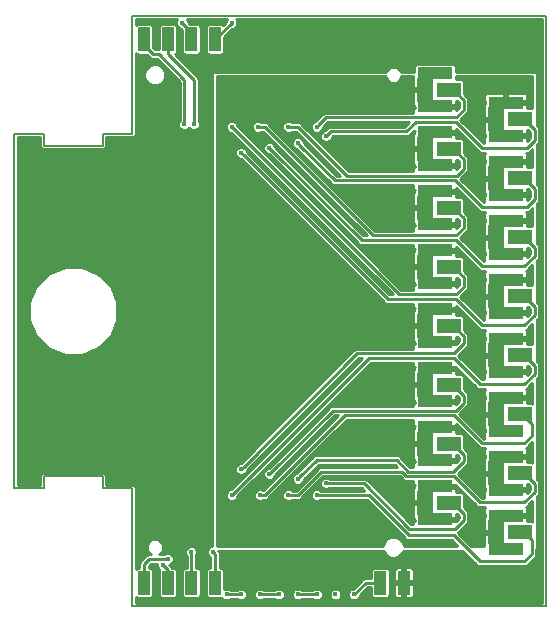
<source format=gtl>
G04 #@! TF.GenerationSoftware,KiCad,Pcbnew,(5.0.1)*
G04 #@! TF.CreationDate,2018-11-27T11:11:20+09:00*
G04 #@! TF.ProjectId,cable_breakout,6361626C655F627265616B6F75742E6B,rev?*
G04 #@! TF.SameCoordinates,Original*
G04 #@! TF.FileFunction,Copper,L1,Top,Signal*
G04 #@! TF.FilePolarity,Positive*
%FSLAX46Y46*%
G04 Gerber Fmt 4.6, Leading zero omitted, Abs format (unit mm)*
G04 Created by KiCad (PCBNEW (5.0.1)) date Tue Nov 27 11:11:20 2018*
%MOMM*%
%LPD*%
G01*
G04 APERTURE LIST*
G04 #@! TA.AperFunction,NonConductor*
%ADD10C,0.150000*%
G04 #@! TD*
G04 #@! TA.AperFunction,SMDPad,CuDef*
%ADD11R,1.000000X2.000000*%
G04 #@! TD*
G04 #@! TA.AperFunction,SMDPad,CuDef*
%ADD12R,2.000000X1.300000*%
G04 #@! TD*
G04 #@! TA.AperFunction,SMDPad,CuDef*
%ADD13R,1.400000X2.000000*%
G04 #@! TD*
G04 #@! TA.AperFunction,ComponentPad*
%ADD14C,1.200000*%
G04 #@! TD*
G04 #@! TA.AperFunction,SMDPad,CuDef*
%ADD15R,3.000000X1.000000*%
G04 #@! TD*
G04 #@! TA.AperFunction,ComponentPad*
%ADD16C,1.000000*%
G04 #@! TD*
G04 #@! TA.AperFunction,ViaPad*
%ADD17C,0.450000*%
G04 #@! TD*
G04 #@! TA.AperFunction,Conductor*
%ADD18C,0.254000*%
G04 #@! TD*
G04 #@! TA.AperFunction,Conductor*
%ADD19C,0.150000*%
G04 #@! TD*
G04 APERTURE END LIST*
D10*
X117500000Y-130000000D02*
X120000000Y-130000000D01*
X117500000Y-129000000D02*
X117500000Y-130000000D01*
X112500000Y-129000000D02*
X117500000Y-129000000D01*
X112500000Y-130000000D02*
X112500000Y-129000000D01*
X110000000Y-130000000D02*
X112500000Y-130000000D01*
X117500000Y-100000000D02*
X120000000Y-100000000D01*
X117500000Y-101000000D02*
X117500000Y-100000000D01*
X112500000Y-101000000D02*
X117500000Y-101000000D01*
X112500000Y-100000000D02*
X112500000Y-101000000D01*
X110000000Y-100000000D02*
X112500000Y-100000000D01*
X120000000Y-130000000D02*
X120000000Y-140000000D01*
X120000000Y-90000000D02*
X120000000Y-100000000D01*
X155000000Y-140000000D02*
X155000000Y-90000000D01*
X120000000Y-140000000D02*
X155000000Y-140000000D01*
X155000000Y-90000000D02*
X120000000Y-90000000D01*
X110000000Y-130000000D02*
X110000000Y-100000000D01*
D11*
G04 #@! TO.P,TP1,1*
G04 #@! TO.N,Net-(J1-Pad3)*
X123000000Y-138000000D03*
G04 #@! TD*
G04 #@! TO.P,TP2,1*
G04 #@! TO.N,Net-(J1-Pad1)*
X121000000Y-138000000D03*
G04 #@! TD*
G04 #@! TO.P,TP9,1*
G04 #@! TO.N,GNDD*
X127000000Y-138000000D03*
G04 #@! TD*
G04 #@! TO.P,TP10,1*
G04 #@! TO.N,VDD*
X125000000Y-138000000D03*
G04 #@! TD*
D12*
G04 #@! TO.P,J2,1*
G04 #@! TO.N,/8P*
X146800000Y-96250000D03*
D13*
G04 #@! TO.P,J2,2*
G04 #@! TO.N,/BIAS*
X144800000Y-96250000D03*
D14*
X144800000Y-94950000D03*
D15*
X145600000Y-97650000D03*
X145600000Y-94850000D03*
D14*
X144800000Y-97550000D03*
D16*
G04 #@! TO.P,J2,1*
G04 #@! TO.N,/8P*
X146800000Y-96250000D03*
G04 #@! TD*
D12*
G04 #@! TO.P,J4,1*
G04 #@! TO.N,/8N*
X152800000Y-98750000D03*
D13*
G04 #@! TO.P,J4,2*
G04 #@! TO.N,/BIAS*
X150800000Y-98750000D03*
D14*
X150800000Y-97450000D03*
D15*
X151600000Y-100150000D03*
X151600000Y-97350000D03*
D14*
X150800000Y-100050000D03*
D16*
G04 #@! TO.P,J4,1*
G04 #@! TO.N,/8N*
X152800000Y-98750000D03*
G04 #@! TD*
D12*
G04 #@! TO.P,J5,1*
G04 #@! TO.N,/7P*
X146800000Y-101250000D03*
D13*
G04 #@! TO.P,J5,2*
G04 #@! TO.N,/BIAS*
X144800000Y-101250000D03*
D14*
X144800000Y-99950000D03*
D15*
X145600000Y-102650000D03*
X145600000Y-99850000D03*
D14*
X144800000Y-102550000D03*
D16*
G04 #@! TO.P,J5,1*
G04 #@! TO.N,/7P*
X146800000Y-101250000D03*
G04 #@! TD*
D12*
G04 #@! TO.P,J6,1*
G04 #@! TO.N,/7N*
X152800000Y-103750000D03*
D13*
G04 #@! TO.P,J6,2*
G04 #@! TO.N,/BIAS*
X150800000Y-103750000D03*
D14*
X150800000Y-102450000D03*
D15*
X151600000Y-105150000D03*
X151600000Y-102350000D03*
D14*
X150800000Y-105050000D03*
D16*
G04 #@! TO.P,J6,1*
G04 #@! TO.N,/7N*
X152800000Y-103750000D03*
G04 #@! TD*
D12*
G04 #@! TO.P,J7,1*
G04 #@! TO.N,/6P*
X146800000Y-106250000D03*
D13*
G04 #@! TO.P,J7,2*
G04 #@! TO.N,/BIAS*
X144800000Y-106250000D03*
D14*
X144800000Y-104950000D03*
D15*
X145600000Y-107650000D03*
X145600000Y-104850000D03*
D14*
X144800000Y-107550000D03*
D16*
G04 #@! TO.P,J7,1*
G04 #@! TO.N,/6P*
X146800000Y-106250000D03*
G04 #@! TD*
D12*
G04 #@! TO.P,J8,1*
G04 #@! TO.N,/6N*
X152800000Y-108750000D03*
D13*
G04 #@! TO.P,J8,2*
G04 #@! TO.N,/BIAS*
X150800000Y-108750000D03*
D14*
X150800000Y-107450000D03*
D15*
X151600000Y-110150000D03*
X151600000Y-107350000D03*
D14*
X150800000Y-110050000D03*
D16*
G04 #@! TO.P,J8,1*
G04 #@! TO.N,/6N*
X152800000Y-108750000D03*
G04 #@! TD*
D12*
G04 #@! TO.P,J9,1*
G04 #@! TO.N,/5P*
X146800000Y-111250000D03*
D13*
G04 #@! TO.P,J9,2*
G04 #@! TO.N,/BIAS*
X144800000Y-111250000D03*
D14*
X144800000Y-109950000D03*
D15*
X145600000Y-112650000D03*
X145600000Y-109850000D03*
D14*
X144800000Y-112550000D03*
D16*
G04 #@! TO.P,J9,1*
G04 #@! TO.N,/5P*
X146800000Y-111250000D03*
G04 #@! TD*
D12*
G04 #@! TO.P,J10,1*
G04 #@! TO.N,/5N*
X152800000Y-113750000D03*
D13*
G04 #@! TO.P,J10,2*
G04 #@! TO.N,/BIAS*
X150800000Y-113750000D03*
D14*
X150800000Y-112450000D03*
D15*
X151600000Y-115150000D03*
X151600000Y-112350000D03*
D14*
X150800000Y-115050000D03*
D16*
G04 #@! TO.P,J10,1*
G04 #@! TO.N,/5N*
X152800000Y-113750000D03*
G04 #@! TD*
D12*
G04 #@! TO.P,J11,1*
G04 #@! TO.N,/4P*
X146800000Y-116250000D03*
D13*
G04 #@! TO.P,J11,2*
G04 #@! TO.N,/BIAS*
X144800000Y-116250000D03*
D14*
X144800000Y-114950000D03*
D15*
X145600000Y-117650000D03*
X145600000Y-114850000D03*
D14*
X144800000Y-117550000D03*
D16*
G04 #@! TO.P,J11,1*
G04 #@! TO.N,/4P*
X146800000Y-116250000D03*
G04 #@! TD*
D12*
G04 #@! TO.P,J12,1*
G04 #@! TO.N,/4N*
X152800000Y-118750000D03*
D13*
G04 #@! TO.P,J12,2*
G04 #@! TO.N,/BIAS*
X150800000Y-118750000D03*
D14*
X150800000Y-117450000D03*
D15*
X151600000Y-120150000D03*
X151600000Y-117350000D03*
D14*
X150800000Y-120050000D03*
D16*
G04 #@! TO.P,J12,1*
G04 #@! TO.N,/4N*
X152800000Y-118750000D03*
G04 #@! TD*
D12*
G04 #@! TO.P,J13,1*
G04 #@! TO.N,/3P*
X146800000Y-121250000D03*
D13*
G04 #@! TO.P,J13,2*
G04 #@! TO.N,/BIAS*
X144800000Y-121250000D03*
D14*
X144800000Y-119950000D03*
D15*
X145600000Y-122650000D03*
X145600000Y-119850000D03*
D14*
X144800000Y-122550000D03*
D16*
G04 #@! TO.P,J13,1*
G04 #@! TO.N,/3P*
X146800000Y-121250000D03*
G04 #@! TD*
D12*
G04 #@! TO.P,J14,1*
G04 #@! TO.N,/3N*
X152800000Y-123750000D03*
D13*
G04 #@! TO.P,J14,2*
G04 #@! TO.N,/BIAS*
X150800000Y-123750000D03*
D14*
X150800000Y-122450000D03*
D15*
X151600000Y-125150000D03*
X151600000Y-122350000D03*
D14*
X150800000Y-125050000D03*
D16*
G04 #@! TO.P,J14,1*
G04 #@! TO.N,/3N*
X152800000Y-123750000D03*
G04 #@! TD*
D12*
G04 #@! TO.P,J15,1*
G04 #@! TO.N,/2P*
X146800000Y-126250000D03*
D13*
G04 #@! TO.P,J15,2*
G04 #@! TO.N,/BIAS*
X144800000Y-126250000D03*
D14*
X144800000Y-124950000D03*
D15*
X145600000Y-127650000D03*
X145600000Y-124850000D03*
D14*
X144800000Y-127550000D03*
D16*
G04 #@! TO.P,J15,1*
G04 #@! TO.N,/2P*
X146800000Y-126250000D03*
G04 #@! TD*
D12*
G04 #@! TO.P,J16,1*
G04 #@! TO.N,/2N*
X152800000Y-128750000D03*
D13*
G04 #@! TO.P,J16,2*
G04 #@! TO.N,/BIAS*
X150800000Y-128750000D03*
D14*
X150800000Y-127450000D03*
D15*
X151600000Y-130150000D03*
X151600000Y-127350000D03*
D14*
X150800000Y-130050000D03*
D16*
G04 #@! TO.P,J16,1*
G04 #@! TO.N,/2N*
X152800000Y-128750000D03*
G04 #@! TD*
D12*
G04 #@! TO.P,J17,1*
G04 #@! TO.N,/1P*
X146800000Y-131250000D03*
D13*
G04 #@! TO.P,J17,2*
G04 #@! TO.N,/BIAS*
X144800000Y-131250000D03*
D14*
X144800000Y-129950000D03*
D15*
X145600000Y-132650000D03*
X145600000Y-129850000D03*
D14*
X144800000Y-132550000D03*
D16*
G04 #@! TO.P,J17,1*
G04 #@! TO.N,/1P*
X146800000Y-131250000D03*
G04 #@! TD*
D12*
G04 #@! TO.P,J18,1*
G04 #@! TO.N,/1N*
X152800000Y-133750000D03*
D13*
G04 #@! TO.P,J18,2*
G04 #@! TO.N,/BIAS*
X150800000Y-133750000D03*
D14*
X150800000Y-132450000D03*
D15*
X151600000Y-135150000D03*
X151600000Y-132350000D03*
D14*
X150800000Y-135050000D03*
D16*
G04 #@! TO.P,J18,1*
G04 #@! TO.N,/1N*
X152800000Y-133750000D03*
G04 #@! TD*
D11*
G04 #@! TO.P,TP3,1*
G04 #@! TO.N,Net-(J3-Pad39)*
X125000000Y-92000000D03*
G04 #@! TD*
G04 #@! TO.P,TP4,1*
G04 #@! TO.N,Net-(J3-Pad37)*
X127000000Y-92000000D03*
G04 #@! TD*
G04 #@! TO.P,TP5,1*
G04 #@! TO.N,/SDA_PT*
X121000000Y-92000000D03*
G04 #@! TD*
G04 #@! TO.P,TP6,1*
G04 #@! TO.N,/SCL_PT*
X123000000Y-92000000D03*
G04 #@! TD*
G04 #@! TO.P,TP7,1*
G04 #@! TO.N,Net-(J1-Pad37)*
X141000000Y-138000000D03*
G04 #@! TD*
G04 #@! TO.P,TP8,1*
G04 #@! TO.N,VSSA*
X143000000Y-138000000D03*
G04 #@! TD*
D17*
G04 #@! TO.N,*
X128000000Y-139000000D03*
X129200000Y-139000000D03*
X130800000Y-139000000D03*
X132400000Y-139000004D03*
X134000000Y-139000000D03*
X135600000Y-139000000D03*
X137200000Y-139000000D03*
G04 #@! TO.N,VSSA*
X139600000Y-139000000D03*
X139600000Y-91200000D03*
X137200000Y-91200000D03*
X135600000Y-91200000D03*
X134000000Y-91200000D03*
X132400000Y-91200000D03*
X130800000Y-91200000D03*
X129200000Y-91200000D03*
G04 #@! TO.N,GNDD*
X126800000Y-135400004D03*
G04 #@! TO.N,VDD*
X125000000Y-135399994D03*
G04 #@! TO.N,Net-(J1-Pad1)*
X123000000Y-136000000D03*
G04 #@! TO.N,/SDA_PT*
X124400000Y-99200000D03*
G04 #@! TO.N,Net-(J1-Pad3)*
X122575735Y-136502000D03*
G04 #@! TO.N,/SCL_PT*
X125200000Y-99200000D03*
G04 #@! TO.N,Net-(J3-Pad37)*
X128400000Y-90600000D03*
G04 #@! TO.N,Net-(J3-Pad39)*
X124200000Y-90600000D03*
G04 #@! TO.N,/4N*
X128400000Y-130600006D03*
G04 #@! TO.N,/4P*
X129200000Y-128400000D03*
G04 #@! TO.N,/3N*
X130800000Y-130600000D03*
G04 #@! TO.N,/3P*
X131600000Y-128800000D03*
G04 #@! TO.N,/2N*
X133200000Y-130600000D03*
G04 #@! TO.N,/2P*
X134000000Y-129200000D03*
G04 #@! TO.N,/1N*
X135600000Y-130600000D03*
G04 #@! TO.N,/1P*
X136399998Y-129600000D03*
G04 #@! TO.N,/8N*
X136400000Y-100200000D03*
G04 #@! TO.N,/8P*
X135600000Y-99400000D03*
G04 #@! TO.N,/7N*
X134000000Y-100800000D03*
G04 #@! TO.N,/7P*
X133200000Y-99400000D03*
G04 #@! TO.N,/6N*
X131600000Y-101200000D03*
G04 #@! TO.N,/6P*
X130600000Y-99400000D03*
G04 #@! TO.N,/5N*
X129200000Y-101600000D03*
G04 #@! TO.N,/5P*
X128400000Y-99400000D03*
G04 #@! TO.N,Net-(J1-Pad37)*
X138750000Y-139000000D03*
G04 #@! TD*
D18*
G04 #@! TO.N,*
X129200000Y-139000000D02*
X128000000Y-139000000D01*
X132400000Y-139000004D02*
X130800004Y-139000004D01*
X130800004Y-139000004D02*
X130800000Y-139000000D01*
X135600000Y-139000000D02*
X134000000Y-139000000D01*
G04 #@! TO.N,VSSA*
X135600000Y-91200000D02*
X137200000Y-91200000D01*
X132400000Y-91200000D02*
X134000000Y-91200000D01*
X129200000Y-91200000D02*
X130800000Y-91200000D01*
G04 #@! TO.N,GNDD*
X127000000Y-135600004D02*
X126800000Y-135400004D01*
X127000000Y-138000000D02*
X127000000Y-135600004D01*
G04 #@! TO.N,VDD*
X125000000Y-138000000D02*
X125000000Y-135399994D01*
G04 #@! TO.N,/BIAS*
X145600000Y-119850000D02*
X144900000Y-119850000D01*
X144900000Y-119850000D02*
X144800000Y-119950000D01*
X145600000Y-129850000D02*
X144900000Y-129850000D01*
X144900000Y-129850000D02*
X144800000Y-129950000D01*
X144800000Y-131250000D02*
X144800000Y-132550000D01*
X150800000Y-108750000D02*
X150800000Y-110050000D01*
X144800000Y-101250000D02*
X144800000Y-102550000D01*
D19*
X150800000Y-133750000D02*
X150800000Y-135050000D01*
X150800000Y-127450000D02*
X150800000Y-128750000D01*
X150800000Y-127450000D02*
X150800000Y-130050000D01*
X150800000Y-118750000D02*
X150800000Y-120050000D01*
X150800000Y-112450000D02*
X150800000Y-113750000D01*
X150800000Y-103750000D02*
X150800000Y-105050000D01*
X144800000Y-96250000D02*
X144800000Y-94950000D01*
D18*
G04 #@! TO.N,Net-(J1-Pad1)*
X121000000Y-138000000D02*
X121000000Y-136400000D01*
X121000000Y-136400000D02*
X121400000Y-136000000D01*
X121400000Y-136000000D02*
X123000000Y-136000000D01*
G04 #@! TO.N,/SDA_PT*
X124400000Y-99200000D02*
X124400000Y-95400000D01*
X122254000Y-93254000D02*
X121754000Y-93254000D01*
X121754000Y-93254000D02*
X121000000Y-92500000D01*
X124400000Y-95400000D02*
X122254000Y-93254000D01*
X121000000Y-92500000D02*
X121000000Y-92000000D01*
G04 #@! TO.N,Net-(J1-Pad3)*
X123000000Y-138000000D02*
X123000000Y-136926265D01*
X123000000Y-136926265D02*
X122575735Y-136502000D01*
G04 #@! TO.N,/SCL_PT*
X125200000Y-95454000D02*
X125200000Y-99200000D01*
X123000000Y-92000000D02*
X123000000Y-93254000D01*
X123000000Y-93254000D02*
X125200000Y-95454000D01*
G04 #@! TO.N,Net-(J3-Pad37)*
X127000000Y-92000000D02*
X128400000Y-90600000D01*
G04 #@! TO.N,Net-(J3-Pad39)*
X125000000Y-92000000D02*
X125000000Y-91400000D01*
X125000000Y-91400000D02*
X124200000Y-90600000D01*
G04 #@! TO.N,/4N*
X153200000Y-121200000D02*
X149400000Y-121200000D01*
X149400000Y-121200000D02*
X147200000Y-119000000D01*
X152800000Y-118750000D02*
X153150000Y-118750000D01*
X153150000Y-118750000D02*
X154054000Y-119654000D01*
X154054000Y-119654000D02*
X154054000Y-120346000D01*
X154054000Y-120346000D02*
X153200000Y-121200000D01*
X140000000Y-119000000D02*
X128400000Y-130600000D01*
X147200000Y-119000000D02*
X140000000Y-119000000D01*
X128400000Y-130600000D02*
X128400000Y-130600006D01*
G04 #@! TO.N,/4P*
X129424999Y-128175001D02*
X129200000Y-128400000D01*
X139004011Y-118595989D02*
X129424999Y-128175001D01*
X147204011Y-118595989D02*
X139004011Y-118595989D01*
X148054000Y-117154000D02*
X148054000Y-117746000D01*
X148054000Y-117746000D02*
X147204011Y-118595989D01*
X147150000Y-116250000D02*
X148054000Y-117154000D01*
X146800000Y-116250000D02*
X147150000Y-116250000D01*
G04 #@! TO.N,/3N*
X136800000Y-125000000D02*
X131200000Y-130600000D01*
X131200000Y-130600000D02*
X131000000Y-130600000D01*
X131000000Y-130600000D02*
X130800000Y-130600000D01*
X141500000Y-123831011D02*
X137968989Y-123831011D01*
X137968989Y-123831011D02*
X136800000Y-125000000D01*
X141500000Y-123831011D02*
X147231011Y-123831011D01*
X140401679Y-123831011D02*
X141500000Y-123831011D01*
X153800000Y-125600000D02*
X153800000Y-124600000D01*
X147231011Y-123831011D02*
X149600000Y-126200000D01*
X149600000Y-126200000D02*
X153200000Y-126200000D01*
X153200000Y-126200000D02*
X153800000Y-125600000D01*
X153800000Y-124600000D02*
X152950000Y-123750000D01*
X152950000Y-123750000D02*
X152800000Y-123750000D01*
G04 #@! TO.N,/3P*
X136972999Y-123427001D02*
X131824999Y-128575001D01*
X147372999Y-123427001D02*
X136972999Y-123427001D01*
X148054000Y-122746000D02*
X147372999Y-123427001D01*
X147150000Y-121250000D02*
X148054000Y-122154000D01*
X146800000Y-121250000D02*
X147150000Y-121250000D01*
X131824999Y-128575001D02*
X131600000Y-128800000D01*
X148054000Y-122154000D02*
X148054000Y-122746000D01*
G04 #@! TO.N,/2N*
X133518198Y-130600000D02*
X133200000Y-130600000D01*
X153200000Y-131200000D02*
X149400000Y-131200000D01*
X134000000Y-130600000D02*
X133518198Y-130600000D01*
X147204011Y-129004011D02*
X143204011Y-129004011D01*
X154054000Y-130346000D02*
X153200000Y-131200000D01*
X142800000Y-128600000D02*
X136000000Y-128600000D01*
X152800000Y-128750000D02*
X153150000Y-128750000D01*
X154054000Y-129654000D02*
X154054000Y-130346000D01*
X153150000Y-128750000D02*
X154054000Y-129654000D01*
X143204011Y-129004011D02*
X142800000Y-128600000D01*
X149400000Y-131200000D02*
X147204011Y-129004011D01*
X136000000Y-128600000D02*
X134000000Y-130600000D01*
G04 #@! TO.N,/2P*
X147148602Y-128600000D02*
X143371357Y-128600000D01*
X143371357Y-128600000D02*
X142371357Y-127600000D01*
X147150000Y-126250000D02*
X148054000Y-127154000D01*
X146800000Y-126250000D02*
X147150000Y-126250000D01*
X148054000Y-127154000D02*
X148054000Y-127694602D01*
X148054000Y-127694602D02*
X147148602Y-128600000D01*
X142371357Y-127600000D02*
X135600000Y-127600000D01*
X135600000Y-127600000D02*
X134224999Y-128975001D01*
X134224999Y-128975001D02*
X134000000Y-129200000D01*
G04 #@! TO.N,/1N*
X135600000Y-130600000D02*
X140000000Y-130600000D01*
X149400000Y-136200000D02*
X153200000Y-136200000D01*
X153150000Y-133750000D02*
X152800000Y-133750000D01*
X140000000Y-130600000D02*
X143400000Y-134000000D01*
X143400000Y-134000000D02*
X147200000Y-134000000D01*
X147200000Y-134000000D02*
X149400000Y-136200000D01*
X153200000Y-136200000D02*
X153800000Y-135600000D01*
X153800000Y-135600000D02*
X153800000Y-134400000D01*
X153800000Y-134400000D02*
X153150000Y-133750000D01*
G04 #@! TO.N,/1P*
X139600000Y-129600000D02*
X136718196Y-129600000D01*
X143427001Y-133427001D02*
X139600000Y-129600000D01*
X147321601Y-133427001D02*
X143427001Y-133427001D01*
X148054000Y-132154000D02*
X148054000Y-132694602D01*
X147150000Y-131250000D02*
X148054000Y-132154000D01*
X148054000Y-132694602D02*
X147321601Y-133427001D01*
X146800000Y-131250000D02*
X147150000Y-131250000D01*
X136718196Y-129600000D02*
X136399998Y-129600000D01*
G04 #@! TO.N,/8N*
X152800000Y-98750000D02*
X153150000Y-98750000D01*
X144000000Y-99000000D02*
X143200000Y-99800000D01*
X153150000Y-98750000D02*
X154054000Y-99654000D01*
X149600000Y-101200000D02*
X147400000Y-99000000D01*
X136800000Y-99800000D02*
X136600000Y-100000000D01*
X154054000Y-99654000D02*
X154054000Y-100546000D01*
X147400000Y-99000000D02*
X144000000Y-99000000D01*
X143200000Y-99800000D02*
X136800000Y-99800000D01*
X136600000Y-100000000D02*
X136400000Y-100200000D01*
X154054000Y-100546000D02*
X153400000Y-101200000D01*
X153400000Y-101200000D02*
X149600000Y-101200000D01*
G04 #@! TO.N,/8P*
X143828643Y-98600000D02*
X136400000Y-98600000D01*
X143832654Y-98595989D02*
X143828643Y-98600000D01*
X147404011Y-98595989D02*
X143832654Y-98595989D01*
X135824999Y-99175001D02*
X135600000Y-99400000D01*
X148054000Y-97946000D02*
X147404011Y-98595989D01*
X148054000Y-97154000D02*
X148054000Y-97946000D01*
X146800000Y-96250000D02*
X147150000Y-96250000D01*
X147150000Y-96250000D02*
X148054000Y-97154000D01*
X136400000Y-98600000D02*
X135824999Y-99175001D01*
G04 #@! TO.N,/7N*
X147343011Y-103943011D02*
X137143011Y-103943011D01*
X153400000Y-106200000D02*
X149600000Y-106200000D01*
X134224999Y-101024999D02*
X134000000Y-100800000D01*
X154054000Y-105546000D02*
X153400000Y-106200000D01*
X154054000Y-104654000D02*
X154054000Y-105546000D01*
X152800000Y-103750000D02*
X153150000Y-103750000D01*
X153150000Y-103750000D02*
X154054000Y-104654000D01*
X137143011Y-103943011D02*
X134224999Y-101024999D01*
X149600000Y-106200000D02*
X147343011Y-103943011D01*
G04 #@! TO.N,/7P*
X146800000Y-101250000D02*
X147150000Y-101250000D01*
X147150000Y-101250000D02*
X148054000Y-102154000D01*
X147461000Y-103539000D02*
X138139000Y-103539000D01*
X148054000Y-102154000D02*
X148054000Y-102946000D01*
X138139000Y-103539000D02*
X134000000Y-99400000D01*
X148054000Y-102946000D02*
X147461000Y-103539000D01*
X134000000Y-99400000D02*
X133518198Y-99400000D01*
X133518198Y-99400000D02*
X133200000Y-99400000D01*
G04 #@! TO.N,/6N*
X147404011Y-109004011D02*
X139404011Y-109004011D01*
X153200000Y-111200000D02*
X149600000Y-111200000D01*
X154054000Y-110346000D02*
X153200000Y-111200000D01*
X131824999Y-101424999D02*
X131600000Y-101200000D01*
X139404011Y-109004011D02*
X131824999Y-101424999D01*
X149600000Y-111200000D02*
X147404011Y-109004011D01*
X154054000Y-109654000D02*
X154054000Y-110346000D01*
X153150000Y-108750000D02*
X154054000Y-109654000D01*
X152800000Y-108750000D02*
X153150000Y-108750000D01*
G04 #@! TO.N,/6P*
X146800000Y-106250000D02*
X147150000Y-106250000D01*
X147150000Y-106250000D02*
X148054000Y-107154000D01*
X148054000Y-107154000D02*
X148054000Y-107946000D01*
X148054000Y-107946000D02*
X147400000Y-108600000D01*
X147400000Y-108600000D02*
X140400000Y-108600000D01*
X140400000Y-108600000D02*
X131200000Y-99400000D01*
X131200000Y-99400000D02*
X130918198Y-99400000D01*
X130918198Y-99400000D02*
X130600000Y-99400000D01*
G04 #@! TO.N,/5N*
X141604011Y-114004011D02*
X129424999Y-101824999D01*
X147404011Y-114004011D02*
X141604011Y-114004011D01*
X149600000Y-116200000D02*
X147404011Y-114004011D01*
X153200000Y-116200000D02*
X149600000Y-116200000D01*
X129424999Y-101824999D02*
X129200000Y-101600000D01*
X154054000Y-114654000D02*
X154054000Y-115346000D01*
X153150000Y-113750000D02*
X154054000Y-114654000D01*
X152800000Y-113750000D02*
X153150000Y-113750000D01*
X154054000Y-115346000D02*
X153200000Y-116200000D01*
G04 #@! TO.N,/5P*
X146800000Y-111250000D02*
X147150000Y-111250000D01*
X147150000Y-111250000D02*
X148054000Y-112154000D01*
X142600000Y-113600000D02*
X128600000Y-99600000D01*
X128600000Y-99600000D02*
X128400000Y-99400000D01*
X148054000Y-112154000D02*
X148054000Y-112946000D01*
X148054000Y-112946000D02*
X147400000Y-113600000D01*
X147400000Y-113600000D02*
X142600000Y-113600000D01*
G04 #@! TO.N,Net-(J1-Pad37)*
X138750000Y-139000000D02*
X139750000Y-138000000D01*
X139750000Y-138000000D02*
X141000000Y-138000000D01*
G04 #@! TD*
G04 #@! TO.N,VSSA*
G36*
X123774425Y-90315640D02*
X123698000Y-90500146D01*
X123698000Y-90699854D01*
X123774425Y-90884360D01*
X123915640Y-91025575D01*
X124100146Y-91102000D01*
X124130659Y-91102000D01*
X124217574Y-91188915D01*
X124217574Y-93000000D01*
X124239072Y-93108080D01*
X124300295Y-93199705D01*
X124391920Y-93260928D01*
X124500000Y-93282426D01*
X125500000Y-93282426D01*
X125608080Y-93260928D01*
X125699705Y-93199705D01*
X125760928Y-93108080D01*
X125782426Y-93000000D01*
X125782426Y-91000000D01*
X125760928Y-90891920D01*
X125699705Y-90800295D01*
X125608080Y-90739072D01*
X125500000Y-90717574D01*
X124888916Y-90717574D01*
X124702000Y-90530659D01*
X124702000Y-90500146D01*
X124625575Y-90315640D01*
X124600935Y-90291000D01*
X127999065Y-90291000D01*
X127974425Y-90315640D01*
X127898000Y-90500146D01*
X127898000Y-90530658D01*
X127656939Y-90771719D01*
X127608080Y-90739072D01*
X127500000Y-90717574D01*
X126500000Y-90717574D01*
X126391920Y-90739072D01*
X126300295Y-90800295D01*
X126239072Y-90891920D01*
X126217574Y-91000000D01*
X126217574Y-93000000D01*
X126239072Y-93108080D01*
X126300295Y-93199705D01*
X126391920Y-93260928D01*
X126500000Y-93282426D01*
X127500000Y-93282426D01*
X127608080Y-93260928D01*
X127699705Y-93199705D01*
X127760928Y-93108080D01*
X127782426Y-93000000D01*
X127782426Y-91788915D01*
X128469342Y-91102000D01*
X128499854Y-91102000D01*
X128684360Y-91025575D01*
X128825575Y-90884360D01*
X128902000Y-90699854D01*
X128902000Y-90500146D01*
X128825575Y-90315640D01*
X128800935Y-90291000D01*
X154709001Y-90291000D01*
X154709000Y-139709000D01*
X120291000Y-139709000D01*
X120291000Y-139185794D01*
X120300295Y-139199705D01*
X120391920Y-139260928D01*
X120500000Y-139282426D01*
X121500000Y-139282426D01*
X121608080Y-139260928D01*
X121699705Y-139199705D01*
X121760928Y-139108080D01*
X121782426Y-139000000D01*
X121782426Y-137000000D01*
X121760928Y-136891920D01*
X121699705Y-136800295D01*
X121608080Y-136739072D01*
X121500000Y-136717574D01*
X121404000Y-136717574D01*
X121404000Y-136567341D01*
X121567342Y-136404000D01*
X122073735Y-136404000D01*
X122073735Y-136601854D01*
X122150160Y-136786360D01*
X122245740Y-136881940D01*
X122239072Y-136891920D01*
X122217574Y-137000000D01*
X122217574Y-139000000D01*
X122239072Y-139108080D01*
X122300295Y-139199705D01*
X122391920Y-139260928D01*
X122500000Y-139282426D01*
X123500000Y-139282426D01*
X123608080Y-139260928D01*
X123699705Y-139199705D01*
X123760928Y-139108080D01*
X123782426Y-139000000D01*
X123782426Y-137000000D01*
X124217574Y-137000000D01*
X124217574Y-139000000D01*
X124239072Y-139108080D01*
X124300295Y-139199705D01*
X124391920Y-139260928D01*
X124500000Y-139282426D01*
X125500000Y-139282426D01*
X125608080Y-139260928D01*
X125699705Y-139199705D01*
X125760928Y-139108080D01*
X125782426Y-139000000D01*
X125782426Y-137000000D01*
X126217574Y-137000000D01*
X126217574Y-139000000D01*
X126239072Y-139108080D01*
X126300295Y-139199705D01*
X126391920Y-139260928D01*
X126500000Y-139282426D01*
X127500000Y-139282426D01*
X127568020Y-139268896D01*
X127574425Y-139284360D01*
X127715640Y-139425575D01*
X127900146Y-139502000D01*
X128099854Y-139502000D01*
X128284360Y-139425575D01*
X128305935Y-139404000D01*
X128894065Y-139404000D01*
X128915640Y-139425575D01*
X129100146Y-139502000D01*
X129299854Y-139502000D01*
X129484360Y-139425575D01*
X129625575Y-139284360D01*
X129702000Y-139099854D01*
X129702000Y-138900146D01*
X130298000Y-138900146D01*
X130298000Y-139099854D01*
X130374425Y-139284360D01*
X130515640Y-139425575D01*
X130700146Y-139502000D01*
X130899854Y-139502000D01*
X131084360Y-139425575D01*
X131105931Y-139404004D01*
X132094065Y-139404004D01*
X132115640Y-139425579D01*
X132300146Y-139502004D01*
X132499854Y-139502004D01*
X132684360Y-139425579D01*
X132825575Y-139284364D01*
X132902000Y-139099858D01*
X132902000Y-138900150D01*
X132901999Y-138900146D01*
X133498000Y-138900146D01*
X133498000Y-139099854D01*
X133574425Y-139284360D01*
X133715640Y-139425575D01*
X133900146Y-139502000D01*
X134099854Y-139502000D01*
X134284360Y-139425575D01*
X134305935Y-139404000D01*
X135294065Y-139404000D01*
X135315640Y-139425575D01*
X135500146Y-139502000D01*
X135699854Y-139502000D01*
X135884360Y-139425575D01*
X136025575Y-139284360D01*
X136102000Y-139099854D01*
X136102000Y-138900146D01*
X136698000Y-138900146D01*
X136698000Y-139099854D01*
X136774425Y-139284360D01*
X136915640Y-139425575D01*
X137100146Y-139502000D01*
X137299854Y-139502000D01*
X137484360Y-139425575D01*
X137625575Y-139284360D01*
X137702000Y-139099854D01*
X137702000Y-138900146D01*
X138248000Y-138900146D01*
X138248000Y-139099854D01*
X138324425Y-139284360D01*
X138465640Y-139425575D01*
X138650146Y-139502000D01*
X138849854Y-139502000D01*
X139034360Y-139425575D01*
X139175575Y-139284360D01*
X139252000Y-139099854D01*
X139252000Y-139069341D01*
X139917343Y-138404000D01*
X140217574Y-138404000D01*
X140217574Y-139000000D01*
X140239072Y-139108080D01*
X140300295Y-139199705D01*
X140391920Y-139260928D01*
X140500000Y-139282426D01*
X141500000Y-139282426D01*
X141608080Y-139260928D01*
X141699705Y-139199705D01*
X141760928Y-139108080D01*
X141782426Y-139000000D01*
X141782426Y-138208750D01*
X142173000Y-138208750D01*
X142173000Y-139065044D01*
X142222783Y-139185230D01*
X142314769Y-139277217D01*
X142434955Y-139327000D01*
X142791250Y-139327000D01*
X142873000Y-139245250D01*
X142873000Y-138127000D01*
X143127000Y-138127000D01*
X143127000Y-139245250D01*
X143208750Y-139327000D01*
X143565045Y-139327000D01*
X143685231Y-139277217D01*
X143777217Y-139185230D01*
X143827000Y-139065044D01*
X143827000Y-138208750D01*
X143745250Y-138127000D01*
X143127000Y-138127000D01*
X142873000Y-138127000D01*
X142254750Y-138127000D01*
X142173000Y-138208750D01*
X141782426Y-138208750D01*
X141782426Y-137000000D01*
X141769489Y-136934956D01*
X142173000Y-136934956D01*
X142173000Y-137791250D01*
X142254750Y-137873000D01*
X142873000Y-137873000D01*
X142873000Y-136754750D01*
X143127000Y-136754750D01*
X143127000Y-137873000D01*
X143745250Y-137873000D01*
X143827000Y-137791250D01*
X143827000Y-136934956D01*
X143777217Y-136814770D01*
X143685231Y-136722783D01*
X143565045Y-136673000D01*
X143208750Y-136673000D01*
X143127000Y-136754750D01*
X142873000Y-136754750D01*
X142791250Y-136673000D01*
X142434955Y-136673000D01*
X142314769Y-136722783D01*
X142222783Y-136814770D01*
X142173000Y-136934956D01*
X141769489Y-136934956D01*
X141760928Y-136891920D01*
X141699705Y-136800295D01*
X141608080Y-136739072D01*
X141500000Y-136717574D01*
X140500000Y-136717574D01*
X140391920Y-136739072D01*
X140300295Y-136800295D01*
X140239072Y-136891920D01*
X140217574Y-137000000D01*
X140217574Y-137596000D01*
X139789786Y-137596000D01*
X139750000Y-137588086D01*
X139592367Y-137619441D01*
X139492462Y-137686195D01*
X139492459Y-137686198D01*
X139458733Y-137708733D01*
X139436197Y-137742460D01*
X138680659Y-138498000D01*
X138650146Y-138498000D01*
X138465640Y-138574425D01*
X138324425Y-138715640D01*
X138248000Y-138900146D01*
X137702000Y-138900146D01*
X137625575Y-138715640D01*
X137484360Y-138574425D01*
X137299854Y-138498000D01*
X137100146Y-138498000D01*
X136915640Y-138574425D01*
X136774425Y-138715640D01*
X136698000Y-138900146D01*
X136102000Y-138900146D01*
X136025575Y-138715640D01*
X135884360Y-138574425D01*
X135699854Y-138498000D01*
X135500146Y-138498000D01*
X135315640Y-138574425D01*
X135294065Y-138596000D01*
X134305935Y-138596000D01*
X134284360Y-138574425D01*
X134099854Y-138498000D01*
X133900146Y-138498000D01*
X133715640Y-138574425D01*
X133574425Y-138715640D01*
X133498000Y-138900146D01*
X132901999Y-138900146D01*
X132825575Y-138715644D01*
X132684360Y-138574429D01*
X132499854Y-138498004D01*
X132300146Y-138498004D01*
X132115640Y-138574429D01*
X132094065Y-138596004D01*
X131105939Y-138596004D01*
X131084360Y-138574425D01*
X130899854Y-138498000D01*
X130700146Y-138498000D01*
X130515640Y-138574425D01*
X130374425Y-138715640D01*
X130298000Y-138900146D01*
X129702000Y-138900146D01*
X129625575Y-138715640D01*
X129484360Y-138574425D01*
X129299854Y-138498000D01*
X129100146Y-138498000D01*
X128915640Y-138574425D01*
X128894065Y-138596000D01*
X128305935Y-138596000D01*
X128284360Y-138574425D01*
X128099854Y-138498000D01*
X127900146Y-138498000D01*
X127782426Y-138546761D01*
X127782426Y-137000000D01*
X127760928Y-136891920D01*
X127699705Y-136800295D01*
X127608080Y-136739072D01*
X127500000Y-136717574D01*
X127404000Y-136717574D01*
X127404000Y-135639786D01*
X127411913Y-135600004D01*
X127404000Y-135560221D01*
X127404000Y-135560217D01*
X127380559Y-135442371D01*
X127341216Y-135383490D01*
X127313805Y-135342467D01*
X127313804Y-135342466D01*
X127302000Y-135324800D01*
X127302000Y-135300150D01*
X127292411Y-135277000D01*
X141265480Y-135277000D01*
X141356516Y-135496780D01*
X141603220Y-135743484D01*
X141925554Y-135877000D01*
X142274446Y-135877000D01*
X142596780Y-135743484D01*
X142843484Y-135496780D01*
X142934520Y-135277000D01*
X147905659Y-135277000D01*
X149086195Y-136457537D01*
X149108733Y-136491267D01*
X149242367Y-136580559D01*
X149360213Y-136604000D01*
X149360217Y-136604000D01*
X149400000Y-136611913D01*
X149439783Y-136604000D01*
X153160217Y-136604000D01*
X153200000Y-136611913D01*
X153239783Y-136604000D01*
X153239787Y-136604000D01*
X153357633Y-136580559D01*
X153491267Y-136491267D01*
X153513806Y-136457535D01*
X154057538Y-135913804D01*
X154091267Y-135891267D01*
X154180559Y-135757633D01*
X154204000Y-135639787D01*
X154204000Y-135639784D01*
X154211913Y-135600001D01*
X154204000Y-135560217D01*
X154204000Y-135183700D01*
X154255915Y-135106003D01*
X154277000Y-135000000D01*
X154277000Y-130694342D01*
X154311537Y-130659805D01*
X154345267Y-130637267D01*
X154434559Y-130503633D01*
X154458000Y-130385787D01*
X154458000Y-130385782D01*
X154465913Y-130346001D01*
X154458000Y-130306219D01*
X154458000Y-129693782D01*
X154465913Y-129653999D01*
X154458000Y-129614214D01*
X154458000Y-129614213D01*
X154434559Y-129496367D01*
X154345267Y-129362733D01*
X154311538Y-129340196D01*
X154277000Y-129305658D01*
X154277000Y-120694342D01*
X154311537Y-120659805D01*
X154345267Y-120637267D01*
X154434559Y-120503633D01*
X154458000Y-120385787D01*
X154458000Y-120385782D01*
X154465913Y-120346001D01*
X154458000Y-120306219D01*
X154458000Y-119693782D01*
X154465913Y-119653999D01*
X154458000Y-119614214D01*
X154458000Y-119614213D01*
X154434559Y-119496367D01*
X154345267Y-119362733D01*
X154311538Y-119340196D01*
X154277000Y-119305658D01*
X154277000Y-115694342D01*
X154311537Y-115659805D01*
X154345267Y-115637267D01*
X154434559Y-115503633D01*
X154458000Y-115385787D01*
X154458000Y-115385782D01*
X154465913Y-115346001D01*
X154458000Y-115306219D01*
X154458000Y-114693782D01*
X154465913Y-114653999D01*
X154458000Y-114614214D01*
X154458000Y-114614213D01*
X154434559Y-114496367D01*
X154345267Y-114362733D01*
X154311538Y-114340196D01*
X154277000Y-114305658D01*
X154277000Y-110694342D01*
X154311537Y-110659805D01*
X154345267Y-110637267D01*
X154434559Y-110503633D01*
X154458000Y-110385787D01*
X154458000Y-110385782D01*
X154465913Y-110346001D01*
X154458000Y-110306219D01*
X154458000Y-109693782D01*
X154465913Y-109653999D01*
X154458000Y-109614214D01*
X154458000Y-109614213D01*
X154434559Y-109496367D01*
X154345267Y-109362733D01*
X154311538Y-109340196D01*
X154277000Y-109305658D01*
X154277000Y-105894343D01*
X154311540Y-105859803D01*
X154345267Y-105837267D01*
X154367802Y-105803541D01*
X154367805Y-105803538D01*
X154434559Y-105703633D01*
X154445227Y-105650000D01*
X154458000Y-105585787D01*
X154458000Y-105585783D01*
X154465913Y-105546000D01*
X154458000Y-105506217D01*
X154458000Y-104693782D01*
X154465913Y-104653999D01*
X154458000Y-104614214D01*
X154458000Y-104614213D01*
X154434559Y-104496367D01*
X154345267Y-104362733D01*
X154311538Y-104340196D01*
X154277000Y-104305658D01*
X154277000Y-100894343D01*
X154311540Y-100859803D01*
X154345267Y-100837267D01*
X154367802Y-100803541D01*
X154367805Y-100803538D01*
X154434559Y-100703633D01*
X154446745Y-100642368D01*
X154458000Y-100585787D01*
X154458000Y-100585783D01*
X154465913Y-100546000D01*
X154458000Y-100506217D01*
X154458000Y-99693782D01*
X154465913Y-99653999D01*
X154458000Y-99614214D01*
X154458000Y-99614213D01*
X154434559Y-99496367D01*
X154345267Y-99362733D01*
X154311538Y-99340196D01*
X154277000Y-99305658D01*
X154277000Y-95000000D01*
X154255915Y-94893997D01*
X154195869Y-94804131D01*
X154106003Y-94744085D01*
X154000000Y-94723000D01*
X147382426Y-94723000D01*
X147382426Y-94350000D01*
X147360928Y-94241920D01*
X147299705Y-94150295D01*
X147208080Y-94089072D01*
X147100000Y-94067574D01*
X144100000Y-94067574D01*
X143991920Y-94089072D01*
X143900295Y-94150295D01*
X143839072Y-94241920D01*
X143817574Y-94350000D01*
X143817574Y-94723000D01*
X142718043Y-94723000D01*
X142673933Y-94616510D01*
X142483490Y-94426067D01*
X142234664Y-94323000D01*
X141965336Y-94323000D01*
X141716510Y-94426067D01*
X141526067Y-94616510D01*
X141481957Y-94723000D01*
X127000000Y-94723000D01*
X126893997Y-94744085D01*
X126804131Y-94804131D01*
X126744085Y-94893997D01*
X126723000Y-95000000D01*
X126723000Y-134898004D01*
X126700146Y-134898004D01*
X126515640Y-134974429D01*
X126374425Y-135115644D01*
X126298000Y-135300150D01*
X126298000Y-135499858D01*
X126374425Y-135684364D01*
X126515640Y-135825579D01*
X126596001Y-135858866D01*
X126596001Y-136717574D01*
X126500000Y-136717574D01*
X126391920Y-136739072D01*
X126300295Y-136800295D01*
X126239072Y-136891920D01*
X126217574Y-137000000D01*
X125782426Y-137000000D01*
X125760928Y-136891920D01*
X125699705Y-136800295D01*
X125608080Y-136739072D01*
X125500000Y-136717574D01*
X125404000Y-136717574D01*
X125404000Y-135705929D01*
X125425575Y-135684354D01*
X125502000Y-135499848D01*
X125502000Y-135300140D01*
X125425575Y-135115634D01*
X125284360Y-134974419D01*
X125099854Y-134897994D01*
X124900146Y-134897994D01*
X124715640Y-134974419D01*
X124574425Y-135115634D01*
X124498000Y-135300140D01*
X124498000Y-135499848D01*
X124574425Y-135684354D01*
X124596001Y-135705930D01*
X124596000Y-136717574D01*
X124500000Y-136717574D01*
X124391920Y-136739072D01*
X124300295Y-136800295D01*
X124239072Y-136891920D01*
X124217574Y-137000000D01*
X123782426Y-137000000D01*
X123760928Y-136891920D01*
X123699705Y-136800295D01*
X123608080Y-136739072D01*
X123500000Y-136717574D01*
X123346443Y-136717574D01*
X123291267Y-136634998D01*
X123257537Y-136612460D01*
X123133245Y-136488169D01*
X123284360Y-136425575D01*
X123425575Y-136284360D01*
X123502000Y-136099854D01*
X123502000Y-135900146D01*
X123425575Y-135715640D01*
X123284360Y-135574425D01*
X123099854Y-135498000D01*
X122900146Y-135498000D01*
X122715640Y-135574425D01*
X122694065Y-135596000D01*
X122230215Y-135596000D01*
X122283490Y-135573933D01*
X122473933Y-135383490D01*
X122577000Y-135134664D01*
X122577000Y-134865336D01*
X122473933Y-134616510D01*
X122283490Y-134426067D01*
X122034664Y-134323000D01*
X121765336Y-134323000D01*
X121516510Y-134426067D01*
X121326067Y-134616510D01*
X121223000Y-134865336D01*
X121223000Y-135134664D01*
X121326067Y-135383490D01*
X121516510Y-135573933D01*
X121569785Y-135596000D01*
X121439781Y-135596000D01*
X121399999Y-135588087D01*
X121360218Y-135596000D01*
X121360213Y-135596000D01*
X121242367Y-135619441D01*
X121108733Y-135708733D01*
X121086195Y-135742463D01*
X120742463Y-136086196D01*
X120708734Y-136108733D01*
X120686197Y-136142462D01*
X120686196Y-136142463D01*
X120619441Y-136242368D01*
X120588087Y-136400000D01*
X120596001Y-136439787D01*
X120596001Y-136717574D01*
X120500000Y-136717574D01*
X120391920Y-136739072D01*
X120300295Y-136800295D01*
X120291000Y-136814206D01*
X120291000Y-130028660D01*
X120296701Y-130000000D01*
X120274116Y-129886457D01*
X120209799Y-129790201D01*
X120113543Y-129725884D01*
X120028661Y-129709000D01*
X120000000Y-129703299D01*
X119971339Y-129709000D01*
X117791000Y-129709000D01*
X117791000Y-129028661D01*
X117796701Y-129000000D01*
X117774116Y-128886457D01*
X117709799Y-128790201D01*
X117613543Y-128725884D01*
X117528661Y-128709000D01*
X117500000Y-128703299D01*
X117471339Y-128709000D01*
X112528661Y-128709000D01*
X112500000Y-128703299D01*
X112471339Y-128709000D01*
X112386457Y-128725884D01*
X112290201Y-128790201D01*
X112225884Y-128886457D01*
X112203299Y-129000000D01*
X112209001Y-129028666D01*
X112209000Y-129709000D01*
X110291000Y-129709000D01*
X110291000Y-114258654D01*
X111273000Y-114258654D01*
X111273000Y-115741346D01*
X111840402Y-117111176D01*
X112888824Y-118159598D01*
X114258654Y-118727000D01*
X115741346Y-118727000D01*
X117111176Y-118159598D01*
X118159598Y-117111176D01*
X118727000Y-115741346D01*
X118727000Y-114258654D01*
X118159598Y-112888824D01*
X117111176Y-111840402D01*
X115741346Y-111273000D01*
X114258654Y-111273000D01*
X112888824Y-111840402D01*
X111840402Y-112888824D01*
X111273000Y-114258654D01*
X110291000Y-114258654D01*
X110291000Y-100291000D01*
X112209000Y-100291000D01*
X112209001Y-100971334D01*
X112203299Y-101000000D01*
X112225884Y-101113543D01*
X112290201Y-101209799D01*
X112386457Y-101274116D01*
X112471339Y-101291000D01*
X112500000Y-101296701D01*
X112528661Y-101291000D01*
X117471339Y-101291000D01*
X117500000Y-101296701D01*
X117528661Y-101291000D01*
X117613543Y-101274116D01*
X117709799Y-101209799D01*
X117774116Y-101113543D01*
X117796701Y-101000000D01*
X117791000Y-100971339D01*
X117791000Y-100291000D01*
X119971339Y-100291000D01*
X120000000Y-100296701D01*
X120113543Y-100274116D01*
X120209799Y-100209799D01*
X120274116Y-100113543D01*
X120291000Y-100028661D01*
X120296701Y-100000000D01*
X120291000Y-99971339D01*
X120291000Y-94825554D01*
X121023000Y-94825554D01*
X121023000Y-95174446D01*
X121156516Y-95496780D01*
X121403220Y-95743484D01*
X121725554Y-95877000D01*
X122074446Y-95877000D01*
X122396780Y-95743484D01*
X122643484Y-95496780D01*
X122777000Y-95174446D01*
X122777000Y-94825554D01*
X122643484Y-94503220D01*
X122396780Y-94256516D01*
X122074446Y-94123000D01*
X121725554Y-94123000D01*
X121403220Y-94256516D01*
X121156516Y-94503220D01*
X121023000Y-94825554D01*
X120291000Y-94825554D01*
X120291000Y-93185794D01*
X120300295Y-93199705D01*
X120391920Y-93260928D01*
X120500000Y-93282426D01*
X121211084Y-93282426D01*
X121440195Y-93511537D01*
X121462733Y-93545267D01*
X121596367Y-93634559D01*
X121714213Y-93658000D01*
X121714216Y-93658000D01*
X121753999Y-93665913D01*
X121793782Y-93658000D01*
X122086659Y-93658000D01*
X123996001Y-95567343D01*
X123996000Y-98894065D01*
X123974425Y-98915640D01*
X123898000Y-99100146D01*
X123898000Y-99299854D01*
X123974425Y-99484360D01*
X124115640Y-99625575D01*
X124300146Y-99702000D01*
X124499854Y-99702000D01*
X124684360Y-99625575D01*
X124800000Y-99509935D01*
X124915640Y-99625575D01*
X125100146Y-99702000D01*
X125299854Y-99702000D01*
X125484360Y-99625575D01*
X125625575Y-99484360D01*
X125702000Y-99299854D01*
X125702000Y-99100146D01*
X125625575Y-98915640D01*
X125604000Y-98894065D01*
X125604000Y-95493783D01*
X125611913Y-95454000D01*
X125604000Y-95414217D01*
X125604000Y-95414213D01*
X125580559Y-95296367D01*
X125491267Y-95162733D01*
X125457538Y-95140196D01*
X123583215Y-93265874D01*
X123608080Y-93260928D01*
X123699705Y-93199705D01*
X123760928Y-93108080D01*
X123782426Y-93000000D01*
X123782426Y-91000000D01*
X123760928Y-90891920D01*
X123699705Y-90800295D01*
X123608080Y-90739072D01*
X123500000Y-90717574D01*
X122500000Y-90717574D01*
X122391920Y-90739072D01*
X122300295Y-90800295D01*
X122239072Y-90891920D01*
X122217574Y-91000000D01*
X122217574Y-92849332D01*
X122214217Y-92850000D01*
X121921342Y-92850000D01*
X121782426Y-92711084D01*
X121782426Y-91000000D01*
X121760928Y-90891920D01*
X121699705Y-90800295D01*
X121608080Y-90739072D01*
X121500000Y-90717574D01*
X120500000Y-90717574D01*
X120391920Y-90739072D01*
X120300295Y-90800295D01*
X120291000Y-90814206D01*
X120291000Y-90291000D01*
X123799065Y-90291000D01*
X123774425Y-90315640D01*
X123774425Y-90315640D01*
G37*
X123774425Y-90315640D02*
X123698000Y-90500146D01*
X123698000Y-90699854D01*
X123774425Y-90884360D01*
X123915640Y-91025575D01*
X124100146Y-91102000D01*
X124130659Y-91102000D01*
X124217574Y-91188915D01*
X124217574Y-93000000D01*
X124239072Y-93108080D01*
X124300295Y-93199705D01*
X124391920Y-93260928D01*
X124500000Y-93282426D01*
X125500000Y-93282426D01*
X125608080Y-93260928D01*
X125699705Y-93199705D01*
X125760928Y-93108080D01*
X125782426Y-93000000D01*
X125782426Y-91000000D01*
X125760928Y-90891920D01*
X125699705Y-90800295D01*
X125608080Y-90739072D01*
X125500000Y-90717574D01*
X124888916Y-90717574D01*
X124702000Y-90530659D01*
X124702000Y-90500146D01*
X124625575Y-90315640D01*
X124600935Y-90291000D01*
X127999065Y-90291000D01*
X127974425Y-90315640D01*
X127898000Y-90500146D01*
X127898000Y-90530658D01*
X127656939Y-90771719D01*
X127608080Y-90739072D01*
X127500000Y-90717574D01*
X126500000Y-90717574D01*
X126391920Y-90739072D01*
X126300295Y-90800295D01*
X126239072Y-90891920D01*
X126217574Y-91000000D01*
X126217574Y-93000000D01*
X126239072Y-93108080D01*
X126300295Y-93199705D01*
X126391920Y-93260928D01*
X126500000Y-93282426D01*
X127500000Y-93282426D01*
X127608080Y-93260928D01*
X127699705Y-93199705D01*
X127760928Y-93108080D01*
X127782426Y-93000000D01*
X127782426Y-91788915D01*
X128469342Y-91102000D01*
X128499854Y-91102000D01*
X128684360Y-91025575D01*
X128825575Y-90884360D01*
X128902000Y-90699854D01*
X128902000Y-90500146D01*
X128825575Y-90315640D01*
X128800935Y-90291000D01*
X154709001Y-90291000D01*
X154709000Y-139709000D01*
X120291000Y-139709000D01*
X120291000Y-139185794D01*
X120300295Y-139199705D01*
X120391920Y-139260928D01*
X120500000Y-139282426D01*
X121500000Y-139282426D01*
X121608080Y-139260928D01*
X121699705Y-139199705D01*
X121760928Y-139108080D01*
X121782426Y-139000000D01*
X121782426Y-137000000D01*
X121760928Y-136891920D01*
X121699705Y-136800295D01*
X121608080Y-136739072D01*
X121500000Y-136717574D01*
X121404000Y-136717574D01*
X121404000Y-136567341D01*
X121567342Y-136404000D01*
X122073735Y-136404000D01*
X122073735Y-136601854D01*
X122150160Y-136786360D01*
X122245740Y-136881940D01*
X122239072Y-136891920D01*
X122217574Y-137000000D01*
X122217574Y-139000000D01*
X122239072Y-139108080D01*
X122300295Y-139199705D01*
X122391920Y-139260928D01*
X122500000Y-139282426D01*
X123500000Y-139282426D01*
X123608080Y-139260928D01*
X123699705Y-139199705D01*
X123760928Y-139108080D01*
X123782426Y-139000000D01*
X123782426Y-137000000D01*
X124217574Y-137000000D01*
X124217574Y-139000000D01*
X124239072Y-139108080D01*
X124300295Y-139199705D01*
X124391920Y-139260928D01*
X124500000Y-139282426D01*
X125500000Y-139282426D01*
X125608080Y-139260928D01*
X125699705Y-139199705D01*
X125760928Y-139108080D01*
X125782426Y-139000000D01*
X125782426Y-137000000D01*
X126217574Y-137000000D01*
X126217574Y-139000000D01*
X126239072Y-139108080D01*
X126300295Y-139199705D01*
X126391920Y-139260928D01*
X126500000Y-139282426D01*
X127500000Y-139282426D01*
X127568020Y-139268896D01*
X127574425Y-139284360D01*
X127715640Y-139425575D01*
X127900146Y-139502000D01*
X128099854Y-139502000D01*
X128284360Y-139425575D01*
X128305935Y-139404000D01*
X128894065Y-139404000D01*
X128915640Y-139425575D01*
X129100146Y-139502000D01*
X129299854Y-139502000D01*
X129484360Y-139425575D01*
X129625575Y-139284360D01*
X129702000Y-139099854D01*
X129702000Y-138900146D01*
X130298000Y-138900146D01*
X130298000Y-139099854D01*
X130374425Y-139284360D01*
X130515640Y-139425575D01*
X130700146Y-139502000D01*
X130899854Y-139502000D01*
X131084360Y-139425575D01*
X131105931Y-139404004D01*
X132094065Y-139404004D01*
X132115640Y-139425579D01*
X132300146Y-139502004D01*
X132499854Y-139502004D01*
X132684360Y-139425579D01*
X132825575Y-139284364D01*
X132902000Y-139099858D01*
X132902000Y-138900150D01*
X132901999Y-138900146D01*
X133498000Y-138900146D01*
X133498000Y-139099854D01*
X133574425Y-139284360D01*
X133715640Y-139425575D01*
X133900146Y-139502000D01*
X134099854Y-139502000D01*
X134284360Y-139425575D01*
X134305935Y-139404000D01*
X135294065Y-139404000D01*
X135315640Y-139425575D01*
X135500146Y-139502000D01*
X135699854Y-139502000D01*
X135884360Y-139425575D01*
X136025575Y-139284360D01*
X136102000Y-139099854D01*
X136102000Y-138900146D01*
X136698000Y-138900146D01*
X136698000Y-139099854D01*
X136774425Y-139284360D01*
X136915640Y-139425575D01*
X137100146Y-139502000D01*
X137299854Y-139502000D01*
X137484360Y-139425575D01*
X137625575Y-139284360D01*
X137702000Y-139099854D01*
X137702000Y-138900146D01*
X138248000Y-138900146D01*
X138248000Y-139099854D01*
X138324425Y-139284360D01*
X138465640Y-139425575D01*
X138650146Y-139502000D01*
X138849854Y-139502000D01*
X139034360Y-139425575D01*
X139175575Y-139284360D01*
X139252000Y-139099854D01*
X139252000Y-139069341D01*
X139917343Y-138404000D01*
X140217574Y-138404000D01*
X140217574Y-139000000D01*
X140239072Y-139108080D01*
X140300295Y-139199705D01*
X140391920Y-139260928D01*
X140500000Y-139282426D01*
X141500000Y-139282426D01*
X141608080Y-139260928D01*
X141699705Y-139199705D01*
X141760928Y-139108080D01*
X141782426Y-139000000D01*
X141782426Y-138208750D01*
X142173000Y-138208750D01*
X142173000Y-139065044D01*
X142222783Y-139185230D01*
X142314769Y-139277217D01*
X142434955Y-139327000D01*
X142791250Y-139327000D01*
X142873000Y-139245250D01*
X142873000Y-138127000D01*
X143127000Y-138127000D01*
X143127000Y-139245250D01*
X143208750Y-139327000D01*
X143565045Y-139327000D01*
X143685231Y-139277217D01*
X143777217Y-139185230D01*
X143827000Y-139065044D01*
X143827000Y-138208750D01*
X143745250Y-138127000D01*
X143127000Y-138127000D01*
X142873000Y-138127000D01*
X142254750Y-138127000D01*
X142173000Y-138208750D01*
X141782426Y-138208750D01*
X141782426Y-137000000D01*
X141769489Y-136934956D01*
X142173000Y-136934956D01*
X142173000Y-137791250D01*
X142254750Y-137873000D01*
X142873000Y-137873000D01*
X142873000Y-136754750D01*
X143127000Y-136754750D01*
X143127000Y-137873000D01*
X143745250Y-137873000D01*
X143827000Y-137791250D01*
X143827000Y-136934956D01*
X143777217Y-136814770D01*
X143685231Y-136722783D01*
X143565045Y-136673000D01*
X143208750Y-136673000D01*
X143127000Y-136754750D01*
X142873000Y-136754750D01*
X142791250Y-136673000D01*
X142434955Y-136673000D01*
X142314769Y-136722783D01*
X142222783Y-136814770D01*
X142173000Y-136934956D01*
X141769489Y-136934956D01*
X141760928Y-136891920D01*
X141699705Y-136800295D01*
X141608080Y-136739072D01*
X141500000Y-136717574D01*
X140500000Y-136717574D01*
X140391920Y-136739072D01*
X140300295Y-136800295D01*
X140239072Y-136891920D01*
X140217574Y-137000000D01*
X140217574Y-137596000D01*
X139789786Y-137596000D01*
X139750000Y-137588086D01*
X139592367Y-137619441D01*
X139492462Y-137686195D01*
X139492459Y-137686198D01*
X139458733Y-137708733D01*
X139436197Y-137742460D01*
X138680659Y-138498000D01*
X138650146Y-138498000D01*
X138465640Y-138574425D01*
X138324425Y-138715640D01*
X138248000Y-138900146D01*
X137702000Y-138900146D01*
X137625575Y-138715640D01*
X137484360Y-138574425D01*
X137299854Y-138498000D01*
X137100146Y-138498000D01*
X136915640Y-138574425D01*
X136774425Y-138715640D01*
X136698000Y-138900146D01*
X136102000Y-138900146D01*
X136025575Y-138715640D01*
X135884360Y-138574425D01*
X135699854Y-138498000D01*
X135500146Y-138498000D01*
X135315640Y-138574425D01*
X135294065Y-138596000D01*
X134305935Y-138596000D01*
X134284360Y-138574425D01*
X134099854Y-138498000D01*
X133900146Y-138498000D01*
X133715640Y-138574425D01*
X133574425Y-138715640D01*
X133498000Y-138900146D01*
X132901999Y-138900146D01*
X132825575Y-138715644D01*
X132684360Y-138574429D01*
X132499854Y-138498004D01*
X132300146Y-138498004D01*
X132115640Y-138574429D01*
X132094065Y-138596004D01*
X131105939Y-138596004D01*
X131084360Y-138574425D01*
X130899854Y-138498000D01*
X130700146Y-138498000D01*
X130515640Y-138574425D01*
X130374425Y-138715640D01*
X130298000Y-138900146D01*
X129702000Y-138900146D01*
X129625575Y-138715640D01*
X129484360Y-138574425D01*
X129299854Y-138498000D01*
X129100146Y-138498000D01*
X128915640Y-138574425D01*
X128894065Y-138596000D01*
X128305935Y-138596000D01*
X128284360Y-138574425D01*
X128099854Y-138498000D01*
X127900146Y-138498000D01*
X127782426Y-138546761D01*
X127782426Y-137000000D01*
X127760928Y-136891920D01*
X127699705Y-136800295D01*
X127608080Y-136739072D01*
X127500000Y-136717574D01*
X127404000Y-136717574D01*
X127404000Y-135639786D01*
X127411913Y-135600004D01*
X127404000Y-135560221D01*
X127404000Y-135560217D01*
X127380559Y-135442371D01*
X127341216Y-135383490D01*
X127313805Y-135342467D01*
X127313804Y-135342466D01*
X127302000Y-135324800D01*
X127302000Y-135300150D01*
X127292411Y-135277000D01*
X141265480Y-135277000D01*
X141356516Y-135496780D01*
X141603220Y-135743484D01*
X141925554Y-135877000D01*
X142274446Y-135877000D01*
X142596780Y-135743484D01*
X142843484Y-135496780D01*
X142934520Y-135277000D01*
X147905659Y-135277000D01*
X149086195Y-136457537D01*
X149108733Y-136491267D01*
X149242367Y-136580559D01*
X149360213Y-136604000D01*
X149360217Y-136604000D01*
X149400000Y-136611913D01*
X149439783Y-136604000D01*
X153160217Y-136604000D01*
X153200000Y-136611913D01*
X153239783Y-136604000D01*
X153239787Y-136604000D01*
X153357633Y-136580559D01*
X153491267Y-136491267D01*
X153513806Y-136457535D01*
X154057538Y-135913804D01*
X154091267Y-135891267D01*
X154180559Y-135757633D01*
X154204000Y-135639787D01*
X154204000Y-135639784D01*
X154211913Y-135600001D01*
X154204000Y-135560217D01*
X154204000Y-135183700D01*
X154255915Y-135106003D01*
X154277000Y-135000000D01*
X154277000Y-130694342D01*
X154311537Y-130659805D01*
X154345267Y-130637267D01*
X154434559Y-130503633D01*
X154458000Y-130385787D01*
X154458000Y-130385782D01*
X154465913Y-130346001D01*
X154458000Y-130306219D01*
X154458000Y-129693782D01*
X154465913Y-129653999D01*
X154458000Y-129614214D01*
X154458000Y-129614213D01*
X154434559Y-129496367D01*
X154345267Y-129362733D01*
X154311538Y-129340196D01*
X154277000Y-129305658D01*
X154277000Y-120694342D01*
X154311537Y-120659805D01*
X154345267Y-120637267D01*
X154434559Y-120503633D01*
X154458000Y-120385787D01*
X154458000Y-120385782D01*
X154465913Y-120346001D01*
X154458000Y-120306219D01*
X154458000Y-119693782D01*
X154465913Y-119653999D01*
X154458000Y-119614214D01*
X154458000Y-119614213D01*
X154434559Y-119496367D01*
X154345267Y-119362733D01*
X154311538Y-119340196D01*
X154277000Y-119305658D01*
X154277000Y-115694342D01*
X154311537Y-115659805D01*
X154345267Y-115637267D01*
X154434559Y-115503633D01*
X154458000Y-115385787D01*
X154458000Y-115385782D01*
X154465913Y-115346001D01*
X154458000Y-115306219D01*
X154458000Y-114693782D01*
X154465913Y-114653999D01*
X154458000Y-114614214D01*
X154458000Y-114614213D01*
X154434559Y-114496367D01*
X154345267Y-114362733D01*
X154311538Y-114340196D01*
X154277000Y-114305658D01*
X154277000Y-110694342D01*
X154311537Y-110659805D01*
X154345267Y-110637267D01*
X154434559Y-110503633D01*
X154458000Y-110385787D01*
X154458000Y-110385782D01*
X154465913Y-110346001D01*
X154458000Y-110306219D01*
X154458000Y-109693782D01*
X154465913Y-109653999D01*
X154458000Y-109614214D01*
X154458000Y-109614213D01*
X154434559Y-109496367D01*
X154345267Y-109362733D01*
X154311538Y-109340196D01*
X154277000Y-109305658D01*
X154277000Y-105894343D01*
X154311540Y-105859803D01*
X154345267Y-105837267D01*
X154367802Y-105803541D01*
X154367805Y-105803538D01*
X154434559Y-105703633D01*
X154445227Y-105650000D01*
X154458000Y-105585787D01*
X154458000Y-105585783D01*
X154465913Y-105546000D01*
X154458000Y-105506217D01*
X154458000Y-104693782D01*
X154465913Y-104653999D01*
X154458000Y-104614214D01*
X154458000Y-104614213D01*
X154434559Y-104496367D01*
X154345267Y-104362733D01*
X154311538Y-104340196D01*
X154277000Y-104305658D01*
X154277000Y-100894343D01*
X154311540Y-100859803D01*
X154345267Y-100837267D01*
X154367802Y-100803541D01*
X154367805Y-100803538D01*
X154434559Y-100703633D01*
X154446745Y-100642368D01*
X154458000Y-100585787D01*
X154458000Y-100585783D01*
X154465913Y-100546000D01*
X154458000Y-100506217D01*
X154458000Y-99693782D01*
X154465913Y-99653999D01*
X154458000Y-99614214D01*
X154458000Y-99614213D01*
X154434559Y-99496367D01*
X154345267Y-99362733D01*
X154311538Y-99340196D01*
X154277000Y-99305658D01*
X154277000Y-95000000D01*
X154255915Y-94893997D01*
X154195869Y-94804131D01*
X154106003Y-94744085D01*
X154000000Y-94723000D01*
X147382426Y-94723000D01*
X147382426Y-94350000D01*
X147360928Y-94241920D01*
X147299705Y-94150295D01*
X147208080Y-94089072D01*
X147100000Y-94067574D01*
X144100000Y-94067574D01*
X143991920Y-94089072D01*
X143900295Y-94150295D01*
X143839072Y-94241920D01*
X143817574Y-94350000D01*
X143817574Y-94723000D01*
X142718043Y-94723000D01*
X142673933Y-94616510D01*
X142483490Y-94426067D01*
X142234664Y-94323000D01*
X141965336Y-94323000D01*
X141716510Y-94426067D01*
X141526067Y-94616510D01*
X141481957Y-94723000D01*
X127000000Y-94723000D01*
X126893997Y-94744085D01*
X126804131Y-94804131D01*
X126744085Y-94893997D01*
X126723000Y-95000000D01*
X126723000Y-134898004D01*
X126700146Y-134898004D01*
X126515640Y-134974429D01*
X126374425Y-135115644D01*
X126298000Y-135300150D01*
X126298000Y-135499858D01*
X126374425Y-135684364D01*
X126515640Y-135825579D01*
X126596001Y-135858866D01*
X126596001Y-136717574D01*
X126500000Y-136717574D01*
X126391920Y-136739072D01*
X126300295Y-136800295D01*
X126239072Y-136891920D01*
X126217574Y-137000000D01*
X125782426Y-137000000D01*
X125760928Y-136891920D01*
X125699705Y-136800295D01*
X125608080Y-136739072D01*
X125500000Y-136717574D01*
X125404000Y-136717574D01*
X125404000Y-135705929D01*
X125425575Y-135684354D01*
X125502000Y-135499848D01*
X125502000Y-135300140D01*
X125425575Y-135115634D01*
X125284360Y-134974419D01*
X125099854Y-134897994D01*
X124900146Y-134897994D01*
X124715640Y-134974419D01*
X124574425Y-135115634D01*
X124498000Y-135300140D01*
X124498000Y-135499848D01*
X124574425Y-135684354D01*
X124596001Y-135705930D01*
X124596000Y-136717574D01*
X124500000Y-136717574D01*
X124391920Y-136739072D01*
X124300295Y-136800295D01*
X124239072Y-136891920D01*
X124217574Y-137000000D01*
X123782426Y-137000000D01*
X123760928Y-136891920D01*
X123699705Y-136800295D01*
X123608080Y-136739072D01*
X123500000Y-136717574D01*
X123346443Y-136717574D01*
X123291267Y-136634998D01*
X123257537Y-136612460D01*
X123133245Y-136488169D01*
X123284360Y-136425575D01*
X123425575Y-136284360D01*
X123502000Y-136099854D01*
X123502000Y-135900146D01*
X123425575Y-135715640D01*
X123284360Y-135574425D01*
X123099854Y-135498000D01*
X122900146Y-135498000D01*
X122715640Y-135574425D01*
X122694065Y-135596000D01*
X122230215Y-135596000D01*
X122283490Y-135573933D01*
X122473933Y-135383490D01*
X122577000Y-135134664D01*
X122577000Y-134865336D01*
X122473933Y-134616510D01*
X122283490Y-134426067D01*
X122034664Y-134323000D01*
X121765336Y-134323000D01*
X121516510Y-134426067D01*
X121326067Y-134616510D01*
X121223000Y-134865336D01*
X121223000Y-135134664D01*
X121326067Y-135383490D01*
X121516510Y-135573933D01*
X121569785Y-135596000D01*
X121439781Y-135596000D01*
X121399999Y-135588087D01*
X121360218Y-135596000D01*
X121360213Y-135596000D01*
X121242367Y-135619441D01*
X121108733Y-135708733D01*
X121086195Y-135742463D01*
X120742463Y-136086196D01*
X120708734Y-136108733D01*
X120686197Y-136142462D01*
X120686196Y-136142463D01*
X120619441Y-136242368D01*
X120588087Y-136400000D01*
X120596001Y-136439787D01*
X120596001Y-136717574D01*
X120500000Y-136717574D01*
X120391920Y-136739072D01*
X120300295Y-136800295D01*
X120291000Y-136814206D01*
X120291000Y-130028660D01*
X120296701Y-130000000D01*
X120274116Y-129886457D01*
X120209799Y-129790201D01*
X120113543Y-129725884D01*
X120028661Y-129709000D01*
X120000000Y-129703299D01*
X119971339Y-129709000D01*
X117791000Y-129709000D01*
X117791000Y-129028661D01*
X117796701Y-129000000D01*
X117774116Y-128886457D01*
X117709799Y-128790201D01*
X117613543Y-128725884D01*
X117528661Y-128709000D01*
X117500000Y-128703299D01*
X117471339Y-128709000D01*
X112528661Y-128709000D01*
X112500000Y-128703299D01*
X112471339Y-128709000D01*
X112386457Y-128725884D01*
X112290201Y-128790201D01*
X112225884Y-128886457D01*
X112203299Y-129000000D01*
X112209001Y-129028666D01*
X112209000Y-129709000D01*
X110291000Y-129709000D01*
X110291000Y-114258654D01*
X111273000Y-114258654D01*
X111273000Y-115741346D01*
X111840402Y-117111176D01*
X112888824Y-118159598D01*
X114258654Y-118727000D01*
X115741346Y-118727000D01*
X117111176Y-118159598D01*
X118159598Y-117111176D01*
X118727000Y-115741346D01*
X118727000Y-114258654D01*
X118159598Y-112888824D01*
X117111176Y-111840402D01*
X115741346Y-111273000D01*
X114258654Y-111273000D01*
X112888824Y-111840402D01*
X111840402Y-112888824D01*
X111273000Y-114258654D01*
X110291000Y-114258654D01*
X110291000Y-100291000D01*
X112209000Y-100291000D01*
X112209001Y-100971334D01*
X112203299Y-101000000D01*
X112225884Y-101113543D01*
X112290201Y-101209799D01*
X112386457Y-101274116D01*
X112471339Y-101291000D01*
X112500000Y-101296701D01*
X112528661Y-101291000D01*
X117471339Y-101291000D01*
X117500000Y-101296701D01*
X117528661Y-101291000D01*
X117613543Y-101274116D01*
X117709799Y-101209799D01*
X117774116Y-101113543D01*
X117796701Y-101000000D01*
X117791000Y-100971339D01*
X117791000Y-100291000D01*
X119971339Y-100291000D01*
X120000000Y-100296701D01*
X120113543Y-100274116D01*
X120209799Y-100209799D01*
X120274116Y-100113543D01*
X120291000Y-100028661D01*
X120296701Y-100000000D01*
X120291000Y-99971339D01*
X120291000Y-94825554D01*
X121023000Y-94825554D01*
X121023000Y-95174446D01*
X121156516Y-95496780D01*
X121403220Y-95743484D01*
X121725554Y-95877000D01*
X122074446Y-95877000D01*
X122396780Y-95743484D01*
X122643484Y-95496780D01*
X122777000Y-95174446D01*
X122777000Y-94825554D01*
X122643484Y-94503220D01*
X122396780Y-94256516D01*
X122074446Y-94123000D01*
X121725554Y-94123000D01*
X121403220Y-94256516D01*
X121156516Y-94503220D01*
X121023000Y-94825554D01*
X120291000Y-94825554D01*
X120291000Y-93185794D01*
X120300295Y-93199705D01*
X120391920Y-93260928D01*
X120500000Y-93282426D01*
X121211084Y-93282426D01*
X121440195Y-93511537D01*
X121462733Y-93545267D01*
X121596367Y-93634559D01*
X121714213Y-93658000D01*
X121714216Y-93658000D01*
X121753999Y-93665913D01*
X121793782Y-93658000D01*
X122086659Y-93658000D01*
X123996001Y-95567343D01*
X123996000Y-98894065D01*
X123974425Y-98915640D01*
X123898000Y-99100146D01*
X123898000Y-99299854D01*
X123974425Y-99484360D01*
X124115640Y-99625575D01*
X124300146Y-99702000D01*
X124499854Y-99702000D01*
X124684360Y-99625575D01*
X124800000Y-99509935D01*
X124915640Y-99625575D01*
X125100146Y-99702000D01*
X125299854Y-99702000D01*
X125484360Y-99625575D01*
X125625575Y-99484360D01*
X125702000Y-99299854D01*
X125702000Y-99100146D01*
X125625575Y-98915640D01*
X125604000Y-98894065D01*
X125604000Y-95493783D01*
X125611913Y-95454000D01*
X125604000Y-95414217D01*
X125604000Y-95414213D01*
X125580559Y-95296367D01*
X125491267Y-95162733D01*
X125457538Y-95140196D01*
X123583215Y-93265874D01*
X123608080Y-93260928D01*
X123699705Y-93199705D01*
X123760928Y-93108080D01*
X123782426Y-93000000D01*
X123782426Y-91000000D01*
X123760928Y-90891920D01*
X123699705Y-90800295D01*
X123608080Y-90739072D01*
X123500000Y-90717574D01*
X122500000Y-90717574D01*
X122391920Y-90739072D01*
X122300295Y-90800295D01*
X122239072Y-90891920D01*
X122217574Y-91000000D01*
X122217574Y-92849332D01*
X122214217Y-92850000D01*
X121921342Y-92850000D01*
X121782426Y-92711084D01*
X121782426Y-91000000D01*
X121760928Y-90891920D01*
X121699705Y-90800295D01*
X121608080Y-90739072D01*
X121500000Y-90717574D01*
X120500000Y-90717574D01*
X120391920Y-90739072D01*
X120300295Y-90800295D01*
X120291000Y-90814206D01*
X120291000Y-90291000D01*
X123799065Y-90291000D01*
X123774425Y-90315640D01*
G04 #@! TO.N,/BIAS*
G36*
X145727000Y-129723000D02*
X147345250Y-129723000D01*
X147348454Y-129719796D01*
X149086195Y-131457537D01*
X149108733Y-131491267D01*
X149242367Y-131580559D01*
X149360213Y-131604000D01*
X149360218Y-131604000D01*
X149399999Y-131611913D01*
X149439781Y-131604000D01*
X149883552Y-131604000D01*
X149822783Y-131664770D01*
X149773000Y-131784956D01*
X149773000Y-132141250D01*
X149854750Y-132223000D01*
X149900021Y-132223000D01*
X149859641Y-132354848D01*
X149871343Y-132477000D01*
X149854750Y-132477000D01*
X149773000Y-132558750D01*
X149773000Y-133541250D01*
X149854750Y-133623000D01*
X150673000Y-133623000D01*
X150673000Y-133380605D01*
X150704848Y-133390359D01*
X150927000Y-133369078D01*
X150927000Y-133623000D01*
X150947000Y-133623000D01*
X150947000Y-133877000D01*
X150927000Y-133877000D01*
X150927000Y-133897000D01*
X150673000Y-133897000D01*
X150673000Y-133877000D01*
X149854750Y-133877000D01*
X149773000Y-133958750D01*
X149773000Y-134873000D01*
X148644342Y-134873000D01*
X147538980Y-133767639D01*
X147612868Y-133718268D01*
X147635407Y-133684536D01*
X148311540Y-133008405D01*
X148345267Y-132985869D01*
X148367802Y-132952143D01*
X148367805Y-132952140D01*
X148434559Y-132852235D01*
X148465914Y-132694602D01*
X148458000Y-132654816D01*
X148458000Y-132193782D01*
X148465913Y-132153999D01*
X148458000Y-132114214D01*
X148458000Y-132114213D01*
X148434559Y-131996367D01*
X148345267Y-131862733D01*
X148311538Y-131840196D01*
X148082426Y-131611084D01*
X148082426Y-130600000D01*
X148060928Y-130491920D01*
X147999705Y-130400295D01*
X147908080Y-130339072D01*
X147800000Y-130317574D01*
X147427000Y-130317574D01*
X147427000Y-130058750D01*
X147345250Y-129977000D01*
X145733830Y-129977000D01*
X145707582Y-129703000D01*
X145727000Y-129703000D01*
X145727000Y-129723000D01*
X145727000Y-129723000D01*
G37*
X145727000Y-129723000D02*
X147345250Y-129723000D01*
X147348454Y-129719796D01*
X149086195Y-131457537D01*
X149108733Y-131491267D01*
X149242367Y-131580559D01*
X149360213Y-131604000D01*
X149360218Y-131604000D01*
X149399999Y-131611913D01*
X149439781Y-131604000D01*
X149883552Y-131604000D01*
X149822783Y-131664770D01*
X149773000Y-131784956D01*
X149773000Y-132141250D01*
X149854750Y-132223000D01*
X149900021Y-132223000D01*
X149859641Y-132354848D01*
X149871343Y-132477000D01*
X149854750Y-132477000D01*
X149773000Y-132558750D01*
X149773000Y-133541250D01*
X149854750Y-133623000D01*
X150673000Y-133623000D01*
X150673000Y-133380605D01*
X150704848Y-133390359D01*
X150927000Y-133369078D01*
X150927000Y-133623000D01*
X150947000Y-133623000D01*
X150947000Y-133877000D01*
X150927000Y-133877000D01*
X150927000Y-133897000D01*
X150673000Y-133897000D01*
X150673000Y-133877000D01*
X149854750Y-133877000D01*
X149773000Y-133958750D01*
X149773000Y-134873000D01*
X148644342Y-134873000D01*
X147538980Y-133767639D01*
X147612868Y-133718268D01*
X147635407Y-133684536D01*
X148311540Y-133008405D01*
X148345267Y-132985869D01*
X148367802Y-132952143D01*
X148367805Y-132952140D01*
X148434559Y-132852235D01*
X148465914Y-132694602D01*
X148458000Y-132654816D01*
X148458000Y-132193782D01*
X148465913Y-132153999D01*
X148458000Y-132114214D01*
X148458000Y-132114213D01*
X148434559Y-131996367D01*
X148345267Y-131862733D01*
X148311538Y-131840196D01*
X148082426Y-131611084D01*
X148082426Y-130600000D01*
X148060928Y-130491920D01*
X147999705Y-130400295D01*
X147908080Y-130339072D01*
X147800000Y-130317574D01*
X147427000Y-130317574D01*
X147427000Y-130058750D01*
X147345250Y-129977000D01*
X145733830Y-129977000D01*
X145707582Y-129703000D01*
X145727000Y-129703000D01*
X145727000Y-129723000D01*
G36*
X141423000Y-95134664D02*
X141526067Y-95383490D01*
X141716510Y-95573933D01*
X141965336Y-95677000D01*
X142234664Y-95677000D01*
X142483490Y-95573933D01*
X142673933Y-95383490D01*
X142777000Y-95134664D01*
X142777000Y-95127000D01*
X143773000Y-95127000D01*
X143773000Y-96041250D01*
X143854750Y-96123000D01*
X144673000Y-96123000D01*
X144673000Y-96103000D01*
X144927000Y-96103000D01*
X144927000Y-96123000D01*
X144947000Y-96123000D01*
X144947000Y-96377000D01*
X144927000Y-96377000D01*
X144927000Y-96619395D01*
X144895152Y-96609641D01*
X144673000Y-96630922D01*
X144673000Y-96377000D01*
X143854750Y-96377000D01*
X143773000Y-96458750D01*
X143773000Y-97441250D01*
X143854750Y-97523000D01*
X143866170Y-97523000D01*
X143890502Y-97777000D01*
X143854750Y-97777000D01*
X143773000Y-97858750D01*
X143773000Y-98195941D01*
X143772702Y-98196000D01*
X136439782Y-98196000D01*
X136399999Y-98188087D01*
X136360216Y-98196000D01*
X136360213Y-98196000D01*
X136242367Y-98219441D01*
X136108733Y-98308733D01*
X136086195Y-98342463D01*
X135567465Y-98861194D01*
X135567462Y-98861196D01*
X135530658Y-98898000D01*
X135500146Y-98898000D01*
X135315640Y-98974425D01*
X135174425Y-99115640D01*
X135098000Y-99300146D01*
X135098000Y-99499854D01*
X135174425Y-99684360D01*
X135315640Y-99825575D01*
X135500146Y-99902000D01*
X135699854Y-99902000D01*
X135884360Y-99825575D01*
X136025575Y-99684360D01*
X136102000Y-99499854D01*
X136102000Y-99469342D01*
X136138804Y-99432538D01*
X136138806Y-99432535D01*
X136567342Y-99004000D01*
X143424658Y-99004000D01*
X143032659Y-99396000D01*
X136839783Y-99396000D01*
X136800000Y-99388087D01*
X136760217Y-99396000D01*
X136760213Y-99396000D01*
X136642367Y-99419441D01*
X136608055Y-99442368D01*
X136508733Y-99508733D01*
X136486195Y-99542463D01*
X136330658Y-99698000D01*
X136300146Y-99698000D01*
X136115640Y-99774425D01*
X135974425Y-99915640D01*
X135898000Y-100100146D01*
X135898000Y-100299854D01*
X135974425Y-100484360D01*
X136115640Y-100625575D01*
X136300146Y-100702000D01*
X136499854Y-100702000D01*
X136684360Y-100625575D01*
X136825575Y-100484360D01*
X136902000Y-100299854D01*
X136902000Y-100269342D01*
X136913807Y-100257535D01*
X136967341Y-100204000D01*
X143160217Y-100204000D01*
X143200000Y-100211913D01*
X143239783Y-100204000D01*
X143239787Y-100204000D01*
X143357633Y-100180559D01*
X143491267Y-100091267D01*
X143513806Y-100057535D01*
X143851546Y-99719796D01*
X143854750Y-99723000D01*
X143900021Y-99723000D01*
X143859641Y-99854848D01*
X143871343Y-99977000D01*
X143854750Y-99977000D01*
X143773000Y-100058750D01*
X143773000Y-101041250D01*
X143854750Y-101123000D01*
X144673000Y-101123000D01*
X144673000Y-100880605D01*
X144704848Y-100890359D01*
X144927000Y-100869078D01*
X144927000Y-101123000D01*
X144947000Y-101123000D01*
X144947000Y-101377000D01*
X144927000Y-101377000D01*
X144927000Y-101619395D01*
X144895152Y-101609641D01*
X144673000Y-101630922D01*
X144673000Y-101377000D01*
X143854750Y-101377000D01*
X143773000Y-101458750D01*
X143773000Y-102441250D01*
X143854750Y-102523000D01*
X143866170Y-102523000D01*
X143890502Y-102777000D01*
X143854750Y-102777000D01*
X143773000Y-102858750D01*
X143773000Y-103135000D01*
X138306342Y-103135000D01*
X134313806Y-99142465D01*
X134291267Y-99108733D01*
X134157633Y-99019441D01*
X134039787Y-98996000D01*
X134039783Y-98996000D01*
X134000000Y-98988087D01*
X133960217Y-98996000D01*
X133505935Y-98996000D01*
X133484360Y-98974425D01*
X133299854Y-98898000D01*
X133100146Y-98898000D01*
X132915640Y-98974425D01*
X132774425Y-99115640D01*
X132698000Y-99300146D01*
X132698000Y-99499854D01*
X132774425Y-99684360D01*
X132915640Y-99825575D01*
X133100146Y-99902000D01*
X133299854Y-99902000D01*
X133484360Y-99825575D01*
X133505935Y-99804000D01*
X133832659Y-99804000D01*
X137567669Y-103539011D01*
X137310353Y-103539011D01*
X134538806Y-100767465D01*
X134538804Y-100767462D01*
X134502000Y-100730658D01*
X134502000Y-100700146D01*
X134425575Y-100515640D01*
X134284360Y-100374425D01*
X134099854Y-100298000D01*
X133900146Y-100298000D01*
X133715640Y-100374425D01*
X133574425Y-100515640D01*
X133498000Y-100700146D01*
X133498000Y-100899854D01*
X133574425Y-101084360D01*
X133715640Y-101225575D01*
X133900146Y-101302000D01*
X133930658Y-101302000D01*
X133967462Y-101338804D01*
X133967465Y-101338806D01*
X136829207Y-104200548D01*
X136851744Y-104234278D01*
X136985378Y-104323570D01*
X137103224Y-104347011D01*
X137103227Y-104347011D01*
X137143010Y-104354924D01*
X137182793Y-104347011D01*
X143773000Y-104347011D01*
X143773000Y-104641250D01*
X143854750Y-104723000D01*
X143900021Y-104723000D01*
X143859641Y-104854848D01*
X143871343Y-104977000D01*
X143854750Y-104977000D01*
X143773000Y-105058750D01*
X143773000Y-106041250D01*
X143854750Y-106123000D01*
X144673000Y-106123000D01*
X144673000Y-105880605D01*
X144704848Y-105890359D01*
X144927000Y-105869078D01*
X144927000Y-106123000D01*
X144947000Y-106123000D01*
X144947000Y-106377000D01*
X144927000Y-106377000D01*
X144927000Y-106619395D01*
X144895152Y-106609641D01*
X144673000Y-106630922D01*
X144673000Y-106377000D01*
X143854750Y-106377000D01*
X143773000Y-106458750D01*
X143773000Y-107441250D01*
X143854750Y-107523000D01*
X143866170Y-107523000D01*
X143890502Y-107777000D01*
X143854750Y-107777000D01*
X143773000Y-107858750D01*
X143773000Y-108196000D01*
X140567342Y-108196000D01*
X131513806Y-99142465D01*
X131491267Y-99108733D01*
X131357633Y-99019441D01*
X131239787Y-98996000D01*
X131239783Y-98996000D01*
X131200000Y-98988087D01*
X131160217Y-98996000D01*
X130905935Y-98996000D01*
X130884360Y-98974425D01*
X130699854Y-98898000D01*
X130500146Y-98898000D01*
X130315640Y-98974425D01*
X130174425Y-99115640D01*
X130098000Y-99300146D01*
X130098000Y-99499854D01*
X130174425Y-99684360D01*
X130315640Y-99825575D01*
X130500146Y-99902000D01*
X130699854Y-99902000D01*
X130884360Y-99825575D01*
X130905935Y-99804000D01*
X131032659Y-99804000D01*
X139828669Y-108600011D01*
X139571354Y-108600011D01*
X132138806Y-101167465D01*
X132138804Y-101167462D01*
X132102000Y-101130658D01*
X132102000Y-101100146D01*
X132025575Y-100915640D01*
X131884360Y-100774425D01*
X131699854Y-100698000D01*
X131500146Y-100698000D01*
X131315640Y-100774425D01*
X131174425Y-100915640D01*
X131098000Y-101100146D01*
X131098000Y-101299854D01*
X131174425Y-101484360D01*
X131315640Y-101625575D01*
X131500146Y-101702000D01*
X131530658Y-101702000D01*
X131567462Y-101738804D01*
X131567465Y-101738806D01*
X139090209Y-109261552D01*
X139112744Y-109295278D01*
X139146470Y-109317813D01*
X139146473Y-109317816D01*
X139246378Y-109384570D01*
X139404011Y-109415925D01*
X139443797Y-109408011D01*
X143773000Y-109408011D01*
X143773000Y-109641250D01*
X143854750Y-109723000D01*
X143900021Y-109723000D01*
X143859641Y-109854848D01*
X143871343Y-109977000D01*
X143854750Y-109977000D01*
X143773000Y-110058750D01*
X143773000Y-111041250D01*
X143854750Y-111123000D01*
X144673000Y-111123000D01*
X144673000Y-110880605D01*
X144704848Y-110890359D01*
X144927000Y-110869078D01*
X144927000Y-111123000D01*
X144947000Y-111123000D01*
X144947000Y-111377000D01*
X144927000Y-111377000D01*
X144927000Y-111619395D01*
X144895152Y-111609641D01*
X144673000Y-111630922D01*
X144673000Y-111377000D01*
X143854750Y-111377000D01*
X143773000Y-111458750D01*
X143773000Y-112441250D01*
X143854750Y-112523000D01*
X143866170Y-112523000D01*
X143890502Y-112777000D01*
X143854750Y-112777000D01*
X143773000Y-112858750D01*
X143773000Y-113196000D01*
X142767342Y-113196000D01*
X128913807Y-99342466D01*
X128913805Y-99342463D01*
X128902000Y-99330658D01*
X128902000Y-99300146D01*
X128825575Y-99115640D01*
X128684360Y-98974425D01*
X128499854Y-98898000D01*
X128300146Y-98898000D01*
X128115640Y-98974425D01*
X127974425Y-99115640D01*
X127898000Y-99300146D01*
X127898000Y-99499854D01*
X127974425Y-99684360D01*
X128115640Y-99825575D01*
X128300146Y-99902000D01*
X128330658Y-99902000D01*
X128342463Y-99913805D01*
X128342466Y-99913807D01*
X142028669Y-113600011D01*
X141771353Y-113600011D01*
X129738806Y-101567465D01*
X129738804Y-101567462D01*
X129702000Y-101530658D01*
X129702000Y-101500146D01*
X129625575Y-101315640D01*
X129484360Y-101174425D01*
X129299854Y-101098000D01*
X129100146Y-101098000D01*
X128915640Y-101174425D01*
X128774425Y-101315640D01*
X128698000Y-101500146D01*
X128698000Y-101699854D01*
X128774425Y-101884360D01*
X128915640Y-102025575D01*
X129100146Y-102102000D01*
X129130658Y-102102000D01*
X129167462Y-102138804D01*
X129167465Y-102138806D01*
X141290206Y-114261548D01*
X141312744Y-114295278D01*
X141446378Y-114384570D01*
X141564224Y-114408011D01*
X141564228Y-114408011D01*
X141604011Y-114415924D01*
X141643794Y-114408011D01*
X143773000Y-114408011D01*
X143773000Y-114641250D01*
X143854750Y-114723000D01*
X143900021Y-114723000D01*
X143859641Y-114854848D01*
X143871343Y-114977000D01*
X143854750Y-114977000D01*
X143773000Y-115058750D01*
X143773000Y-116041250D01*
X143854750Y-116123000D01*
X144673000Y-116123000D01*
X144673000Y-115880605D01*
X144704848Y-115890359D01*
X144927000Y-115869078D01*
X144927000Y-116123000D01*
X144947000Y-116123000D01*
X144947000Y-116377000D01*
X144927000Y-116377000D01*
X144927000Y-116619395D01*
X144895152Y-116609641D01*
X144673000Y-116630922D01*
X144673000Y-116377000D01*
X143854750Y-116377000D01*
X143773000Y-116458750D01*
X143773000Y-117441250D01*
X143854750Y-117523000D01*
X143866170Y-117523000D01*
X143890502Y-117777000D01*
X143854750Y-117777000D01*
X143773000Y-117858750D01*
X143773000Y-118191989D01*
X139043794Y-118191989D01*
X139004011Y-118184076D01*
X138964228Y-118191989D01*
X138964224Y-118191989D01*
X138848319Y-118215044D01*
X138846378Y-118215430D01*
X138746473Y-118282184D01*
X138746470Y-118282187D01*
X138712744Y-118304722D01*
X138690209Y-118338448D01*
X129167465Y-127861194D01*
X129167462Y-127861196D01*
X129130658Y-127898000D01*
X129100146Y-127898000D01*
X128915640Y-127974425D01*
X128774425Y-128115640D01*
X128698000Y-128300146D01*
X128698000Y-128499854D01*
X128774425Y-128684360D01*
X128915640Y-128825575D01*
X129100146Y-128902000D01*
X129299854Y-128902000D01*
X129484360Y-128825575D01*
X129625575Y-128684360D01*
X129702000Y-128499854D01*
X129702000Y-128469342D01*
X129738804Y-128432538D01*
X129738806Y-128432535D01*
X139171354Y-118999989D01*
X139428669Y-118999989D01*
X128330653Y-130098006D01*
X128300146Y-130098006D01*
X128115640Y-130174431D01*
X127974425Y-130315646D01*
X127898000Y-130500152D01*
X127898000Y-130699860D01*
X127974425Y-130884366D01*
X128115640Y-131025581D01*
X128300146Y-131102006D01*
X128499854Y-131102006D01*
X128684360Y-131025581D01*
X128825575Y-130884366D01*
X128902000Y-130699860D01*
X128902000Y-130669341D01*
X140167342Y-119404000D01*
X143773000Y-119404000D01*
X143773000Y-119641250D01*
X143854750Y-119723000D01*
X143900021Y-119723000D01*
X143859641Y-119854848D01*
X143871343Y-119977000D01*
X143854750Y-119977000D01*
X143773000Y-120058750D01*
X143773000Y-121041250D01*
X143854750Y-121123000D01*
X144673000Y-121123000D01*
X144673000Y-120880605D01*
X144704848Y-120890359D01*
X144927000Y-120869078D01*
X144927000Y-121123000D01*
X144947000Y-121123000D01*
X144947000Y-121377000D01*
X144927000Y-121377000D01*
X144927000Y-121619395D01*
X144895152Y-121609641D01*
X144673000Y-121630922D01*
X144673000Y-121377000D01*
X143854750Y-121377000D01*
X143773000Y-121458750D01*
X143773000Y-122441250D01*
X143854750Y-122523000D01*
X143866170Y-122523000D01*
X143890502Y-122777000D01*
X143854750Y-122777000D01*
X143773000Y-122858750D01*
X143773000Y-123023001D01*
X137012780Y-123023001D01*
X136972998Y-123015088D01*
X136933217Y-123023001D01*
X136933212Y-123023001D01*
X136815366Y-123046442D01*
X136681732Y-123135734D01*
X136659195Y-123169463D01*
X131567465Y-128261194D01*
X131567462Y-128261196D01*
X131530658Y-128298000D01*
X131500146Y-128298000D01*
X131315640Y-128374425D01*
X131174425Y-128515640D01*
X131098000Y-128700146D01*
X131098000Y-128899854D01*
X131174425Y-129084360D01*
X131315640Y-129225575D01*
X131500146Y-129302000D01*
X131699854Y-129302000D01*
X131884360Y-129225575D01*
X132025575Y-129084360D01*
X132102000Y-128899854D01*
X132102000Y-128869342D01*
X132138804Y-128832538D01*
X132138806Y-128832535D01*
X137140341Y-123831001D01*
X137397657Y-123831001D01*
X136542465Y-124686194D01*
X136542462Y-124686196D01*
X131063058Y-130165601D01*
X130899854Y-130098000D01*
X130700146Y-130098000D01*
X130515640Y-130174425D01*
X130374425Y-130315640D01*
X130298000Y-130500146D01*
X130298000Y-130699854D01*
X130374425Y-130884360D01*
X130515640Y-131025575D01*
X130700146Y-131102000D01*
X130899854Y-131102000D01*
X131084360Y-131025575D01*
X131105935Y-131004000D01*
X131160217Y-131004000D01*
X131200000Y-131011913D01*
X131239783Y-131004000D01*
X131239787Y-131004000D01*
X131357633Y-130980559D01*
X131491267Y-130891267D01*
X131513806Y-130857535D01*
X137113804Y-125257538D01*
X137113806Y-125257535D01*
X138136331Y-124235011D01*
X143793688Y-124235011D01*
X143773000Y-124284956D01*
X143773000Y-124641250D01*
X143854750Y-124723000D01*
X143900021Y-124723000D01*
X143859641Y-124854848D01*
X143871343Y-124977000D01*
X143854750Y-124977000D01*
X143773000Y-125058750D01*
X143773000Y-126041250D01*
X143854750Y-126123000D01*
X144673000Y-126123000D01*
X144673000Y-125880605D01*
X144704848Y-125890359D01*
X144927000Y-125869078D01*
X144927000Y-126123000D01*
X144947000Y-126123000D01*
X144947000Y-126377000D01*
X144927000Y-126377000D01*
X144927000Y-126619395D01*
X144895152Y-126609641D01*
X144673000Y-126630922D01*
X144673000Y-126377000D01*
X143854750Y-126377000D01*
X143773000Y-126458750D01*
X143773000Y-127441250D01*
X143854750Y-127523000D01*
X143866170Y-127523000D01*
X143890502Y-127777000D01*
X143854750Y-127777000D01*
X143773000Y-127858750D01*
X143773000Y-128196000D01*
X143538700Y-128196000D01*
X142685163Y-127342465D01*
X142662624Y-127308733D01*
X142528990Y-127219441D01*
X142411144Y-127196000D01*
X142411140Y-127196000D01*
X142371357Y-127188087D01*
X142331574Y-127196000D01*
X135639782Y-127196000D01*
X135599999Y-127188087D01*
X135560216Y-127196000D01*
X135560213Y-127196000D01*
X135442367Y-127219441D01*
X135308733Y-127308733D01*
X135286195Y-127342463D01*
X133967465Y-128661194D01*
X133967462Y-128661196D01*
X133930658Y-128698000D01*
X133900146Y-128698000D01*
X133715640Y-128774425D01*
X133574425Y-128915640D01*
X133498000Y-129100146D01*
X133498000Y-129299854D01*
X133574425Y-129484360D01*
X133715640Y-129625575D01*
X133900146Y-129702000D01*
X134099854Y-129702000D01*
X134284360Y-129625575D01*
X134425575Y-129484360D01*
X134502000Y-129299854D01*
X134502000Y-129269342D01*
X134538804Y-129232538D01*
X134538806Y-129232535D01*
X135767342Y-128004000D01*
X142204016Y-128004000D01*
X142396015Y-128196000D01*
X136039782Y-128196000D01*
X135999999Y-128188087D01*
X135960216Y-128196000D01*
X135960213Y-128196000D01*
X135842367Y-128219441D01*
X135708733Y-128308733D01*
X135686196Y-128342462D01*
X133832659Y-130196000D01*
X133505935Y-130196000D01*
X133484360Y-130174425D01*
X133299854Y-130098000D01*
X133100146Y-130098000D01*
X132915640Y-130174425D01*
X132774425Y-130315640D01*
X132698000Y-130500146D01*
X132698000Y-130699854D01*
X132774425Y-130884360D01*
X132915640Y-131025575D01*
X133100146Y-131102000D01*
X133299854Y-131102000D01*
X133484360Y-131025575D01*
X133505935Y-131004000D01*
X133960217Y-131004000D01*
X134000000Y-131011913D01*
X134039783Y-131004000D01*
X134039787Y-131004000D01*
X134157633Y-130980559D01*
X134291267Y-130891267D01*
X134313806Y-130857535D01*
X136167342Y-129004000D01*
X142632659Y-129004000D01*
X142890206Y-129261548D01*
X142912744Y-129295278D01*
X143046378Y-129384570D01*
X143164224Y-129408011D01*
X143164228Y-129408011D01*
X143204011Y-129415924D01*
X143243794Y-129408011D01*
X143773000Y-129408011D01*
X143773000Y-129641250D01*
X143854750Y-129723000D01*
X143900021Y-129723000D01*
X143859641Y-129854848D01*
X143871343Y-129977000D01*
X143854750Y-129977000D01*
X143773000Y-130058750D01*
X143773000Y-131041250D01*
X143854750Y-131123000D01*
X144673000Y-131123000D01*
X144673000Y-130880605D01*
X144704848Y-130890359D01*
X144927000Y-130869078D01*
X144927000Y-131123000D01*
X144947000Y-131123000D01*
X144947000Y-131377000D01*
X144927000Y-131377000D01*
X144927000Y-131619395D01*
X144895152Y-131609641D01*
X144673000Y-131630922D01*
X144673000Y-131377000D01*
X143854750Y-131377000D01*
X143773000Y-131458750D01*
X143773000Y-132441250D01*
X143854750Y-132523000D01*
X143866170Y-132523000D01*
X143890502Y-132777000D01*
X143854750Y-132777000D01*
X143773000Y-132858750D01*
X143773000Y-133023001D01*
X143594343Y-133023001D01*
X139913806Y-129342465D01*
X139891267Y-129308733D01*
X139757633Y-129219441D01*
X139639787Y-129196000D01*
X139639783Y-129196000D01*
X139600000Y-129188087D01*
X139560217Y-129196000D01*
X136705933Y-129196000D01*
X136684358Y-129174425D01*
X136499852Y-129098000D01*
X136300144Y-129098000D01*
X136115638Y-129174425D01*
X135974423Y-129315640D01*
X135897998Y-129500146D01*
X135897998Y-129699854D01*
X135974423Y-129884360D01*
X136115638Y-130025575D01*
X136300144Y-130102000D01*
X136499852Y-130102000D01*
X136684358Y-130025575D01*
X136705933Y-130004000D01*
X139432659Y-130004000D01*
X139624659Y-130196000D01*
X135905935Y-130196000D01*
X135884360Y-130174425D01*
X135699854Y-130098000D01*
X135500146Y-130098000D01*
X135315640Y-130174425D01*
X135174425Y-130315640D01*
X135098000Y-130500146D01*
X135098000Y-130699854D01*
X135174425Y-130884360D01*
X135315640Y-131025575D01*
X135500146Y-131102000D01*
X135699854Y-131102000D01*
X135884360Y-131025575D01*
X135905935Y-131004000D01*
X139832659Y-131004000D01*
X143086196Y-134257537D01*
X143108733Y-134291267D01*
X143242367Y-134380559D01*
X143360213Y-134404000D01*
X143360216Y-134404000D01*
X143399999Y-134411913D01*
X143439782Y-134404000D01*
X147032659Y-134404000D01*
X147501659Y-134873000D01*
X142977000Y-134873000D01*
X142977000Y-134825554D01*
X142843484Y-134503220D01*
X142596780Y-134256516D01*
X142274446Y-134123000D01*
X141925554Y-134123000D01*
X141603220Y-134256516D01*
X141356516Y-134503220D01*
X141223000Y-134825554D01*
X141223000Y-134873000D01*
X127127000Y-134873000D01*
X127127000Y-95127000D01*
X141423000Y-95127000D01*
X141423000Y-95134664D01*
X141423000Y-95134664D01*
G37*
X141423000Y-95134664D02*
X141526067Y-95383490D01*
X141716510Y-95573933D01*
X141965336Y-95677000D01*
X142234664Y-95677000D01*
X142483490Y-95573933D01*
X142673933Y-95383490D01*
X142777000Y-95134664D01*
X142777000Y-95127000D01*
X143773000Y-95127000D01*
X143773000Y-96041250D01*
X143854750Y-96123000D01*
X144673000Y-96123000D01*
X144673000Y-96103000D01*
X144927000Y-96103000D01*
X144927000Y-96123000D01*
X144947000Y-96123000D01*
X144947000Y-96377000D01*
X144927000Y-96377000D01*
X144927000Y-96619395D01*
X144895152Y-96609641D01*
X144673000Y-96630922D01*
X144673000Y-96377000D01*
X143854750Y-96377000D01*
X143773000Y-96458750D01*
X143773000Y-97441250D01*
X143854750Y-97523000D01*
X143866170Y-97523000D01*
X143890502Y-97777000D01*
X143854750Y-97777000D01*
X143773000Y-97858750D01*
X143773000Y-98195941D01*
X143772702Y-98196000D01*
X136439782Y-98196000D01*
X136399999Y-98188087D01*
X136360216Y-98196000D01*
X136360213Y-98196000D01*
X136242367Y-98219441D01*
X136108733Y-98308733D01*
X136086195Y-98342463D01*
X135567465Y-98861194D01*
X135567462Y-98861196D01*
X135530658Y-98898000D01*
X135500146Y-98898000D01*
X135315640Y-98974425D01*
X135174425Y-99115640D01*
X135098000Y-99300146D01*
X135098000Y-99499854D01*
X135174425Y-99684360D01*
X135315640Y-99825575D01*
X135500146Y-99902000D01*
X135699854Y-99902000D01*
X135884360Y-99825575D01*
X136025575Y-99684360D01*
X136102000Y-99499854D01*
X136102000Y-99469342D01*
X136138804Y-99432538D01*
X136138806Y-99432535D01*
X136567342Y-99004000D01*
X143424658Y-99004000D01*
X143032659Y-99396000D01*
X136839783Y-99396000D01*
X136800000Y-99388087D01*
X136760217Y-99396000D01*
X136760213Y-99396000D01*
X136642367Y-99419441D01*
X136608055Y-99442368D01*
X136508733Y-99508733D01*
X136486195Y-99542463D01*
X136330658Y-99698000D01*
X136300146Y-99698000D01*
X136115640Y-99774425D01*
X135974425Y-99915640D01*
X135898000Y-100100146D01*
X135898000Y-100299854D01*
X135974425Y-100484360D01*
X136115640Y-100625575D01*
X136300146Y-100702000D01*
X136499854Y-100702000D01*
X136684360Y-100625575D01*
X136825575Y-100484360D01*
X136902000Y-100299854D01*
X136902000Y-100269342D01*
X136913807Y-100257535D01*
X136967341Y-100204000D01*
X143160217Y-100204000D01*
X143200000Y-100211913D01*
X143239783Y-100204000D01*
X143239787Y-100204000D01*
X143357633Y-100180559D01*
X143491267Y-100091267D01*
X143513806Y-100057535D01*
X143851546Y-99719796D01*
X143854750Y-99723000D01*
X143900021Y-99723000D01*
X143859641Y-99854848D01*
X143871343Y-99977000D01*
X143854750Y-99977000D01*
X143773000Y-100058750D01*
X143773000Y-101041250D01*
X143854750Y-101123000D01*
X144673000Y-101123000D01*
X144673000Y-100880605D01*
X144704848Y-100890359D01*
X144927000Y-100869078D01*
X144927000Y-101123000D01*
X144947000Y-101123000D01*
X144947000Y-101377000D01*
X144927000Y-101377000D01*
X144927000Y-101619395D01*
X144895152Y-101609641D01*
X144673000Y-101630922D01*
X144673000Y-101377000D01*
X143854750Y-101377000D01*
X143773000Y-101458750D01*
X143773000Y-102441250D01*
X143854750Y-102523000D01*
X143866170Y-102523000D01*
X143890502Y-102777000D01*
X143854750Y-102777000D01*
X143773000Y-102858750D01*
X143773000Y-103135000D01*
X138306342Y-103135000D01*
X134313806Y-99142465D01*
X134291267Y-99108733D01*
X134157633Y-99019441D01*
X134039787Y-98996000D01*
X134039783Y-98996000D01*
X134000000Y-98988087D01*
X133960217Y-98996000D01*
X133505935Y-98996000D01*
X133484360Y-98974425D01*
X133299854Y-98898000D01*
X133100146Y-98898000D01*
X132915640Y-98974425D01*
X132774425Y-99115640D01*
X132698000Y-99300146D01*
X132698000Y-99499854D01*
X132774425Y-99684360D01*
X132915640Y-99825575D01*
X133100146Y-99902000D01*
X133299854Y-99902000D01*
X133484360Y-99825575D01*
X133505935Y-99804000D01*
X133832659Y-99804000D01*
X137567669Y-103539011D01*
X137310353Y-103539011D01*
X134538806Y-100767465D01*
X134538804Y-100767462D01*
X134502000Y-100730658D01*
X134502000Y-100700146D01*
X134425575Y-100515640D01*
X134284360Y-100374425D01*
X134099854Y-100298000D01*
X133900146Y-100298000D01*
X133715640Y-100374425D01*
X133574425Y-100515640D01*
X133498000Y-100700146D01*
X133498000Y-100899854D01*
X133574425Y-101084360D01*
X133715640Y-101225575D01*
X133900146Y-101302000D01*
X133930658Y-101302000D01*
X133967462Y-101338804D01*
X133967465Y-101338806D01*
X136829207Y-104200548D01*
X136851744Y-104234278D01*
X136985378Y-104323570D01*
X137103224Y-104347011D01*
X137103227Y-104347011D01*
X137143010Y-104354924D01*
X137182793Y-104347011D01*
X143773000Y-104347011D01*
X143773000Y-104641250D01*
X143854750Y-104723000D01*
X143900021Y-104723000D01*
X143859641Y-104854848D01*
X143871343Y-104977000D01*
X143854750Y-104977000D01*
X143773000Y-105058750D01*
X143773000Y-106041250D01*
X143854750Y-106123000D01*
X144673000Y-106123000D01*
X144673000Y-105880605D01*
X144704848Y-105890359D01*
X144927000Y-105869078D01*
X144927000Y-106123000D01*
X144947000Y-106123000D01*
X144947000Y-106377000D01*
X144927000Y-106377000D01*
X144927000Y-106619395D01*
X144895152Y-106609641D01*
X144673000Y-106630922D01*
X144673000Y-106377000D01*
X143854750Y-106377000D01*
X143773000Y-106458750D01*
X143773000Y-107441250D01*
X143854750Y-107523000D01*
X143866170Y-107523000D01*
X143890502Y-107777000D01*
X143854750Y-107777000D01*
X143773000Y-107858750D01*
X143773000Y-108196000D01*
X140567342Y-108196000D01*
X131513806Y-99142465D01*
X131491267Y-99108733D01*
X131357633Y-99019441D01*
X131239787Y-98996000D01*
X131239783Y-98996000D01*
X131200000Y-98988087D01*
X131160217Y-98996000D01*
X130905935Y-98996000D01*
X130884360Y-98974425D01*
X130699854Y-98898000D01*
X130500146Y-98898000D01*
X130315640Y-98974425D01*
X130174425Y-99115640D01*
X130098000Y-99300146D01*
X130098000Y-99499854D01*
X130174425Y-99684360D01*
X130315640Y-99825575D01*
X130500146Y-99902000D01*
X130699854Y-99902000D01*
X130884360Y-99825575D01*
X130905935Y-99804000D01*
X131032659Y-99804000D01*
X139828669Y-108600011D01*
X139571354Y-108600011D01*
X132138806Y-101167465D01*
X132138804Y-101167462D01*
X132102000Y-101130658D01*
X132102000Y-101100146D01*
X132025575Y-100915640D01*
X131884360Y-100774425D01*
X131699854Y-100698000D01*
X131500146Y-100698000D01*
X131315640Y-100774425D01*
X131174425Y-100915640D01*
X131098000Y-101100146D01*
X131098000Y-101299854D01*
X131174425Y-101484360D01*
X131315640Y-101625575D01*
X131500146Y-101702000D01*
X131530658Y-101702000D01*
X131567462Y-101738804D01*
X131567465Y-101738806D01*
X139090209Y-109261552D01*
X139112744Y-109295278D01*
X139146470Y-109317813D01*
X139146473Y-109317816D01*
X139246378Y-109384570D01*
X139404011Y-109415925D01*
X139443797Y-109408011D01*
X143773000Y-109408011D01*
X143773000Y-109641250D01*
X143854750Y-109723000D01*
X143900021Y-109723000D01*
X143859641Y-109854848D01*
X143871343Y-109977000D01*
X143854750Y-109977000D01*
X143773000Y-110058750D01*
X143773000Y-111041250D01*
X143854750Y-111123000D01*
X144673000Y-111123000D01*
X144673000Y-110880605D01*
X144704848Y-110890359D01*
X144927000Y-110869078D01*
X144927000Y-111123000D01*
X144947000Y-111123000D01*
X144947000Y-111377000D01*
X144927000Y-111377000D01*
X144927000Y-111619395D01*
X144895152Y-111609641D01*
X144673000Y-111630922D01*
X144673000Y-111377000D01*
X143854750Y-111377000D01*
X143773000Y-111458750D01*
X143773000Y-112441250D01*
X143854750Y-112523000D01*
X143866170Y-112523000D01*
X143890502Y-112777000D01*
X143854750Y-112777000D01*
X143773000Y-112858750D01*
X143773000Y-113196000D01*
X142767342Y-113196000D01*
X128913807Y-99342466D01*
X128913805Y-99342463D01*
X128902000Y-99330658D01*
X128902000Y-99300146D01*
X128825575Y-99115640D01*
X128684360Y-98974425D01*
X128499854Y-98898000D01*
X128300146Y-98898000D01*
X128115640Y-98974425D01*
X127974425Y-99115640D01*
X127898000Y-99300146D01*
X127898000Y-99499854D01*
X127974425Y-99684360D01*
X128115640Y-99825575D01*
X128300146Y-99902000D01*
X128330658Y-99902000D01*
X128342463Y-99913805D01*
X128342466Y-99913807D01*
X142028669Y-113600011D01*
X141771353Y-113600011D01*
X129738806Y-101567465D01*
X129738804Y-101567462D01*
X129702000Y-101530658D01*
X129702000Y-101500146D01*
X129625575Y-101315640D01*
X129484360Y-101174425D01*
X129299854Y-101098000D01*
X129100146Y-101098000D01*
X128915640Y-101174425D01*
X128774425Y-101315640D01*
X128698000Y-101500146D01*
X128698000Y-101699854D01*
X128774425Y-101884360D01*
X128915640Y-102025575D01*
X129100146Y-102102000D01*
X129130658Y-102102000D01*
X129167462Y-102138804D01*
X129167465Y-102138806D01*
X141290206Y-114261548D01*
X141312744Y-114295278D01*
X141446378Y-114384570D01*
X141564224Y-114408011D01*
X141564228Y-114408011D01*
X141604011Y-114415924D01*
X141643794Y-114408011D01*
X143773000Y-114408011D01*
X143773000Y-114641250D01*
X143854750Y-114723000D01*
X143900021Y-114723000D01*
X143859641Y-114854848D01*
X143871343Y-114977000D01*
X143854750Y-114977000D01*
X143773000Y-115058750D01*
X143773000Y-116041250D01*
X143854750Y-116123000D01*
X144673000Y-116123000D01*
X144673000Y-115880605D01*
X144704848Y-115890359D01*
X144927000Y-115869078D01*
X144927000Y-116123000D01*
X144947000Y-116123000D01*
X144947000Y-116377000D01*
X144927000Y-116377000D01*
X144927000Y-116619395D01*
X144895152Y-116609641D01*
X144673000Y-116630922D01*
X144673000Y-116377000D01*
X143854750Y-116377000D01*
X143773000Y-116458750D01*
X143773000Y-117441250D01*
X143854750Y-117523000D01*
X143866170Y-117523000D01*
X143890502Y-117777000D01*
X143854750Y-117777000D01*
X143773000Y-117858750D01*
X143773000Y-118191989D01*
X139043794Y-118191989D01*
X139004011Y-118184076D01*
X138964228Y-118191989D01*
X138964224Y-118191989D01*
X138848319Y-118215044D01*
X138846378Y-118215430D01*
X138746473Y-118282184D01*
X138746470Y-118282187D01*
X138712744Y-118304722D01*
X138690209Y-118338448D01*
X129167465Y-127861194D01*
X129167462Y-127861196D01*
X129130658Y-127898000D01*
X129100146Y-127898000D01*
X128915640Y-127974425D01*
X128774425Y-128115640D01*
X128698000Y-128300146D01*
X128698000Y-128499854D01*
X128774425Y-128684360D01*
X128915640Y-128825575D01*
X129100146Y-128902000D01*
X129299854Y-128902000D01*
X129484360Y-128825575D01*
X129625575Y-128684360D01*
X129702000Y-128499854D01*
X129702000Y-128469342D01*
X129738804Y-128432538D01*
X129738806Y-128432535D01*
X139171354Y-118999989D01*
X139428669Y-118999989D01*
X128330653Y-130098006D01*
X128300146Y-130098006D01*
X128115640Y-130174431D01*
X127974425Y-130315646D01*
X127898000Y-130500152D01*
X127898000Y-130699860D01*
X127974425Y-130884366D01*
X128115640Y-131025581D01*
X128300146Y-131102006D01*
X128499854Y-131102006D01*
X128684360Y-131025581D01*
X128825575Y-130884366D01*
X128902000Y-130699860D01*
X128902000Y-130669341D01*
X140167342Y-119404000D01*
X143773000Y-119404000D01*
X143773000Y-119641250D01*
X143854750Y-119723000D01*
X143900021Y-119723000D01*
X143859641Y-119854848D01*
X143871343Y-119977000D01*
X143854750Y-119977000D01*
X143773000Y-120058750D01*
X143773000Y-121041250D01*
X143854750Y-121123000D01*
X144673000Y-121123000D01*
X144673000Y-120880605D01*
X144704848Y-120890359D01*
X144927000Y-120869078D01*
X144927000Y-121123000D01*
X144947000Y-121123000D01*
X144947000Y-121377000D01*
X144927000Y-121377000D01*
X144927000Y-121619395D01*
X144895152Y-121609641D01*
X144673000Y-121630922D01*
X144673000Y-121377000D01*
X143854750Y-121377000D01*
X143773000Y-121458750D01*
X143773000Y-122441250D01*
X143854750Y-122523000D01*
X143866170Y-122523000D01*
X143890502Y-122777000D01*
X143854750Y-122777000D01*
X143773000Y-122858750D01*
X143773000Y-123023001D01*
X137012780Y-123023001D01*
X136972998Y-123015088D01*
X136933217Y-123023001D01*
X136933212Y-123023001D01*
X136815366Y-123046442D01*
X136681732Y-123135734D01*
X136659195Y-123169463D01*
X131567465Y-128261194D01*
X131567462Y-128261196D01*
X131530658Y-128298000D01*
X131500146Y-128298000D01*
X131315640Y-128374425D01*
X131174425Y-128515640D01*
X131098000Y-128700146D01*
X131098000Y-128899854D01*
X131174425Y-129084360D01*
X131315640Y-129225575D01*
X131500146Y-129302000D01*
X131699854Y-129302000D01*
X131884360Y-129225575D01*
X132025575Y-129084360D01*
X132102000Y-128899854D01*
X132102000Y-128869342D01*
X132138804Y-128832538D01*
X132138806Y-128832535D01*
X137140341Y-123831001D01*
X137397657Y-123831001D01*
X136542465Y-124686194D01*
X136542462Y-124686196D01*
X131063058Y-130165601D01*
X130899854Y-130098000D01*
X130700146Y-130098000D01*
X130515640Y-130174425D01*
X130374425Y-130315640D01*
X130298000Y-130500146D01*
X130298000Y-130699854D01*
X130374425Y-130884360D01*
X130515640Y-131025575D01*
X130700146Y-131102000D01*
X130899854Y-131102000D01*
X131084360Y-131025575D01*
X131105935Y-131004000D01*
X131160217Y-131004000D01*
X131200000Y-131011913D01*
X131239783Y-131004000D01*
X131239787Y-131004000D01*
X131357633Y-130980559D01*
X131491267Y-130891267D01*
X131513806Y-130857535D01*
X137113804Y-125257538D01*
X137113806Y-125257535D01*
X138136331Y-124235011D01*
X143793688Y-124235011D01*
X143773000Y-124284956D01*
X143773000Y-124641250D01*
X143854750Y-124723000D01*
X143900021Y-124723000D01*
X143859641Y-124854848D01*
X143871343Y-124977000D01*
X143854750Y-124977000D01*
X143773000Y-125058750D01*
X143773000Y-126041250D01*
X143854750Y-126123000D01*
X144673000Y-126123000D01*
X144673000Y-125880605D01*
X144704848Y-125890359D01*
X144927000Y-125869078D01*
X144927000Y-126123000D01*
X144947000Y-126123000D01*
X144947000Y-126377000D01*
X144927000Y-126377000D01*
X144927000Y-126619395D01*
X144895152Y-126609641D01*
X144673000Y-126630922D01*
X144673000Y-126377000D01*
X143854750Y-126377000D01*
X143773000Y-126458750D01*
X143773000Y-127441250D01*
X143854750Y-127523000D01*
X143866170Y-127523000D01*
X143890502Y-127777000D01*
X143854750Y-127777000D01*
X143773000Y-127858750D01*
X143773000Y-128196000D01*
X143538700Y-128196000D01*
X142685163Y-127342465D01*
X142662624Y-127308733D01*
X142528990Y-127219441D01*
X142411144Y-127196000D01*
X142411140Y-127196000D01*
X142371357Y-127188087D01*
X142331574Y-127196000D01*
X135639782Y-127196000D01*
X135599999Y-127188087D01*
X135560216Y-127196000D01*
X135560213Y-127196000D01*
X135442367Y-127219441D01*
X135308733Y-127308733D01*
X135286195Y-127342463D01*
X133967465Y-128661194D01*
X133967462Y-128661196D01*
X133930658Y-128698000D01*
X133900146Y-128698000D01*
X133715640Y-128774425D01*
X133574425Y-128915640D01*
X133498000Y-129100146D01*
X133498000Y-129299854D01*
X133574425Y-129484360D01*
X133715640Y-129625575D01*
X133900146Y-129702000D01*
X134099854Y-129702000D01*
X134284360Y-129625575D01*
X134425575Y-129484360D01*
X134502000Y-129299854D01*
X134502000Y-129269342D01*
X134538804Y-129232538D01*
X134538806Y-129232535D01*
X135767342Y-128004000D01*
X142204016Y-128004000D01*
X142396015Y-128196000D01*
X136039782Y-128196000D01*
X135999999Y-128188087D01*
X135960216Y-128196000D01*
X135960213Y-128196000D01*
X135842367Y-128219441D01*
X135708733Y-128308733D01*
X135686196Y-128342462D01*
X133832659Y-130196000D01*
X133505935Y-130196000D01*
X133484360Y-130174425D01*
X133299854Y-130098000D01*
X133100146Y-130098000D01*
X132915640Y-130174425D01*
X132774425Y-130315640D01*
X132698000Y-130500146D01*
X132698000Y-130699854D01*
X132774425Y-130884360D01*
X132915640Y-131025575D01*
X133100146Y-131102000D01*
X133299854Y-131102000D01*
X133484360Y-131025575D01*
X133505935Y-131004000D01*
X133960217Y-131004000D01*
X134000000Y-131011913D01*
X134039783Y-131004000D01*
X134039787Y-131004000D01*
X134157633Y-130980559D01*
X134291267Y-130891267D01*
X134313806Y-130857535D01*
X136167342Y-129004000D01*
X142632659Y-129004000D01*
X142890206Y-129261548D01*
X142912744Y-129295278D01*
X143046378Y-129384570D01*
X143164224Y-129408011D01*
X143164228Y-129408011D01*
X143204011Y-129415924D01*
X143243794Y-129408011D01*
X143773000Y-129408011D01*
X143773000Y-129641250D01*
X143854750Y-129723000D01*
X143900021Y-129723000D01*
X143859641Y-129854848D01*
X143871343Y-129977000D01*
X143854750Y-129977000D01*
X143773000Y-130058750D01*
X143773000Y-131041250D01*
X143854750Y-131123000D01*
X144673000Y-131123000D01*
X144673000Y-130880605D01*
X144704848Y-130890359D01*
X144927000Y-130869078D01*
X144927000Y-131123000D01*
X144947000Y-131123000D01*
X144947000Y-131377000D01*
X144927000Y-131377000D01*
X144927000Y-131619395D01*
X144895152Y-131609641D01*
X144673000Y-131630922D01*
X144673000Y-131377000D01*
X143854750Y-131377000D01*
X143773000Y-131458750D01*
X143773000Y-132441250D01*
X143854750Y-132523000D01*
X143866170Y-132523000D01*
X143890502Y-132777000D01*
X143854750Y-132777000D01*
X143773000Y-132858750D01*
X143773000Y-133023001D01*
X143594343Y-133023001D01*
X139913806Y-129342465D01*
X139891267Y-129308733D01*
X139757633Y-129219441D01*
X139639787Y-129196000D01*
X139639783Y-129196000D01*
X139600000Y-129188087D01*
X139560217Y-129196000D01*
X136705933Y-129196000D01*
X136684358Y-129174425D01*
X136499852Y-129098000D01*
X136300144Y-129098000D01*
X136115638Y-129174425D01*
X135974423Y-129315640D01*
X135897998Y-129500146D01*
X135897998Y-129699854D01*
X135974423Y-129884360D01*
X136115638Y-130025575D01*
X136300144Y-130102000D01*
X136499852Y-130102000D01*
X136684358Y-130025575D01*
X136705933Y-130004000D01*
X139432659Y-130004000D01*
X139624659Y-130196000D01*
X135905935Y-130196000D01*
X135884360Y-130174425D01*
X135699854Y-130098000D01*
X135500146Y-130098000D01*
X135315640Y-130174425D01*
X135174425Y-130315640D01*
X135098000Y-130500146D01*
X135098000Y-130699854D01*
X135174425Y-130884360D01*
X135315640Y-131025575D01*
X135500146Y-131102000D01*
X135699854Y-131102000D01*
X135884360Y-131025575D01*
X135905935Y-131004000D01*
X139832659Y-131004000D01*
X143086196Y-134257537D01*
X143108733Y-134291267D01*
X143242367Y-134380559D01*
X143360213Y-134404000D01*
X143360216Y-134404000D01*
X143399999Y-134411913D01*
X143439782Y-134404000D01*
X147032659Y-134404000D01*
X147501659Y-134873000D01*
X142977000Y-134873000D01*
X142977000Y-134825554D01*
X142843484Y-134503220D01*
X142596780Y-134256516D01*
X142274446Y-134123000D01*
X141925554Y-134123000D01*
X141603220Y-134256516D01*
X141356516Y-134503220D01*
X141223000Y-134825554D01*
X141223000Y-134873000D01*
X127127000Y-134873000D01*
X127127000Y-95127000D01*
X141423000Y-95127000D01*
X141423000Y-95134664D01*
G36*
X153873000Y-132832094D02*
X153800000Y-132817574D01*
X153427000Y-132817574D01*
X153427000Y-132558750D01*
X153345250Y-132477000D01*
X151733830Y-132477000D01*
X151707582Y-132203000D01*
X151727000Y-132203000D01*
X151727000Y-132223000D01*
X153345250Y-132223000D01*
X153427000Y-132141250D01*
X153427000Y-131784956D01*
X153377217Y-131664770D01*
X153303729Y-131591281D01*
X153357633Y-131580559D01*
X153491267Y-131491267D01*
X153513806Y-131457535D01*
X153873000Y-131098341D01*
X153873000Y-132832094D01*
X153873000Y-132832094D01*
G37*
X153873000Y-132832094D02*
X153800000Y-132817574D01*
X153427000Y-132817574D01*
X153427000Y-132558750D01*
X153345250Y-132477000D01*
X151733830Y-132477000D01*
X151707582Y-132203000D01*
X151727000Y-132203000D01*
X151727000Y-132223000D01*
X153345250Y-132223000D01*
X153427000Y-132141250D01*
X153427000Y-131784956D01*
X153377217Y-131664770D01*
X153303729Y-131591281D01*
X153357633Y-131580559D01*
X153491267Y-131491267D01*
X153513806Y-131457535D01*
X153873000Y-131098341D01*
X153873000Y-132832094D01*
G36*
X147650000Y-132321342D02*
X147650001Y-132527259D01*
X147372755Y-132804505D01*
X147345250Y-132777000D01*
X145727000Y-132777000D01*
X145727000Y-132797000D01*
X145693854Y-132797000D01*
X145740359Y-132645152D01*
X145728657Y-132523000D01*
X147345250Y-132523000D01*
X147427000Y-132441250D01*
X147427000Y-132182426D01*
X147511084Y-132182426D01*
X147650000Y-132321342D01*
X147650000Y-132321342D01*
G37*
X147650000Y-132321342D02*
X147650001Y-132527259D01*
X147372755Y-132804505D01*
X147345250Y-132777000D01*
X145727000Y-132777000D01*
X145727000Y-132797000D01*
X145693854Y-132797000D01*
X145740359Y-132645152D01*
X145728657Y-132523000D01*
X147345250Y-132523000D01*
X147427000Y-132441250D01*
X147427000Y-132182426D01*
X147511084Y-132182426D01*
X147650000Y-132321342D01*
G36*
X144980678Y-132548928D02*
X144979605Y-132550000D01*
X144993748Y-132564143D01*
X144814143Y-132743748D01*
X144800000Y-132729605D01*
X144785858Y-132743748D01*
X144606253Y-132564143D01*
X144620395Y-132550000D01*
X144619323Y-132548928D01*
X144645250Y-132523000D01*
X144954750Y-132523000D01*
X144980678Y-132548928D01*
X144980678Y-132548928D01*
G37*
X144980678Y-132548928D02*
X144979605Y-132550000D01*
X144993748Y-132564143D01*
X144814143Y-132743748D01*
X144800000Y-132729605D01*
X144785858Y-132743748D01*
X144606253Y-132564143D01*
X144620395Y-132550000D01*
X144619323Y-132548928D01*
X144645250Y-132523000D01*
X144954750Y-132523000D01*
X144980678Y-132548928D01*
G36*
X145727000Y-132505699D02*
X145726742Y-132503000D01*
X145727000Y-132503000D01*
X145727000Y-132505699D01*
X145727000Y-132505699D01*
G37*
X145727000Y-132505699D02*
X145726742Y-132503000D01*
X145727000Y-132503000D01*
X145727000Y-132505699D01*
G36*
X150993748Y-132435858D02*
X150979605Y-132450000D01*
X150980678Y-132451073D01*
X150954750Y-132477000D01*
X150645250Y-132477000D01*
X150619323Y-132451073D01*
X150620395Y-132450000D01*
X150606253Y-132435858D01*
X150785858Y-132256253D01*
X150800000Y-132270395D01*
X150814143Y-132256253D01*
X150993748Y-132435858D01*
X150993748Y-132435858D01*
G37*
X150993748Y-132435858D02*
X150979605Y-132450000D01*
X150980678Y-132451073D01*
X150954750Y-132477000D01*
X150645250Y-132477000D01*
X150619323Y-132451073D01*
X150620395Y-132450000D01*
X150606253Y-132435858D01*
X150785858Y-132256253D01*
X150800000Y-132270395D01*
X150814143Y-132256253D01*
X150993748Y-132435858D01*
G36*
X149286195Y-126457537D02*
X149308733Y-126491267D01*
X149442367Y-126580559D01*
X149560213Y-126604000D01*
X149560218Y-126604000D01*
X149599999Y-126611913D01*
X149639781Y-126604000D01*
X149883552Y-126604000D01*
X149822783Y-126664770D01*
X149773000Y-126784956D01*
X149773000Y-127141250D01*
X149854750Y-127223000D01*
X149900021Y-127223000D01*
X149859641Y-127354848D01*
X149871343Y-127477000D01*
X149854750Y-127477000D01*
X149773000Y-127558750D01*
X149773000Y-128541250D01*
X149854750Y-128623000D01*
X150673000Y-128623000D01*
X150673000Y-128380605D01*
X150704848Y-128390359D01*
X150927000Y-128369078D01*
X150927000Y-128623000D01*
X150947000Y-128623000D01*
X150947000Y-128877000D01*
X150927000Y-128877000D01*
X150927000Y-129119395D01*
X150895152Y-129109641D01*
X150673000Y-129130922D01*
X150673000Y-128877000D01*
X149854750Y-128877000D01*
X149773000Y-128958750D01*
X149773000Y-129941250D01*
X149854750Y-130023000D01*
X149866170Y-130023000D01*
X149890502Y-130277000D01*
X149854750Y-130277000D01*
X149773000Y-130358750D01*
X149773000Y-130715044D01*
X149806533Y-130796000D01*
X149567342Y-130796000D01*
X147545642Y-128774301D01*
X148311537Y-128008407D01*
X148345267Y-127985869D01*
X148434559Y-127852235D01*
X148458000Y-127734389D01*
X148458000Y-127734386D01*
X148465913Y-127694603D01*
X148458000Y-127654820D01*
X148458000Y-127193782D01*
X148465913Y-127153999D01*
X148458000Y-127114214D01*
X148458000Y-127114213D01*
X148434559Y-126996367D01*
X148345267Y-126862733D01*
X148311538Y-126840196D01*
X148082426Y-126611084D01*
X148082426Y-125600000D01*
X148060928Y-125491920D01*
X147999705Y-125400295D01*
X147908080Y-125339072D01*
X147800000Y-125317574D01*
X147427000Y-125317574D01*
X147427000Y-125058750D01*
X147345250Y-124977000D01*
X145733830Y-124977000D01*
X145707582Y-124703000D01*
X145727000Y-124703000D01*
X145727000Y-124723000D01*
X147345250Y-124723000D01*
X147427000Y-124641250D01*
X147427000Y-124598341D01*
X149286195Y-126457537D01*
X149286195Y-126457537D01*
G37*
X149286195Y-126457537D02*
X149308733Y-126491267D01*
X149442367Y-126580559D01*
X149560213Y-126604000D01*
X149560218Y-126604000D01*
X149599999Y-126611913D01*
X149639781Y-126604000D01*
X149883552Y-126604000D01*
X149822783Y-126664770D01*
X149773000Y-126784956D01*
X149773000Y-127141250D01*
X149854750Y-127223000D01*
X149900021Y-127223000D01*
X149859641Y-127354848D01*
X149871343Y-127477000D01*
X149854750Y-127477000D01*
X149773000Y-127558750D01*
X149773000Y-128541250D01*
X149854750Y-128623000D01*
X150673000Y-128623000D01*
X150673000Y-128380605D01*
X150704848Y-128390359D01*
X150927000Y-128369078D01*
X150927000Y-128623000D01*
X150947000Y-128623000D01*
X150947000Y-128877000D01*
X150927000Y-128877000D01*
X150927000Y-129119395D01*
X150895152Y-129109641D01*
X150673000Y-129130922D01*
X150673000Y-128877000D01*
X149854750Y-128877000D01*
X149773000Y-128958750D01*
X149773000Y-129941250D01*
X149854750Y-130023000D01*
X149866170Y-130023000D01*
X149890502Y-130277000D01*
X149854750Y-130277000D01*
X149773000Y-130358750D01*
X149773000Y-130715044D01*
X149806533Y-130796000D01*
X149567342Y-130796000D01*
X147545642Y-128774301D01*
X148311537Y-128008407D01*
X148345267Y-127985869D01*
X148434559Y-127852235D01*
X148458000Y-127734389D01*
X148458000Y-127734386D01*
X148465913Y-127694603D01*
X148458000Y-127654820D01*
X148458000Y-127193782D01*
X148465913Y-127153999D01*
X148458000Y-127114214D01*
X148458000Y-127114213D01*
X148434559Y-126996367D01*
X148345267Y-126862733D01*
X148311538Y-126840196D01*
X148082426Y-126611084D01*
X148082426Y-125600000D01*
X148060928Y-125491920D01*
X147999705Y-125400295D01*
X147908080Y-125339072D01*
X147800000Y-125317574D01*
X147427000Y-125317574D01*
X147427000Y-125058750D01*
X147345250Y-124977000D01*
X145733830Y-124977000D01*
X145707582Y-124703000D01*
X145727000Y-124703000D01*
X145727000Y-124723000D01*
X147345250Y-124723000D01*
X147427000Y-124641250D01*
X147427000Y-124598341D01*
X149286195Y-126457537D01*
G36*
X153650000Y-129821342D02*
X153650001Y-130178657D01*
X153427000Y-130401658D01*
X153427000Y-130358750D01*
X153345250Y-130277000D01*
X151727000Y-130277000D01*
X151727000Y-130297000D01*
X151693854Y-130297000D01*
X151740359Y-130145152D01*
X151728657Y-130023000D01*
X153345250Y-130023000D01*
X153427000Y-129941250D01*
X153427000Y-129682426D01*
X153511084Y-129682426D01*
X153650000Y-129821342D01*
X153650000Y-129821342D01*
G37*
X153650000Y-129821342D02*
X153650001Y-130178657D01*
X153427000Y-130401658D01*
X153427000Y-130358750D01*
X153345250Y-130277000D01*
X151727000Y-130277000D01*
X151727000Y-130297000D01*
X151693854Y-130297000D01*
X151740359Y-130145152D01*
X151728657Y-130023000D01*
X153345250Y-130023000D01*
X153427000Y-129941250D01*
X153427000Y-129682426D01*
X153511084Y-129682426D01*
X153650000Y-129821342D01*
G36*
X150980678Y-130048928D02*
X150979605Y-130050000D01*
X150993748Y-130064143D01*
X150814143Y-130243748D01*
X150800000Y-130229605D01*
X150785858Y-130243748D01*
X150606253Y-130064143D01*
X150620395Y-130050000D01*
X150619323Y-130048928D01*
X150645250Y-130023000D01*
X150954750Y-130023000D01*
X150980678Y-130048928D01*
X150980678Y-130048928D01*
G37*
X150980678Y-130048928D02*
X150979605Y-130050000D01*
X150993748Y-130064143D01*
X150814143Y-130243748D01*
X150800000Y-130229605D01*
X150785858Y-130243748D01*
X150606253Y-130064143D01*
X150620395Y-130050000D01*
X150619323Y-130048928D01*
X150645250Y-130023000D01*
X150954750Y-130023000D01*
X150980678Y-130048928D01*
G36*
X151727000Y-130005699D02*
X151726742Y-130003000D01*
X151727000Y-130003000D01*
X151727000Y-130005699D01*
X151727000Y-130005699D01*
G37*
X151727000Y-130005699D02*
X151726742Y-130003000D01*
X151727000Y-130003000D01*
X151727000Y-130005699D01*
G36*
X144993748Y-129935858D02*
X144979605Y-129950000D01*
X144980678Y-129951073D01*
X144954750Y-129977000D01*
X144645250Y-129977000D01*
X144619323Y-129951073D01*
X144620395Y-129950000D01*
X144606253Y-129935858D01*
X144785858Y-129756253D01*
X144800000Y-129770395D01*
X144814143Y-129756253D01*
X144993748Y-129935858D01*
X144993748Y-129935858D01*
G37*
X144993748Y-129935858D02*
X144979605Y-129950000D01*
X144980678Y-129951073D01*
X144954750Y-129977000D01*
X144645250Y-129977000D01*
X144619323Y-129951073D01*
X144620395Y-129950000D01*
X144606253Y-129935858D01*
X144785858Y-129756253D01*
X144800000Y-129770395D01*
X144814143Y-129756253D01*
X144993748Y-129935858D01*
G36*
X153873000Y-127832094D02*
X153800000Y-127817574D01*
X153427000Y-127817574D01*
X153427000Y-127558750D01*
X153345250Y-127477000D01*
X151733830Y-127477000D01*
X151707582Y-127203000D01*
X151727000Y-127203000D01*
X151727000Y-127223000D01*
X153345250Y-127223000D01*
X153427000Y-127141250D01*
X153427000Y-126784956D01*
X153377217Y-126664770D01*
X153303729Y-126591281D01*
X153357633Y-126580559D01*
X153491267Y-126491267D01*
X153513806Y-126457535D01*
X153873000Y-126098342D01*
X153873000Y-127832094D01*
X153873000Y-127832094D01*
G37*
X153873000Y-127832094D02*
X153800000Y-127817574D01*
X153427000Y-127817574D01*
X153427000Y-127558750D01*
X153345250Y-127477000D01*
X151733830Y-127477000D01*
X151707582Y-127203000D01*
X151727000Y-127203000D01*
X151727000Y-127223000D01*
X153345250Y-127223000D01*
X153427000Y-127141250D01*
X153427000Y-126784956D01*
X153377217Y-126664770D01*
X153303729Y-126591281D01*
X153357633Y-126580559D01*
X153491267Y-126491267D01*
X153513806Y-126457535D01*
X153873000Y-126098342D01*
X153873000Y-127832094D01*
G36*
X147650000Y-127321342D02*
X147650001Y-127527259D01*
X147372755Y-127804505D01*
X147345250Y-127777000D01*
X145727000Y-127777000D01*
X145727000Y-127797000D01*
X145693854Y-127797000D01*
X145740359Y-127645152D01*
X145728657Y-127523000D01*
X147345250Y-127523000D01*
X147427000Y-127441250D01*
X147427000Y-127182426D01*
X147511084Y-127182426D01*
X147650000Y-127321342D01*
X147650000Y-127321342D01*
G37*
X147650000Y-127321342D02*
X147650001Y-127527259D01*
X147372755Y-127804505D01*
X147345250Y-127777000D01*
X145727000Y-127777000D01*
X145727000Y-127797000D01*
X145693854Y-127797000D01*
X145740359Y-127645152D01*
X145728657Y-127523000D01*
X147345250Y-127523000D01*
X147427000Y-127441250D01*
X147427000Y-127182426D01*
X147511084Y-127182426D01*
X147650000Y-127321342D01*
G36*
X144980678Y-127548928D02*
X144979605Y-127550000D01*
X144993748Y-127564143D01*
X144814143Y-127743748D01*
X144800000Y-127729605D01*
X144785858Y-127743748D01*
X144606253Y-127564143D01*
X144620395Y-127550000D01*
X144619323Y-127548928D01*
X144645250Y-127523000D01*
X144954750Y-127523000D01*
X144980678Y-127548928D01*
X144980678Y-127548928D01*
G37*
X144980678Y-127548928D02*
X144979605Y-127550000D01*
X144993748Y-127564143D01*
X144814143Y-127743748D01*
X144800000Y-127729605D01*
X144785858Y-127743748D01*
X144606253Y-127564143D01*
X144620395Y-127550000D01*
X144619323Y-127548928D01*
X144645250Y-127523000D01*
X144954750Y-127523000D01*
X144980678Y-127548928D01*
G36*
X145727000Y-127505699D02*
X145726742Y-127503000D01*
X145727000Y-127503000D01*
X145727000Y-127505699D01*
X145727000Y-127505699D01*
G37*
X145727000Y-127505699D02*
X145726742Y-127503000D01*
X145727000Y-127503000D01*
X145727000Y-127505699D01*
G36*
X150993748Y-127435858D02*
X150979605Y-127450000D01*
X150980678Y-127451073D01*
X150954750Y-127477000D01*
X150645250Y-127477000D01*
X150619323Y-127451073D01*
X150620395Y-127450000D01*
X150606253Y-127435858D01*
X150785858Y-127256253D01*
X150800000Y-127270395D01*
X150814143Y-127256253D01*
X150993748Y-127435858D01*
X150993748Y-127435858D01*
G37*
X150993748Y-127435858D02*
X150979605Y-127450000D01*
X150980678Y-127451073D01*
X150954750Y-127477000D01*
X150645250Y-127477000D01*
X150619323Y-127451073D01*
X150620395Y-127450000D01*
X150606253Y-127435858D01*
X150785858Y-127256253D01*
X150800000Y-127270395D01*
X150814143Y-127256253D01*
X150993748Y-127435858D01*
G36*
X145727000Y-119723000D02*
X147345250Y-119723000D01*
X147348454Y-119719796D01*
X149086195Y-121457537D01*
X149108733Y-121491267D01*
X149242367Y-121580559D01*
X149360213Y-121604000D01*
X149360217Y-121604000D01*
X149400000Y-121611913D01*
X149439783Y-121604000D01*
X149883552Y-121604000D01*
X149822783Y-121664770D01*
X149773000Y-121784956D01*
X149773000Y-122141250D01*
X149854750Y-122223000D01*
X149900021Y-122223000D01*
X149859641Y-122354848D01*
X149871343Y-122477000D01*
X149854750Y-122477000D01*
X149773000Y-122558750D01*
X149773000Y-123541250D01*
X149854750Y-123623000D01*
X150673000Y-123623000D01*
X150673000Y-123380605D01*
X150704848Y-123390359D01*
X150927000Y-123369078D01*
X150927000Y-123623000D01*
X150947000Y-123623000D01*
X150947000Y-123877000D01*
X150927000Y-123877000D01*
X150927000Y-124119395D01*
X150895152Y-124109641D01*
X150673000Y-124130922D01*
X150673000Y-123877000D01*
X149854750Y-123877000D01*
X149773000Y-123958750D01*
X149773000Y-124941250D01*
X149854750Y-125023000D01*
X149866170Y-125023000D01*
X149890502Y-125277000D01*
X149854750Y-125277000D01*
X149773000Y-125358750D01*
X149773000Y-125715044D01*
X149806533Y-125796000D01*
X149767342Y-125796000D01*
X147674417Y-123703076D01*
X147686805Y-123684536D01*
X148311537Y-123059805D01*
X148345267Y-123037267D01*
X148434559Y-122903633D01*
X148458000Y-122785787D01*
X148458000Y-122785783D01*
X148465913Y-122746000D01*
X148458000Y-122706217D01*
X148458000Y-122193782D01*
X148465913Y-122153999D01*
X148458000Y-122114214D01*
X148458000Y-122114213D01*
X148434559Y-121996367D01*
X148345267Y-121862733D01*
X148311538Y-121840196D01*
X148082426Y-121611084D01*
X148082426Y-120600000D01*
X148060928Y-120491920D01*
X147999705Y-120400295D01*
X147908080Y-120339072D01*
X147800000Y-120317574D01*
X147427000Y-120317574D01*
X147427000Y-120058750D01*
X147345250Y-119977000D01*
X145733830Y-119977000D01*
X145707582Y-119703000D01*
X145727000Y-119703000D01*
X145727000Y-119723000D01*
X145727000Y-119723000D01*
G37*
X145727000Y-119723000D02*
X147345250Y-119723000D01*
X147348454Y-119719796D01*
X149086195Y-121457537D01*
X149108733Y-121491267D01*
X149242367Y-121580559D01*
X149360213Y-121604000D01*
X149360217Y-121604000D01*
X149400000Y-121611913D01*
X149439783Y-121604000D01*
X149883552Y-121604000D01*
X149822783Y-121664770D01*
X149773000Y-121784956D01*
X149773000Y-122141250D01*
X149854750Y-122223000D01*
X149900021Y-122223000D01*
X149859641Y-122354848D01*
X149871343Y-122477000D01*
X149854750Y-122477000D01*
X149773000Y-122558750D01*
X149773000Y-123541250D01*
X149854750Y-123623000D01*
X150673000Y-123623000D01*
X150673000Y-123380605D01*
X150704848Y-123390359D01*
X150927000Y-123369078D01*
X150927000Y-123623000D01*
X150947000Y-123623000D01*
X150947000Y-123877000D01*
X150927000Y-123877000D01*
X150927000Y-124119395D01*
X150895152Y-124109641D01*
X150673000Y-124130922D01*
X150673000Y-123877000D01*
X149854750Y-123877000D01*
X149773000Y-123958750D01*
X149773000Y-124941250D01*
X149854750Y-125023000D01*
X149866170Y-125023000D01*
X149890502Y-125277000D01*
X149854750Y-125277000D01*
X149773000Y-125358750D01*
X149773000Y-125715044D01*
X149806533Y-125796000D01*
X149767342Y-125796000D01*
X147674417Y-123703076D01*
X147686805Y-123684536D01*
X148311537Y-123059805D01*
X148345267Y-123037267D01*
X148434559Y-122903633D01*
X148458000Y-122785787D01*
X148458000Y-122785783D01*
X148465913Y-122746000D01*
X148458000Y-122706217D01*
X148458000Y-122193782D01*
X148465913Y-122153999D01*
X148458000Y-122114214D01*
X148458000Y-122114213D01*
X148434559Y-121996367D01*
X148345267Y-121862733D01*
X148311538Y-121840196D01*
X148082426Y-121611084D01*
X148082426Y-120600000D01*
X148060928Y-120491920D01*
X147999705Y-120400295D01*
X147908080Y-120339072D01*
X147800000Y-120317574D01*
X147427000Y-120317574D01*
X147427000Y-120058750D01*
X147345250Y-119977000D01*
X145733830Y-119977000D01*
X145707582Y-119703000D01*
X145727000Y-119703000D01*
X145727000Y-119723000D01*
G36*
X151747000Y-125277000D02*
X151727000Y-125277000D01*
X151727000Y-125297000D01*
X151693854Y-125297000D01*
X151740359Y-125145152D01*
X151728657Y-125023000D01*
X151747000Y-125023000D01*
X151747000Y-125277000D01*
X151747000Y-125277000D01*
G37*
X151747000Y-125277000D02*
X151727000Y-125277000D01*
X151727000Y-125297000D01*
X151693854Y-125297000D01*
X151740359Y-125145152D01*
X151728657Y-125023000D01*
X151747000Y-125023000D01*
X151747000Y-125277000D01*
G36*
X150980678Y-125048928D02*
X150979605Y-125050000D01*
X150993748Y-125064143D01*
X150814143Y-125243748D01*
X150800000Y-125229605D01*
X150785858Y-125243748D01*
X150606253Y-125064143D01*
X150620395Y-125050000D01*
X150619323Y-125048928D01*
X150645250Y-125023000D01*
X150954750Y-125023000D01*
X150980678Y-125048928D01*
X150980678Y-125048928D01*
G37*
X150980678Y-125048928D02*
X150979605Y-125050000D01*
X150993748Y-125064143D01*
X150814143Y-125243748D01*
X150800000Y-125229605D01*
X150785858Y-125243748D01*
X150606253Y-125064143D01*
X150620395Y-125050000D01*
X150619323Y-125048928D01*
X150645250Y-125023000D01*
X150954750Y-125023000D01*
X150980678Y-125048928D01*
G36*
X151727000Y-125005699D02*
X151726742Y-125003000D01*
X151727000Y-125003000D01*
X151727000Y-125005699D01*
X151727000Y-125005699D01*
G37*
X151727000Y-125005699D02*
X151726742Y-125003000D01*
X151727000Y-125003000D01*
X151727000Y-125005699D01*
G36*
X144993748Y-124935858D02*
X144979605Y-124950000D01*
X144980678Y-124951073D01*
X144954750Y-124977000D01*
X144645250Y-124977000D01*
X144619323Y-124951073D01*
X144620395Y-124950000D01*
X144606253Y-124935858D01*
X144785858Y-124756253D01*
X144800000Y-124770395D01*
X144814143Y-124756253D01*
X144993748Y-124935858D01*
X144993748Y-124935858D01*
G37*
X144993748Y-124935858D02*
X144979605Y-124950000D01*
X144980678Y-124951073D01*
X144954750Y-124977000D01*
X144645250Y-124977000D01*
X144619323Y-124951073D01*
X144620395Y-124950000D01*
X144606253Y-124935858D01*
X144785858Y-124756253D01*
X144800000Y-124770395D01*
X144814143Y-124756253D01*
X144993748Y-124935858D01*
G36*
X153873000Y-122832094D02*
X153800000Y-122817574D01*
X153427000Y-122817574D01*
X153427000Y-122558750D01*
X153345250Y-122477000D01*
X151733830Y-122477000D01*
X151707582Y-122203000D01*
X151727000Y-122203000D01*
X151727000Y-122223000D01*
X153345250Y-122223000D01*
X153427000Y-122141250D01*
X153427000Y-121784956D01*
X153377217Y-121664770D01*
X153303729Y-121591281D01*
X153357633Y-121580559D01*
X153491267Y-121491267D01*
X153513806Y-121457535D01*
X153873000Y-121098341D01*
X153873000Y-122832094D01*
X153873000Y-122832094D01*
G37*
X153873000Y-122832094D02*
X153800000Y-122817574D01*
X153427000Y-122817574D01*
X153427000Y-122558750D01*
X153345250Y-122477000D01*
X151733830Y-122477000D01*
X151707582Y-122203000D01*
X151727000Y-122203000D01*
X151727000Y-122223000D01*
X153345250Y-122223000D01*
X153427000Y-122141250D01*
X153427000Y-121784956D01*
X153377217Y-121664770D01*
X153303729Y-121591281D01*
X153357633Y-121580559D01*
X153491267Y-121491267D01*
X153513806Y-121457535D01*
X153873000Y-121098341D01*
X153873000Y-122832094D01*
G36*
X147650000Y-122321342D02*
X147650001Y-122578658D01*
X147398454Y-122830204D01*
X147345250Y-122777000D01*
X145727000Y-122777000D01*
X145727000Y-122797000D01*
X145693854Y-122797000D01*
X145740359Y-122645152D01*
X145728657Y-122523000D01*
X147345250Y-122523000D01*
X147427000Y-122441250D01*
X147427000Y-122182426D01*
X147511084Y-122182426D01*
X147650000Y-122321342D01*
X147650000Y-122321342D01*
G37*
X147650000Y-122321342D02*
X147650001Y-122578658D01*
X147398454Y-122830204D01*
X147345250Y-122777000D01*
X145727000Y-122777000D01*
X145727000Y-122797000D01*
X145693854Y-122797000D01*
X145740359Y-122645152D01*
X145728657Y-122523000D01*
X147345250Y-122523000D01*
X147427000Y-122441250D01*
X147427000Y-122182426D01*
X147511084Y-122182426D01*
X147650000Y-122321342D01*
G36*
X144980678Y-122548928D02*
X144979605Y-122550000D01*
X144993748Y-122564143D01*
X144814143Y-122743748D01*
X144800000Y-122729605D01*
X144785858Y-122743748D01*
X144606253Y-122564143D01*
X144620395Y-122550000D01*
X144619323Y-122548928D01*
X144645250Y-122523000D01*
X144954750Y-122523000D01*
X144980678Y-122548928D01*
X144980678Y-122548928D01*
G37*
X144980678Y-122548928D02*
X144979605Y-122550000D01*
X144993748Y-122564143D01*
X144814143Y-122743748D01*
X144800000Y-122729605D01*
X144785858Y-122743748D01*
X144606253Y-122564143D01*
X144620395Y-122550000D01*
X144619323Y-122548928D01*
X144645250Y-122523000D01*
X144954750Y-122523000D01*
X144980678Y-122548928D01*
G36*
X145727000Y-122505699D02*
X145726742Y-122503000D01*
X145727000Y-122503000D01*
X145727000Y-122505699D01*
X145727000Y-122505699D01*
G37*
X145727000Y-122505699D02*
X145726742Y-122503000D01*
X145727000Y-122503000D01*
X145727000Y-122505699D01*
G36*
X150993748Y-122435858D02*
X150979605Y-122450000D01*
X150980678Y-122451073D01*
X150954750Y-122477000D01*
X150645250Y-122477000D01*
X150619323Y-122451073D01*
X150620395Y-122450000D01*
X150606253Y-122435858D01*
X150785858Y-122256253D01*
X150800000Y-122270395D01*
X150814143Y-122256253D01*
X150993748Y-122435858D01*
X150993748Y-122435858D01*
G37*
X150993748Y-122435858D02*
X150979605Y-122450000D01*
X150980678Y-122451073D01*
X150954750Y-122477000D01*
X150645250Y-122477000D01*
X150619323Y-122451073D01*
X150620395Y-122450000D01*
X150606253Y-122435858D01*
X150785858Y-122256253D01*
X150800000Y-122270395D01*
X150814143Y-122256253D01*
X150993748Y-122435858D01*
G36*
X149286195Y-116457537D02*
X149308733Y-116491267D01*
X149442367Y-116580559D01*
X149560213Y-116604000D01*
X149560218Y-116604000D01*
X149599999Y-116611913D01*
X149639781Y-116604000D01*
X149883552Y-116604000D01*
X149822783Y-116664770D01*
X149773000Y-116784956D01*
X149773000Y-117141250D01*
X149854750Y-117223000D01*
X149900021Y-117223000D01*
X149859641Y-117354848D01*
X149871343Y-117477000D01*
X149854750Y-117477000D01*
X149773000Y-117558750D01*
X149773000Y-118541250D01*
X149854750Y-118623000D01*
X150673000Y-118623000D01*
X150673000Y-118380605D01*
X150704848Y-118390359D01*
X150927000Y-118369078D01*
X150927000Y-118623000D01*
X150947000Y-118623000D01*
X150947000Y-118877000D01*
X150927000Y-118877000D01*
X150927000Y-119119395D01*
X150895152Y-119109641D01*
X150673000Y-119130922D01*
X150673000Y-118877000D01*
X149854750Y-118877000D01*
X149773000Y-118958750D01*
X149773000Y-119941250D01*
X149854750Y-120023000D01*
X149866170Y-120023000D01*
X149890502Y-120277000D01*
X149854750Y-120277000D01*
X149773000Y-120358750D01*
X149773000Y-120715044D01*
X149806533Y-120796000D01*
X149567342Y-120796000D01*
X147571341Y-118800000D01*
X148311537Y-118059805D01*
X148345267Y-118037267D01*
X148434559Y-117903633D01*
X148458000Y-117785787D01*
X148458000Y-117785783D01*
X148465913Y-117746000D01*
X148458000Y-117706217D01*
X148458000Y-117193782D01*
X148465913Y-117153999D01*
X148458000Y-117114214D01*
X148458000Y-117114213D01*
X148434559Y-116996367D01*
X148345267Y-116862733D01*
X148311538Y-116840196D01*
X148082426Y-116611084D01*
X148082426Y-115600000D01*
X148060928Y-115491920D01*
X147999705Y-115400295D01*
X147908080Y-115339072D01*
X147800000Y-115317574D01*
X147427000Y-115317574D01*
X147427000Y-115058750D01*
X147345250Y-114977000D01*
X145733830Y-114977000D01*
X145707582Y-114703000D01*
X145727000Y-114703000D01*
X145727000Y-114723000D01*
X147345250Y-114723000D01*
X147427000Y-114641250D01*
X147427000Y-114598341D01*
X149286195Y-116457537D01*
X149286195Y-116457537D01*
G37*
X149286195Y-116457537D02*
X149308733Y-116491267D01*
X149442367Y-116580559D01*
X149560213Y-116604000D01*
X149560218Y-116604000D01*
X149599999Y-116611913D01*
X149639781Y-116604000D01*
X149883552Y-116604000D01*
X149822783Y-116664770D01*
X149773000Y-116784956D01*
X149773000Y-117141250D01*
X149854750Y-117223000D01*
X149900021Y-117223000D01*
X149859641Y-117354848D01*
X149871343Y-117477000D01*
X149854750Y-117477000D01*
X149773000Y-117558750D01*
X149773000Y-118541250D01*
X149854750Y-118623000D01*
X150673000Y-118623000D01*
X150673000Y-118380605D01*
X150704848Y-118390359D01*
X150927000Y-118369078D01*
X150927000Y-118623000D01*
X150947000Y-118623000D01*
X150947000Y-118877000D01*
X150927000Y-118877000D01*
X150927000Y-119119395D01*
X150895152Y-119109641D01*
X150673000Y-119130922D01*
X150673000Y-118877000D01*
X149854750Y-118877000D01*
X149773000Y-118958750D01*
X149773000Y-119941250D01*
X149854750Y-120023000D01*
X149866170Y-120023000D01*
X149890502Y-120277000D01*
X149854750Y-120277000D01*
X149773000Y-120358750D01*
X149773000Y-120715044D01*
X149806533Y-120796000D01*
X149567342Y-120796000D01*
X147571341Y-118800000D01*
X148311537Y-118059805D01*
X148345267Y-118037267D01*
X148434559Y-117903633D01*
X148458000Y-117785787D01*
X148458000Y-117785783D01*
X148465913Y-117746000D01*
X148458000Y-117706217D01*
X148458000Y-117193782D01*
X148465913Y-117153999D01*
X148458000Y-117114214D01*
X148458000Y-117114213D01*
X148434559Y-116996367D01*
X148345267Y-116862733D01*
X148311538Y-116840196D01*
X148082426Y-116611084D01*
X148082426Y-115600000D01*
X148060928Y-115491920D01*
X147999705Y-115400295D01*
X147908080Y-115339072D01*
X147800000Y-115317574D01*
X147427000Y-115317574D01*
X147427000Y-115058750D01*
X147345250Y-114977000D01*
X145733830Y-114977000D01*
X145707582Y-114703000D01*
X145727000Y-114703000D01*
X145727000Y-114723000D01*
X147345250Y-114723000D01*
X147427000Y-114641250D01*
X147427000Y-114598341D01*
X149286195Y-116457537D01*
G36*
X153650000Y-119821342D02*
X153650001Y-120178657D01*
X153427000Y-120401658D01*
X153427000Y-120358750D01*
X153345250Y-120277000D01*
X151727000Y-120277000D01*
X151727000Y-120297000D01*
X151693854Y-120297000D01*
X151740359Y-120145152D01*
X151728657Y-120023000D01*
X153345250Y-120023000D01*
X153427000Y-119941250D01*
X153427000Y-119682426D01*
X153511084Y-119682426D01*
X153650000Y-119821342D01*
X153650000Y-119821342D01*
G37*
X153650000Y-119821342D02*
X153650001Y-120178657D01*
X153427000Y-120401658D01*
X153427000Y-120358750D01*
X153345250Y-120277000D01*
X151727000Y-120277000D01*
X151727000Y-120297000D01*
X151693854Y-120297000D01*
X151740359Y-120145152D01*
X151728657Y-120023000D01*
X153345250Y-120023000D01*
X153427000Y-119941250D01*
X153427000Y-119682426D01*
X153511084Y-119682426D01*
X153650000Y-119821342D01*
G36*
X150980678Y-120048928D02*
X150979605Y-120050000D01*
X150993748Y-120064143D01*
X150814143Y-120243748D01*
X150800000Y-120229605D01*
X150785858Y-120243748D01*
X150606253Y-120064143D01*
X150620395Y-120050000D01*
X150619323Y-120048928D01*
X150645250Y-120023000D01*
X150954750Y-120023000D01*
X150980678Y-120048928D01*
X150980678Y-120048928D01*
G37*
X150980678Y-120048928D02*
X150979605Y-120050000D01*
X150993748Y-120064143D01*
X150814143Y-120243748D01*
X150800000Y-120229605D01*
X150785858Y-120243748D01*
X150606253Y-120064143D01*
X150620395Y-120050000D01*
X150619323Y-120048928D01*
X150645250Y-120023000D01*
X150954750Y-120023000D01*
X150980678Y-120048928D01*
G36*
X151727000Y-120005699D02*
X151726742Y-120003000D01*
X151727000Y-120003000D01*
X151727000Y-120005699D01*
X151727000Y-120005699D01*
G37*
X151727000Y-120005699D02*
X151726742Y-120003000D01*
X151727000Y-120003000D01*
X151727000Y-120005699D01*
G36*
X144993748Y-119935858D02*
X144979605Y-119950000D01*
X144980678Y-119951073D01*
X144954750Y-119977000D01*
X144645250Y-119977000D01*
X144619323Y-119951073D01*
X144620395Y-119950000D01*
X144606253Y-119935858D01*
X144785858Y-119756253D01*
X144800000Y-119770395D01*
X144814143Y-119756253D01*
X144993748Y-119935858D01*
X144993748Y-119935858D01*
G37*
X144993748Y-119935858D02*
X144979605Y-119950000D01*
X144980678Y-119951073D01*
X144954750Y-119977000D01*
X144645250Y-119977000D01*
X144619323Y-119951073D01*
X144620395Y-119950000D01*
X144606253Y-119935858D01*
X144785858Y-119756253D01*
X144800000Y-119770395D01*
X144814143Y-119756253D01*
X144993748Y-119935858D01*
G36*
X153873000Y-117832094D02*
X153800000Y-117817574D01*
X153427000Y-117817574D01*
X153427000Y-117558750D01*
X153345250Y-117477000D01*
X151733830Y-117477000D01*
X151707582Y-117203000D01*
X151727000Y-117203000D01*
X151727000Y-117223000D01*
X153345250Y-117223000D01*
X153427000Y-117141250D01*
X153427000Y-116784956D01*
X153377217Y-116664770D01*
X153303729Y-116591281D01*
X153357633Y-116580559D01*
X153491267Y-116491267D01*
X153513806Y-116457535D01*
X153873000Y-116098341D01*
X153873000Y-117832094D01*
X153873000Y-117832094D01*
G37*
X153873000Y-117832094D02*
X153800000Y-117817574D01*
X153427000Y-117817574D01*
X153427000Y-117558750D01*
X153345250Y-117477000D01*
X151733830Y-117477000D01*
X151707582Y-117203000D01*
X151727000Y-117203000D01*
X151727000Y-117223000D01*
X153345250Y-117223000D01*
X153427000Y-117141250D01*
X153427000Y-116784956D01*
X153377217Y-116664770D01*
X153303729Y-116591281D01*
X153357633Y-116580559D01*
X153491267Y-116491267D01*
X153513806Y-116457535D01*
X153873000Y-116098341D01*
X153873000Y-117832094D01*
G36*
X147650000Y-117321342D02*
X147650001Y-117578657D01*
X147398454Y-117830204D01*
X147345250Y-117777000D01*
X145727000Y-117777000D01*
X145727000Y-117797000D01*
X145693854Y-117797000D01*
X145740359Y-117645152D01*
X145728657Y-117523000D01*
X147345250Y-117523000D01*
X147427000Y-117441250D01*
X147427000Y-117182426D01*
X147511084Y-117182426D01*
X147650000Y-117321342D01*
X147650000Y-117321342D01*
G37*
X147650000Y-117321342D02*
X147650001Y-117578657D01*
X147398454Y-117830204D01*
X147345250Y-117777000D01*
X145727000Y-117777000D01*
X145727000Y-117797000D01*
X145693854Y-117797000D01*
X145740359Y-117645152D01*
X145728657Y-117523000D01*
X147345250Y-117523000D01*
X147427000Y-117441250D01*
X147427000Y-117182426D01*
X147511084Y-117182426D01*
X147650000Y-117321342D01*
G36*
X144980678Y-117548928D02*
X144979605Y-117550000D01*
X144993748Y-117564143D01*
X144814143Y-117743748D01*
X144800000Y-117729605D01*
X144785858Y-117743748D01*
X144606253Y-117564143D01*
X144620395Y-117550000D01*
X144619323Y-117548928D01*
X144645250Y-117523000D01*
X144954750Y-117523000D01*
X144980678Y-117548928D01*
X144980678Y-117548928D01*
G37*
X144980678Y-117548928D02*
X144979605Y-117550000D01*
X144993748Y-117564143D01*
X144814143Y-117743748D01*
X144800000Y-117729605D01*
X144785858Y-117743748D01*
X144606253Y-117564143D01*
X144620395Y-117550000D01*
X144619323Y-117548928D01*
X144645250Y-117523000D01*
X144954750Y-117523000D01*
X144980678Y-117548928D01*
G36*
X145727000Y-117505699D02*
X145726742Y-117503000D01*
X145727000Y-117503000D01*
X145727000Y-117505699D01*
X145727000Y-117505699D01*
G37*
X145727000Y-117505699D02*
X145726742Y-117503000D01*
X145727000Y-117503000D01*
X145727000Y-117505699D01*
G36*
X150993748Y-117435858D02*
X150979605Y-117450000D01*
X150980678Y-117451073D01*
X150954750Y-117477000D01*
X150645250Y-117477000D01*
X150619323Y-117451073D01*
X150620395Y-117450000D01*
X150606253Y-117435858D01*
X150785858Y-117256253D01*
X150800000Y-117270395D01*
X150814143Y-117256253D01*
X150993748Y-117435858D01*
X150993748Y-117435858D01*
G37*
X150993748Y-117435858D02*
X150979605Y-117450000D01*
X150980678Y-117451073D01*
X150954750Y-117477000D01*
X150645250Y-117477000D01*
X150619323Y-117451073D01*
X150620395Y-117450000D01*
X150606253Y-117435858D01*
X150785858Y-117256253D01*
X150800000Y-117270395D01*
X150814143Y-117256253D01*
X150993748Y-117435858D01*
G36*
X149286195Y-111457537D02*
X149308733Y-111491267D01*
X149442367Y-111580559D01*
X149560213Y-111604000D01*
X149560218Y-111604000D01*
X149599999Y-111611913D01*
X149639781Y-111604000D01*
X149883552Y-111604000D01*
X149822783Y-111664770D01*
X149773000Y-111784956D01*
X149773000Y-112141250D01*
X149854750Y-112223000D01*
X149900021Y-112223000D01*
X149859641Y-112354848D01*
X149871343Y-112477000D01*
X149854750Y-112477000D01*
X149773000Y-112558750D01*
X149773000Y-113541250D01*
X149854750Y-113623000D01*
X150673000Y-113623000D01*
X150673000Y-113380605D01*
X150704848Y-113390359D01*
X150927000Y-113369078D01*
X150927000Y-113623000D01*
X150947000Y-113623000D01*
X150947000Y-113877000D01*
X150927000Y-113877000D01*
X150927000Y-114119395D01*
X150895152Y-114109641D01*
X150673000Y-114130922D01*
X150673000Y-113877000D01*
X149854750Y-113877000D01*
X149773000Y-113958750D01*
X149773000Y-114941250D01*
X149854750Y-115023000D01*
X149866170Y-115023000D01*
X149890502Y-115277000D01*
X149854750Y-115277000D01*
X149773000Y-115358750D01*
X149773000Y-115715044D01*
X149806533Y-115796000D01*
X149767342Y-115796000D01*
X147771341Y-113800000D01*
X148311540Y-113259803D01*
X148345267Y-113237267D01*
X148367802Y-113203541D01*
X148367805Y-113203538D01*
X148434559Y-113103633D01*
X148448165Y-113035230D01*
X148458000Y-112985787D01*
X148458000Y-112985783D01*
X148465913Y-112946000D01*
X148458000Y-112906217D01*
X148458000Y-112193782D01*
X148465913Y-112153999D01*
X148458000Y-112114214D01*
X148458000Y-112114213D01*
X148434559Y-111996367D01*
X148345267Y-111862733D01*
X148311538Y-111840196D01*
X148082426Y-111611084D01*
X148082426Y-110600000D01*
X148060928Y-110491920D01*
X147999705Y-110400295D01*
X147908080Y-110339072D01*
X147800000Y-110317574D01*
X147427000Y-110317574D01*
X147427000Y-110058750D01*
X147345250Y-109977000D01*
X145733830Y-109977000D01*
X145707582Y-109703000D01*
X145727000Y-109703000D01*
X145727000Y-109723000D01*
X147345250Y-109723000D01*
X147427000Y-109641250D01*
X147427000Y-109598341D01*
X149286195Y-111457537D01*
X149286195Y-111457537D01*
G37*
X149286195Y-111457537D02*
X149308733Y-111491267D01*
X149442367Y-111580559D01*
X149560213Y-111604000D01*
X149560218Y-111604000D01*
X149599999Y-111611913D01*
X149639781Y-111604000D01*
X149883552Y-111604000D01*
X149822783Y-111664770D01*
X149773000Y-111784956D01*
X149773000Y-112141250D01*
X149854750Y-112223000D01*
X149900021Y-112223000D01*
X149859641Y-112354848D01*
X149871343Y-112477000D01*
X149854750Y-112477000D01*
X149773000Y-112558750D01*
X149773000Y-113541250D01*
X149854750Y-113623000D01*
X150673000Y-113623000D01*
X150673000Y-113380605D01*
X150704848Y-113390359D01*
X150927000Y-113369078D01*
X150927000Y-113623000D01*
X150947000Y-113623000D01*
X150947000Y-113877000D01*
X150927000Y-113877000D01*
X150927000Y-114119395D01*
X150895152Y-114109641D01*
X150673000Y-114130922D01*
X150673000Y-113877000D01*
X149854750Y-113877000D01*
X149773000Y-113958750D01*
X149773000Y-114941250D01*
X149854750Y-115023000D01*
X149866170Y-115023000D01*
X149890502Y-115277000D01*
X149854750Y-115277000D01*
X149773000Y-115358750D01*
X149773000Y-115715044D01*
X149806533Y-115796000D01*
X149767342Y-115796000D01*
X147771341Y-113800000D01*
X148311540Y-113259803D01*
X148345267Y-113237267D01*
X148367802Y-113203541D01*
X148367805Y-113203538D01*
X148434559Y-113103633D01*
X148448165Y-113035230D01*
X148458000Y-112985787D01*
X148458000Y-112985783D01*
X148465913Y-112946000D01*
X148458000Y-112906217D01*
X148458000Y-112193782D01*
X148465913Y-112153999D01*
X148458000Y-112114214D01*
X148458000Y-112114213D01*
X148434559Y-111996367D01*
X148345267Y-111862733D01*
X148311538Y-111840196D01*
X148082426Y-111611084D01*
X148082426Y-110600000D01*
X148060928Y-110491920D01*
X147999705Y-110400295D01*
X147908080Y-110339072D01*
X147800000Y-110317574D01*
X147427000Y-110317574D01*
X147427000Y-110058750D01*
X147345250Y-109977000D01*
X145733830Y-109977000D01*
X145707582Y-109703000D01*
X145727000Y-109703000D01*
X145727000Y-109723000D01*
X147345250Y-109723000D01*
X147427000Y-109641250D01*
X147427000Y-109598341D01*
X149286195Y-111457537D01*
G36*
X153650000Y-114821342D02*
X153650001Y-115178657D01*
X153427000Y-115401658D01*
X153427000Y-115358750D01*
X153345250Y-115277000D01*
X151727000Y-115277000D01*
X151727000Y-115297000D01*
X151693854Y-115297000D01*
X151740359Y-115145152D01*
X151728657Y-115023000D01*
X153345250Y-115023000D01*
X153427000Y-114941250D01*
X153427000Y-114682426D01*
X153511084Y-114682426D01*
X153650000Y-114821342D01*
X153650000Y-114821342D01*
G37*
X153650000Y-114821342D02*
X153650001Y-115178657D01*
X153427000Y-115401658D01*
X153427000Y-115358750D01*
X153345250Y-115277000D01*
X151727000Y-115277000D01*
X151727000Y-115297000D01*
X151693854Y-115297000D01*
X151740359Y-115145152D01*
X151728657Y-115023000D01*
X153345250Y-115023000D01*
X153427000Y-114941250D01*
X153427000Y-114682426D01*
X153511084Y-114682426D01*
X153650000Y-114821342D01*
G36*
X150980678Y-115048928D02*
X150979605Y-115050000D01*
X150993748Y-115064143D01*
X150814143Y-115243748D01*
X150800000Y-115229605D01*
X150785858Y-115243748D01*
X150606253Y-115064143D01*
X150620395Y-115050000D01*
X150619323Y-115048928D01*
X150645250Y-115023000D01*
X150954750Y-115023000D01*
X150980678Y-115048928D01*
X150980678Y-115048928D01*
G37*
X150980678Y-115048928D02*
X150979605Y-115050000D01*
X150993748Y-115064143D01*
X150814143Y-115243748D01*
X150800000Y-115229605D01*
X150785858Y-115243748D01*
X150606253Y-115064143D01*
X150620395Y-115050000D01*
X150619323Y-115048928D01*
X150645250Y-115023000D01*
X150954750Y-115023000D01*
X150980678Y-115048928D01*
G36*
X151727000Y-115005699D02*
X151726742Y-115003000D01*
X151727000Y-115003000D01*
X151727000Y-115005699D01*
X151727000Y-115005699D01*
G37*
X151727000Y-115005699D02*
X151726742Y-115003000D01*
X151727000Y-115003000D01*
X151727000Y-115005699D01*
G36*
X144993748Y-114935858D02*
X144979605Y-114950000D01*
X144980678Y-114951073D01*
X144954750Y-114977000D01*
X144645250Y-114977000D01*
X144619323Y-114951073D01*
X144620395Y-114950000D01*
X144606253Y-114935858D01*
X144785858Y-114756253D01*
X144800000Y-114770395D01*
X144814143Y-114756253D01*
X144993748Y-114935858D01*
X144993748Y-114935858D01*
G37*
X144993748Y-114935858D02*
X144979605Y-114950000D01*
X144980678Y-114951073D01*
X144954750Y-114977000D01*
X144645250Y-114977000D01*
X144619323Y-114951073D01*
X144620395Y-114950000D01*
X144606253Y-114935858D01*
X144785858Y-114756253D01*
X144800000Y-114770395D01*
X144814143Y-114756253D01*
X144993748Y-114935858D01*
G36*
X147650000Y-112321342D02*
X147650001Y-112778657D01*
X147427000Y-113001658D01*
X147427000Y-112858750D01*
X147345250Y-112777000D01*
X145727000Y-112777000D01*
X145727000Y-112797000D01*
X145693854Y-112797000D01*
X145740359Y-112645152D01*
X145728657Y-112523000D01*
X147345250Y-112523000D01*
X147427000Y-112441250D01*
X147427000Y-112182426D01*
X147511084Y-112182426D01*
X147650000Y-112321342D01*
X147650000Y-112321342D01*
G37*
X147650000Y-112321342D02*
X147650001Y-112778657D01*
X147427000Y-113001658D01*
X147427000Y-112858750D01*
X147345250Y-112777000D01*
X145727000Y-112777000D01*
X145727000Y-112797000D01*
X145693854Y-112797000D01*
X145740359Y-112645152D01*
X145728657Y-112523000D01*
X147345250Y-112523000D01*
X147427000Y-112441250D01*
X147427000Y-112182426D01*
X147511084Y-112182426D01*
X147650000Y-112321342D01*
G36*
X153873000Y-112832094D02*
X153800000Y-112817574D01*
X153427000Y-112817574D01*
X153427000Y-112558750D01*
X153345250Y-112477000D01*
X151733830Y-112477000D01*
X151707582Y-112203000D01*
X151727000Y-112203000D01*
X151727000Y-112223000D01*
X153345250Y-112223000D01*
X153427000Y-112141250D01*
X153427000Y-111784956D01*
X153377217Y-111664770D01*
X153303729Y-111591281D01*
X153357633Y-111580559D01*
X153491267Y-111491267D01*
X153513806Y-111457535D01*
X153873000Y-111098341D01*
X153873000Y-112832094D01*
X153873000Y-112832094D01*
G37*
X153873000Y-112832094D02*
X153800000Y-112817574D01*
X153427000Y-112817574D01*
X153427000Y-112558750D01*
X153345250Y-112477000D01*
X151733830Y-112477000D01*
X151707582Y-112203000D01*
X151727000Y-112203000D01*
X151727000Y-112223000D01*
X153345250Y-112223000D01*
X153427000Y-112141250D01*
X153427000Y-111784956D01*
X153377217Y-111664770D01*
X153303729Y-111591281D01*
X153357633Y-111580559D01*
X153491267Y-111491267D01*
X153513806Y-111457535D01*
X153873000Y-111098341D01*
X153873000Y-112832094D01*
G36*
X144980678Y-112548928D02*
X144979605Y-112550000D01*
X144993748Y-112564143D01*
X144814143Y-112743748D01*
X144800000Y-112729605D01*
X144785858Y-112743748D01*
X144606253Y-112564143D01*
X144620395Y-112550000D01*
X144619323Y-112548928D01*
X144645250Y-112523000D01*
X144954750Y-112523000D01*
X144980678Y-112548928D01*
X144980678Y-112548928D01*
G37*
X144980678Y-112548928D02*
X144979605Y-112550000D01*
X144993748Y-112564143D01*
X144814143Y-112743748D01*
X144800000Y-112729605D01*
X144785858Y-112743748D01*
X144606253Y-112564143D01*
X144620395Y-112550000D01*
X144619323Y-112548928D01*
X144645250Y-112523000D01*
X144954750Y-112523000D01*
X144980678Y-112548928D01*
G36*
X145727000Y-112505699D02*
X145726742Y-112503000D01*
X145727000Y-112503000D01*
X145727000Y-112505699D01*
X145727000Y-112505699D01*
G37*
X145727000Y-112505699D02*
X145726742Y-112503000D01*
X145727000Y-112503000D01*
X145727000Y-112505699D01*
G36*
X150993748Y-112435858D02*
X150979605Y-112450000D01*
X150980678Y-112451073D01*
X150954750Y-112477000D01*
X150645250Y-112477000D01*
X150619323Y-112451073D01*
X150620395Y-112450000D01*
X150606253Y-112435858D01*
X150785858Y-112256253D01*
X150800000Y-112270395D01*
X150814143Y-112256253D01*
X150993748Y-112435858D01*
X150993748Y-112435858D01*
G37*
X150993748Y-112435858D02*
X150979605Y-112450000D01*
X150980678Y-112451073D01*
X150954750Y-112477000D01*
X150645250Y-112477000D01*
X150619323Y-112451073D01*
X150620395Y-112450000D01*
X150606253Y-112435858D01*
X150785858Y-112256253D01*
X150800000Y-112270395D01*
X150814143Y-112256253D01*
X150993748Y-112435858D01*
G36*
X149286195Y-106457537D02*
X149308733Y-106491267D01*
X149442367Y-106580559D01*
X149560213Y-106604000D01*
X149560218Y-106604000D01*
X149599999Y-106611913D01*
X149639781Y-106604000D01*
X149883552Y-106604000D01*
X149822783Y-106664770D01*
X149773000Y-106784956D01*
X149773000Y-107141250D01*
X149854750Y-107223000D01*
X149900021Y-107223000D01*
X149859641Y-107354848D01*
X149871343Y-107477000D01*
X149854750Y-107477000D01*
X149773000Y-107558750D01*
X149773000Y-108541250D01*
X149854750Y-108623000D01*
X150673000Y-108623000D01*
X150673000Y-108380605D01*
X150704848Y-108390359D01*
X150927000Y-108369078D01*
X150927000Y-108623000D01*
X150947000Y-108623000D01*
X150947000Y-108877000D01*
X150927000Y-108877000D01*
X150927000Y-109119395D01*
X150895152Y-109109641D01*
X150673000Y-109130922D01*
X150673000Y-108877000D01*
X149854750Y-108877000D01*
X149773000Y-108958750D01*
X149773000Y-109941250D01*
X149854750Y-110023000D01*
X149866170Y-110023000D01*
X149890502Y-110277000D01*
X149854750Y-110277000D01*
X149773000Y-110358750D01*
X149773000Y-110715044D01*
X149806533Y-110796000D01*
X149767342Y-110796000D01*
X147771341Y-108800000D01*
X148311540Y-108259803D01*
X148345267Y-108237267D01*
X148367802Y-108203541D01*
X148367805Y-108203538D01*
X148434559Y-108103633D01*
X148448165Y-108035230D01*
X148458000Y-107985787D01*
X148458000Y-107985783D01*
X148465913Y-107946000D01*
X148458000Y-107906217D01*
X148458000Y-107193782D01*
X148465913Y-107153999D01*
X148458000Y-107114214D01*
X148458000Y-107114213D01*
X148434559Y-106996367D01*
X148345267Y-106862733D01*
X148311538Y-106840196D01*
X148082426Y-106611084D01*
X148082426Y-105600000D01*
X148060928Y-105491920D01*
X147999705Y-105400295D01*
X147908080Y-105339072D01*
X147800000Y-105317574D01*
X147427000Y-105317574D01*
X147427000Y-105058750D01*
X147345250Y-104977000D01*
X145733830Y-104977000D01*
X145707582Y-104703000D01*
X145727000Y-104703000D01*
X145727000Y-104723000D01*
X147345250Y-104723000D01*
X147427000Y-104641250D01*
X147427000Y-104598341D01*
X149286195Y-106457537D01*
X149286195Y-106457537D01*
G37*
X149286195Y-106457537D02*
X149308733Y-106491267D01*
X149442367Y-106580559D01*
X149560213Y-106604000D01*
X149560218Y-106604000D01*
X149599999Y-106611913D01*
X149639781Y-106604000D01*
X149883552Y-106604000D01*
X149822783Y-106664770D01*
X149773000Y-106784956D01*
X149773000Y-107141250D01*
X149854750Y-107223000D01*
X149900021Y-107223000D01*
X149859641Y-107354848D01*
X149871343Y-107477000D01*
X149854750Y-107477000D01*
X149773000Y-107558750D01*
X149773000Y-108541250D01*
X149854750Y-108623000D01*
X150673000Y-108623000D01*
X150673000Y-108380605D01*
X150704848Y-108390359D01*
X150927000Y-108369078D01*
X150927000Y-108623000D01*
X150947000Y-108623000D01*
X150947000Y-108877000D01*
X150927000Y-108877000D01*
X150927000Y-109119395D01*
X150895152Y-109109641D01*
X150673000Y-109130922D01*
X150673000Y-108877000D01*
X149854750Y-108877000D01*
X149773000Y-108958750D01*
X149773000Y-109941250D01*
X149854750Y-110023000D01*
X149866170Y-110023000D01*
X149890502Y-110277000D01*
X149854750Y-110277000D01*
X149773000Y-110358750D01*
X149773000Y-110715044D01*
X149806533Y-110796000D01*
X149767342Y-110796000D01*
X147771341Y-108800000D01*
X148311540Y-108259803D01*
X148345267Y-108237267D01*
X148367802Y-108203541D01*
X148367805Y-108203538D01*
X148434559Y-108103633D01*
X148448165Y-108035230D01*
X148458000Y-107985787D01*
X148458000Y-107985783D01*
X148465913Y-107946000D01*
X148458000Y-107906217D01*
X148458000Y-107193782D01*
X148465913Y-107153999D01*
X148458000Y-107114214D01*
X148458000Y-107114213D01*
X148434559Y-106996367D01*
X148345267Y-106862733D01*
X148311538Y-106840196D01*
X148082426Y-106611084D01*
X148082426Y-105600000D01*
X148060928Y-105491920D01*
X147999705Y-105400295D01*
X147908080Y-105339072D01*
X147800000Y-105317574D01*
X147427000Y-105317574D01*
X147427000Y-105058750D01*
X147345250Y-104977000D01*
X145733830Y-104977000D01*
X145707582Y-104703000D01*
X145727000Y-104703000D01*
X145727000Y-104723000D01*
X147345250Y-104723000D01*
X147427000Y-104641250D01*
X147427000Y-104598341D01*
X149286195Y-106457537D01*
G36*
X153650000Y-109821342D02*
X153650001Y-110178657D01*
X153427000Y-110401658D01*
X153427000Y-110358750D01*
X153345250Y-110277000D01*
X151727000Y-110277000D01*
X151727000Y-110297000D01*
X151693854Y-110297000D01*
X151740359Y-110145152D01*
X151728657Y-110023000D01*
X153345250Y-110023000D01*
X153427000Y-109941250D01*
X153427000Y-109682426D01*
X153511084Y-109682426D01*
X153650000Y-109821342D01*
X153650000Y-109821342D01*
G37*
X153650000Y-109821342D02*
X153650001Y-110178657D01*
X153427000Y-110401658D01*
X153427000Y-110358750D01*
X153345250Y-110277000D01*
X151727000Y-110277000D01*
X151727000Y-110297000D01*
X151693854Y-110297000D01*
X151740359Y-110145152D01*
X151728657Y-110023000D01*
X153345250Y-110023000D01*
X153427000Y-109941250D01*
X153427000Y-109682426D01*
X153511084Y-109682426D01*
X153650000Y-109821342D01*
G36*
X150980678Y-110048928D02*
X150979605Y-110050000D01*
X150993748Y-110064143D01*
X150814143Y-110243748D01*
X150800000Y-110229605D01*
X150785858Y-110243748D01*
X150606253Y-110064143D01*
X150620395Y-110050000D01*
X150619323Y-110048928D01*
X150645250Y-110023000D01*
X150954750Y-110023000D01*
X150980678Y-110048928D01*
X150980678Y-110048928D01*
G37*
X150980678Y-110048928D02*
X150979605Y-110050000D01*
X150993748Y-110064143D01*
X150814143Y-110243748D01*
X150800000Y-110229605D01*
X150785858Y-110243748D01*
X150606253Y-110064143D01*
X150620395Y-110050000D01*
X150619323Y-110048928D01*
X150645250Y-110023000D01*
X150954750Y-110023000D01*
X150980678Y-110048928D01*
G36*
X151727000Y-110005699D02*
X151726742Y-110003000D01*
X151727000Y-110003000D01*
X151727000Y-110005699D01*
X151727000Y-110005699D01*
G37*
X151727000Y-110005699D02*
X151726742Y-110003000D01*
X151727000Y-110003000D01*
X151727000Y-110005699D01*
G36*
X144993748Y-109935858D02*
X144979605Y-109950000D01*
X144980678Y-109951073D01*
X144954750Y-109977000D01*
X144645250Y-109977000D01*
X144619323Y-109951073D01*
X144620395Y-109950000D01*
X144606253Y-109935858D01*
X144785858Y-109756253D01*
X144800000Y-109770395D01*
X144814143Y-109756253D01*
X144993748Y-109935858D01*
X144993748Y-109935858D01*
G37*
X144993748Y-109935858D02*
X144979605Y-109950000D01*
X144980678Y-109951073D01*
X144954750Y-109977000D01*
X144645250Y-109977000D01*
X144619323Y-109951073D01*
X144620395Y-109950000D01*
X144606253Y-109935858D01*
X144785858Y-109756253D01*
X144800000Y-109770395D01*
X144814143Y-109756253D01*
X144993748Y-109935858D01*
G36*
X147650000Y-107321342D02*
X147650001Y-107778657D01*
X147427000Y-108001658D01*
X147427000Y-107858750D01*
X147345250Y-107777000D01*
X145727000Y-107777000D01*
X145727000Y-107797000D01*
X145693854Y-107797000D01*
X145740359Y-107645152D01*
X145728657Y-107523000D01*
X147345250Y-107523000D01*
X147427000Y-107441250D01*
X147427000Y-107182426D01*
X147511084Y-107182426D01*
X147650000Y-107321342D01*
X147650000Y-107321342D01*
G37*
X147650000Y-107321342D02*
X147650001Y-107778657D01*
X147427000Y-108001658D01*
X147427000Y-107858750D01*
X147345250Y-107777000D01*
X145727000Y-107777000D01*
X145727000Y-107797000D01*
X145693854Y-107797000D01*
X145740359Y-107645152D01*
X145728657Y-107523000D01*
X147345250Y-107523000D01*
X147427000Y-107441250D01*
X147427000Y-107182426D01*
X147511084Y-107182426D01*
X147650000Y-107321342D01*
G36*
X153873000Y-107832094D02*
X153800000Y-107817574D01*
X153427000Y-107817574D01*
X153427000Y-107558750D01*
X153345250Y-107477000D01*
X151733830Y-107477000D01*
X151707582Y-107203000D01*
X151727000Y-107203000D01*
X151727000Y-107223000D01*
X153345250Y-107223000D01*
X153427000Y-107141250D01*
X153427000Y-106784956D01*
X153377217Y-106664770D01*
X153316448Y-106604000D01*
X153360217Y-106604000D01*
X153400000Y-106611913D01*
X153439783Y-106604000D01*
X153439787Y-106604000D01*
X153557633Y-106580559D01*
X153691267Y-106491267D01*
X153713806Y-106457535D01*
X153873000Y-106298342D01*
X153873000Y-107832094D01*
X153873000Y-107832094D01*
G37*
X153873000Y-107832094D02*
X153800000Y-107817574D01*
X153427000Y-107817574D01*
X153427000Y-107558750D01*
X153345250Y-107477000D01*
X151733830Y-107477000D01*
X151707582Y-107203000D01*
X151727000Y-107203000D01*
X151727000Y-107223000D01*
X153345250Y-107223000D01*
X153427000Y-107141250D01*
X153427000Y-106784956D01*
X153377217Y-106664770D01*
X153316448Y-106604000D01*
X153360217Y-106604000D01*
X153400000Y-106611913D01*
X153439783Y-106604000D01*
X153439787Y-106604000D01*
X153557633Y-106580559D01*
X153691267Y-106491267D01*
X153713806Y-106457535D01*
X153873000Y-106298342D01*
X153873000Y-107832094D01*
G36*
X144980678Y-107548928D02*
X144979605Y-107550000D01*
X144993748Y-107564143D01*
X144814143Y-107743748D01*
X144800000Y-107729605D01*
X144785858Y-107743748D01*
X144606253Y-107564143D01*
X144620395Y-107550000D01*
X144619323Y-107548928D01*
X144645250Y-107523000D01*
X144954750Y-107523000D01*
X144980678Y-107548928D01*
X144980678Y-107548928D01*
G37*
X144980678Y-107548928D02*
X144979605Y-107550000D01*
X144993748Y-107564143D01*
X144814143Y-107743748D01*
X144800000Y-107729605D01*
X144785858Y-107743748D01*
X144606253Y-107564143D01*
X144620395Y-107550000D01*
X144619323Y-107548928D01*
X144645250Y-107523000D01*
X144954750Y-107523000D01*
X144980678Y-107548928D01*
G36*
X145727000Y-107505699D02*
X145726742Y-107503000D01*
X145727000Y-107503000D01*
X145727000Y-107505699D01*
X145727000Y-107505699D01*
G37*
X145727000Y-107505699D02*
X145726742Y-107503000D01*
X145727000Y-107503000D01*
X145727000Y-107505699D01*
G36*
X150993748Y-107435858D02*
X150979605Y-107450000D01*
X150980678Y-107451073D01*
X150954750Y-107477000D01*
X150645250Y-107477000D01*
X150619323Y-107451073D01*
X150620395Y-107450000D01*
X150606253Y-107435858D01*
X150785858Y-107256253D01*
X150800000Y-107270395D01*
X150814143Y-107256253D01*
X150993748Y-107435858D01*
X150993748Y-107435858D01*
G37*
X150993748Y-107435858D02*
X150979605Y-107450000D01*
X150980678Y-107451073D01*
X150954750Y-107477000D01*
X150645250Y-107477000D01*
X150619323Y-107451073D01*
X150620395Y-107450000D01*
X150606253Y-107435858D01*
X150785858Y-107256253D01*
X150800000Y-107270395D01*
X150814143Y-107256253D01*
X150993748Y-107435858D01*
G36*
X149286195Y-101457537D02*
X149308733Y-101491267D01*
X149442367Y-101580559D01*
X149560213Y-101604000D01*
X149560217Y-101604000D01*
X149600000Y-101611913D01*
X149639783Y-101604000D01*
X149883552Y-101604000D01*
X149822783Y-101664770D01*
X149773000Y-101784956D01*
X149773000Y-102141250D01*
X149854750Y-102223000D01*
X149900021Y-102223000D01*
X149859641Y-102354848D01*
X149871343Y-102477000D01*
X149854750Y-102477000D01*
X149773000Y-102558750D01*
X149773000Y-103541250D01*
X149854750Y-103623000D01*
X150673000Y-103623000D01*
X150673000Y-103380605D01*
X150704848Y-103390359D01*
X150927000Y-103369078D01*
X150927000Y-103623000D01*
X150947000Y-103623000D01*
X150947000Y-103877000D01*
X150927000Y-103877000D01*
X150927000Y-104119395D01*
X150895152Y-104109641D01*
X150673000Y-104130922D01*
X150673000Y-103877000D01*
X149854750Y-103877000D01*
X149773000Y-103958750D01*
X149773000Y-104941250D01*
X149854750Y-105023000D01*
X149866170Y-105023000D01*
X149890502Y-105277000D01*
X149854750Y-105277000D01*
X149773000Y-105358750D01*
X149773000Y-105715044D01*
X149806533Y-105796000D01*
X149767342Y-105796000D01*
X147772030Y-103800689D01*
X147774806Y-103796535D01*
X148311540Y-103259803D01*
X148345267Y-103237267D01*
X148367802Y-103203541D01*
X148367805Y-103203538D01*
X148434559Y-103103633D01*
X148448165Y-103035230D01*
X148458000Y-102985787D01*
X148458000Y-102985783D01*
X148465913Y-102946000D01*
X148458000Y-102906217D01*
X148458000Y-102193782D01*
X148465913Y-102153999D01*
X148458000Y-102114214D01*
X148458000Y-102114213D01*
X148434559Y-101996367D01*
X148345267Y-101862733D01*
X148311538Y-101840196D01*
X148082426Y-101611084D01*
X148082426Y-100600000D01*
X148060928Y-100491920D01*
X147999705Y-100400295D01*
X147908080Y-100339072D01*
X147800000Y-100317574D01*
X147427000Y-100317574D01*
X147427000Y-100058750D01*
X147345250Y-99977000D01*
X145733830Y-99977000D01*
X145707582Y-99703000D01*
X145727000Y-99703000D01*
X145727000Y-99723000D01*
X147345250Y-99723000D01*
X147427000Y-99641250D01*
X147427000Y-99598341D01*
X149286195Y-101457537D01*
X149286195Y-101457537D01*
G37*
X149286195Y-101457537D02*
X149308733Y-101491267D01*
X149442367Y-101580559D01*
X149560213Y-101604000D01*
X149560217Y-101604000D01*
X149600000Y-101611913D01*
X149639783Y-101604000D01*
X149883552Y-101604000D01*
X149822783Y-101664770D01*
X149773000Y-101784956D01*
X149773000Y-102141250D01*
X149854750Y-102223000D01*
X149900021Y-102223000D01*
X149859641Y-102354848D01*
X149871343Y-102477000D01*
X149854750Y-102477000D01*
X149773000Y-102558750D01*
X149773000Y-103541250D01*
X149854750Y-103623000D01*
X150673000Y-103623000D01*
X150673000Y-103380605D01*
X150704848Y-103390359D01*
X150927000Y-103369078D01*
X150927000Y-103623000D01*
X150947000Y-103623000D01*
X150947000Y-103877000D01*
X150927000Y-103877000D01*
X150927000Y-104119395D01*
X150895152Y-104109641D01*
X150673000Y-104130922D01*
X150673000Y-103877000D01*
X149854750Y-103877000D01*
X149773000Y-103958750D01*
X149773000Y-104941250D01*
X149854750Y-105023000D01*
X149866170Y-105023000D01*
X149890502Y-105277000D01*
X149854750Y-105277000D01*
X149773000Y-105358750D01*
X149773000Y-105715044D01*
X149806533Y-105796000D01*
X149767342Y-105796000D01*
X147772030Y-103800689D01*
X147774806Y-103796535D01*
X148311540Y-103259803D01*
X148345267Y-103237267D01*
X148367802Y-103203541D01*
X148367805Y-103203538D01*
X148434559Y-103103633D01*
X148448165Y-103035230D01*
X148458000Y-102985787D01*
X148458000Y-102985783D01*
X148465913Y-102946000D01*
X148458000Y-102906217D01*
X148458000Y-102193782D01*
X148465913Y-102153999D01*
X148458000Y-102114214D01*
X148458000Y-102114213D01*
X148434559Y-101996367D01*
X148345267Y-101862733D01*
X148311538Y-101840196D01*
X148082426Y-101611084D01*
X148082426Y-100600000D01*
X148060928Y-100491920D01*
X147999705Y-100400295D01*
X147908080Y-100339072D01*
X147800000Y-100317574D01*
X147427000Y-100317574D01*
X147427000Y-100058750D01*
X147345250Y-99977000D01*
X145733830Y-99977000D01*
X145707582Y-99703000D01*
X145727000Y-99703000D01*
X145727000Y-99723000D01*
X147345250Y-99723000D01*
X147427000Y-99641250D01*
X147427000Y-99598341D01*
X149286195Y-101457537D01*
G36*
X153650000Y-104821342D02*
X153650001Y-105378657D01*
X153427000Y-105601658D01*
X153427000Y-105358750D01*
X153345250Y-105277000D01*
X151727000Y-105277000D01*
X151727000Y-105297000D01*
X151693854Y-105297000D01*
X151740359Y-105145152D01*
X151728657Y-105023000D01*
X153345250Y-105023000D01*
X153427000Y-104941250D01*
X153427000Y-104682426D01*
X153511084Y-104682426D01*
X153650000Y-104821342D01*
X153650000Y-104821342D01*
G37*
X153650000Y-104821342D02*
X153650001Y-105378657D01*
X153427000Y-105601658D01*
X153427000Y-105358750D01*
X153345250Y-105277000D01*
X151727000Y-105277000D01*
X151727000Y-105297000D01*
X151693854Y-105297000D01*
X151740359Y-105145152D01*
X151728657Y-105023000D01*
X153345250Y-105023000D01*
X153427000Y-104941250D01*
X153427000Y-104682426D01*
X153511084Y-104682426D01*
X153650000Y-104821342D01*
G36*
X150980678Y-105048928D02*
X150979605Y-105050000D01*
X150993748Y-105064143D01*
X150814143Y-105243748D01*
X150800000Y-105229605D01*
X150785858Y-105243748D01*
X150606253Y-105064143D01*
X150620395Y-105050000D01*
X150619323Y-105048928D01*
X150645250Y-105023000D01*
X150954750Y-105023000D01*
X150980678Y-105048928D01*
X150980678Y-105048928D01*
G37*
X150980678Y-105048928D02*
X150979605Y-105050000D01*
X150993748Y-105064143D01*
X150814143Y-105243748D01*
X150800000Y-105229605D01*
X150785858Y-105243748D01*
X150606253Y-105064143D01*
X150620395Y-105050000D01*
X150619323Y-105048928D01*
X150645250Y-105023000D01*
X150954750Y-105023000D01*
X150980678Y-105048928D01*
G36*
X151727000Y-105005699D02*
X151726742Y-105003000D01*
X151727000Y-105003000D01*
X151727000Y-105005699D01*
X151727000Y-105005699D01*
G37*
X151727000Y-105005699D02*
X151726742Y-105003000D01*
X151727000Y-105003000D01*
X151727000Y-105005699D01*
G36*
X144993748Y-104935858D02*
X144979605Y-104950000D01*
X144980678Y-104951073D01*
X144954750Y-104977000D01*
X144645250Y-104977000D01*
X144619323Y-104951073D01*
X144620395Y-104950000D01*
X144606253Y-104935858D01*
X144785858Y-104756253D01*
X144800000Y-104770395D01*
X144814143Y-104756253D01*
X144993748Y-104935858D01*
X144993748Y-104935858D01*
G37*
X144993748Y-104935858D02*
X144979605Y-104950000D01*
X144980678Y-104951073D01*
X144954750Y-104977000D01*
X144645250Y-104977000D01*
X144619323Y-104951073D01*
X144620395Y-104950000D01*
X144606253Y-104935858D01*
X144785858Y-104756253D01*
X144800000Y-104770395D01*
X144814143Y-104756253D01*
X144993748Y-104935858D01*
G36*
X147650000Y-102321342D02*
X147650001Y-102778657D01*
X147427000Y-103001658D01*
X147427000Y-102858750D01*
X147345250Y-102777000D01*
X145727000Y-102777000D01*
X145727000Y-102797000D01*
X145693854Y-102797000D01*
X145740359Y-102645152D01*
X145728657Y-102523000D01*
X147345250Y-102523000D01*
X147427000Y-102441250D01*
X147427000Y-102182426D01*
X147511084Y-102182426D01*
X147650000Y-102321342D01*
X147650000Y-102321342D01*
G37*
X147650000Y-102321342D02*
X147650001Y-102778657D01*
X147427000Y-103001658D01*
X147427000Y-102858750D01*
X147345250Y-102777000D01*
X145727000Y-102777000D01*
X145727000Y-102797000D01*
X145693854Y-102797000D01*
X145740359Y-102645152D01*
X145728657Y-102523000D01*
X147345250Y-102523000D01*
X147427000Y-102441250D01*
X147427000Y-102182426D01*
X147511084Y-102182426D01*
X147650000Y-102321342D01*
G36*
X153873000Y-102832094D02*
X153800000Y-102817574D01*
X153427000Y-102817574D01*
X153427000Y-102558750D01*
X153345250Y-102477000D01*
X151733830Y-102477000D01*
X151707582Y-102203000D01*
X151727000Y-102203000D01*
X151727000Y-102223000D01*
X153345250Y-102223000D01*
X153427000Y-102141250D01*
X153427000Y-101784956D01*
X153377217Y-101664770D01*
X153316448Y-101604000D01*
X153360217Y-101604000D01*
X153400000Y-101611913D01*
X153439783Y-101604000D01*
X153439787Y-101604000D01*
X153557633Y-101580559D01*
X153691267Y-101491267D01*
X153713806Y-101457535D01*
X153873000Y-101298342D01*
X153873000Y-102832094D01*
X153873000Y-102832094D01*
G37*
X153873000Y-102832094D02*
X153800000Y-102817574D01*
X153427000Y-102817574D01*
X153427000Y-102558750D01*
X153345250Y-102477000D01*
X151733830Y-102477000D01*
X151707582Y-102203000D01*
X151727000Y-102203000D01*
X151727000Y-102223000D01*
X153345250Y-102223000D01*
X153427000Y-102141250D01*
X153427000Y-101784956D01*
X153377217Y-101664770D01*
X153316448Y-101604000D01*
X153360217Y-101604000D01*
X153400000Y-101611913D01*
X153439783Y-101604000D01*
X153439787Y-101604000D01*
X153557633Y-101580559D01*
X153691267Y-101491267D01*
X153713806Y-101457535D01*
X153873000Y-101298342D01*
X153873000Y-102832094D01*
G36*
X144980678Y-102548928D02*
X144979605Y-102550000D01*
X144993748Y-102564143D01*
X144814143Y-102743748D01*
X144800000Y-102729605D01*
X144785858Y-102743748D01*
X144606253Y-102564143D01*
X144620395Y-102550000D01*
X144619323Y-102548928D01*
X144645250Y-102523000D01*
X144954750Y-102523000D01*
X144980678Y-102548928D01*
X144980678Y-102548928D01*
G37*
X144980678Y-102548928D02*
X144979605Y-102550000D01*
X144993748Y-102564143D01*
X144814143Y-102743748D01*
X144800000Y-102729605D01*
X144785858Y-102743748D01*
X144606253Y-102564143D01*
X144620395Y-102550000D01*
X144619323Y-102548928D01*
X144645250Y-102523000D01*
X144954750Y-102523000D01*
X144980678Y-102548928D01*
G36*
X145727000Y-102505699D02*
X145726742Y-102503000D01*
X145727000Y-102503000D01*
X145727000Y-102505699D01*
X145727000Y-102505699D01*
G37*
X145727000Y-102505699D02*
X145726742Y-102503000D01*
X145727000Y-102503000D01*
X145727000Y-102505699D01*
G36*
X150993748Y-102435858D02*
X150979605Y-102450000D01*
X150980678Y-102451073D01*
X150954750Y-102477000D01*
X150645250Y-102477000D01*
X150619323Y-102451073D01*
X150620395Y-102450000D01*
X150606253Y-102435858D01*
X150785858Y-102256253D01*
X150800000Y-102270395D01*
X150814143Y-102256253D01*
X150993748Y-102435858D01*
X150993748Y-102435858D01*
G37*
X150993748Y-102435858D02*
X150979605Y-102450000D01*
X150980678Y-102451073D01*
X150954750Y-102477000D01*
X150645250Y-102477000D01*
X150619323Y-102451073D01*
X150620395Y-102450000D01*
X150606253Y-102435858D01*
X150785858Y-102256253D01*
X150800000Y-102270395D01*
X150814143Y-102256253D01*
X150993748Y-102435858D01*
G36*
X153873000Y-97832094D02*
X153800000Y-97817574D01*
X153427000Y-97817574D01*
X153427000Y-97558750D01*
X153345250Y-97477000D01*
X151733830Y-97477000D01*
X151705192Y-97178049D01*
X151632366Y-97002231D01*
X151493688Y-96935920D01*
X151556374Y-96873234D01*
X151473000Y-96789860D01*
X151473000Y-96604750D01*
X151727000Y-96604750D01*
X151727000Y-97223000D01*
X153345250Y-97223000D01*
X153427000Y-97141250D01*
X153427000Y-96784956D01*
X153377217Y-96664770D01*
X153285231Y-96572783D01*
X153165045Y-96523000D01*
X151808750Y-96523000D01*
X151727000Y-96604750D01*
X151473000Y-96604750D01*
X151391250Y-96523000D01*
X150938772Y-96523000D01*
X150895152Y-96509641D01*
X150755699Y-96523000D01*
X150034955Y-96523000D01*
X149914769Y-96572783D01*
X149822783Y-96664770D01*
X149773000Y-96784956D01*
X149773000Y-97141250D01*
X149854750Y-97223000D01*
X149900021Y-97223000D01*
X149859641Y-97354848D01*
X149871343Y-97477000D01*
X149854750Y-97477000D01*
X149773000Y-97558750D01*
X149773000Y-98541250D01*
X149854750Y-98623000D01*
X150673000Y-98623000D01*
X150673000Y-98380605D01*
X150704848Y-98390359D01*
X150927000Y-98369078D01*
X150927000Y-98623000D01*
X150947000Y-98623000D01*
X150947000Y-98877000D01*
X150927000Y-98877000D01*
X150927000Y-99119395D01*
X150895152Y-99109641D01*
X150673000Y-99130922D01*
X150673000Y-98877000D01*
X149854750Y-98877000D01*
X149773000Y-98958750D01*
X149773000Y-99941250D01*
X149854750Y-100023000D01*
X149866170Y-100023000D01*
X149890502Y-100277000D01*
X149854750Y-100277000D01*
X149773000Y-100358750D01*
X149773000Y-100715044D01*
X149806533Y-100796000D01*
X149767342Y-100796000D01*
X147771341Y-98800000D01*
X148311537Y-98259805D01*
X148345267Y-98237267D01*
X148434559Y-98103633D01*
X148458000Y-97985787D01*
X148458000Y-97985784D01*
X148465913Y-97946001D01*
X148458000Y-97906218D01*
X148458000Y-97193782D01*
X148465913Y-97153999D01*
X148458000Y-97114214D01*
X148458000Y-97114213D01*
X148434559Y-96996367D01*
X148345267Y-96862733D01*
X148311538Y-96840196D01*
X148082426Y-96611084D01*
X148082426Y-95600000D01*
X148060928Y-95491920D01*
X147999705Y-95400295D01*
X147908080Y-95339072D01*
X147800000Y-95317574D01*
X147427000Y-95317574D01*
X147427000Y-95127000D01*
X153873000Y-95127000D01*
X153873000Y-97832094D01*
X153873000Y-97832094D01*
G37*
X153873000Y-97832094D02*
X153800000Y-97817574D01*
X153427000Y-97817574D01*
X153427000Y-97558750D01*
X153345250Y-97477000D01*
X151733830Y-97477000D01*
X151705192Y-97178049D01*
X151632366Y-97002231D01*
X151493688Y-96935920D01*
X151556374Y-96873234D01*
X151473000Y-96789860D01*
X151473000Y-96604750D01*
X151727000Y-96604750D01*
X151727000Y-97223000D01*
X153345250Y-97223000D01*
X153427000Y-97141250D01*
X153427000Y-96784956D01*
X153377217Y-96664770D01*
X153285231Y-96572783D01*
X153165045Y-96523000D01*
X151808750Y-96523000D01*
X151727000Y-96604750D01*
X151473000Y-96604750D01*
X151391250Y-96523000D01*
X150938772Y-96523000D01*
X150895152Y-96509641D01*
X150755699Y-96523000D01*
X150034955Y-96523000D01*
X149914769Y-96572783D01*
X149822783Y-96664770D01*
X149773000Y-96784956D01*
X149773000Y-97141250D01*
X149854750Y-97223000D01*
X149900021Y-97223000D01*
X149859641Y-97354848D01*
X149871343Y-97477000D01*
X149854750Y-97477000D01*
X149773000Y-97558750D01*
X149773000Y-98541250D01*
X149854750Y-98623000D01*
X150673000Y-98623000D01*
X150673000Y-98380605D01*
X150704848Y-98390359D01*
X150927000Y-98369078D01*
X150927000Y-98623000D01*
X150947000Y-98623000D01*
X150947000Y-98877000D01*
X150927000Y-98877000D01*
X150927000Y-99119395D01*
X150895152Y-99109641D01*
X150673000Y-99130922D01*
X150673000Y-98877000D01*
X149854750Y-98877000D01*
X149773000Y-98958750D01*
X149773000Y-99941250D01*
X149854750Y-100023000D01*
X149866170Y-100023000D01*
X149890502Y-100277000D01*
X149854750Y-100277000D01*
X149773000Y-100358750D01*
X149773000Y-100715044D01*
X149806533Y-100796000D01*
X149767342Y-100796000D01*
X147771341Y-98800000D01*
X148311537Y-98259805D01*
X148345267Y-98237267D01*
X148434559Y-98103633D01*
X148458000Y-97985787D01*
X148458000Y-97985784D01*
X148465913Y-97946001D01*
X148458000Y-97906218D01*
X148458000Y-97193782D01*
X148465913Y-97153999D01*
X148458000Y-97114214D01*
X148458000Y-97114213D01*
X148434559Y-96996367D01*
X148345267Y-96862733D01*
X148311538Y-96840196D01*
X148082426Y-96611084D01*
X148082426Y-95600000D01*
X148060928Y-95491920D01*
X147999705Y-95400295D01*
X147908080Y-95339072D01*
X147800000Y-95317574D01*
X147427000Y-95317574D01*
X147427000Y-95127000D01*
X153873000Y-95127000D01*
X153873000Y-97832094D01*
G36*
X153650000Y-99821342D02*
X153650001Y-100378657D01*
X153427000Y-100601658D01*
X153427000Y-100358750D01*
X153345250Y-100277000D01*
X151727000Y-100277000D01*
X151727000Y-100297000D01*
X151693854Y-100297000D01*
X151740359Y-100145152D01*
X151728657Y-100023000D01*
X153345250Y-100023000D01*
X153427000Y-99941250D01*
X153427000Y-99682426D01*
X153511084Y-99682426D01*
X153650000Y-99821342D01*
X153650000Y-99821342D01*
G37*
X153650000Y-99821342D02*
X153650001Y-100378657D01*
X153427000Y-100601658D01*
X153427000Y-100358750D01*
X153345250Y-100277000D01*
X151727000Y-100277000D01*
X151727000Y-100297000D01*
X151693854Y-100297000D01*
X151740359Y-100145152D01*
X151728657Y-100023000D01*
X153345250Y-100023000D01*
X153427000Y-99941250D01*
X153427000Y-99682426D01*
X153511084Y-99682426D01*
X153650000Y-99821342D01*
G36*
X150980678Y-100048928D02*
X150979605Y-100050000D01*
X150993748Y-100064143D01*
X150814143Y-100243748D01*
X150800000Y-100229605D01*
X150785858Y-100243748D01*
X150606253Y-100064143D01*
X150620395Y-100050000D01*
X150619323Y-100048928D01*
X150645250Y-100023000D01*
X150954750Y-100023000D01*
X150980678Y-100048928D01*
X150980678Y-100048928D01*
G37*
X150980678Y-100048928D02*
X150979605Y-100050000D01*
X150993748Y-100064143D01*
X150814143Y-100243748D01*
X150800000Y-100229605D01*
X150785858Y-100243748D01*
X150606253Y-100064143D01*
X150620395Y-100050000D01*
X150619323Y-100048928D01*
X150645250Y-100023000D01*
X150954750Y-100023000D01*
X150980678Y-100048928D01*
G36*
X151727000Y-100005699D02*
X151726742Y-100003000D01*
X151727000Y-100003000D01*
X151727000Y-100005699D01*
X151727000Y-100005699D01*
G37*
X151727000Y-100005699D02*
X151726742Y-100003000D01*
X151727000Y-100003000D01*
X151727000Y-100005699D01*
G36*
X144993748Y-99935858D02*
X144979605Y-99950000D01*
X144980678Y-99951073D01*
X144954750Y-99977000D01*
X144645250Y-99977000D01*
X144619323Y-99951073D01*
X144620395Y-99950000D01*
X144606253Y-99935858D01*
X144785858Y-99756253D01*
X144800000Y-99770395D01*
X144814143Y-99756253D01*
X144993748Y-99935858D01*
X144993748Y-99935858D01*
G37*
X144993748Y-99935858D02*
X144979605Y-99950000D01*
X144980678Y-99951073D01*
X144954750Y-99977000D01*
X144645250Y-99977000D01*
X144619323Y-99951073D01*
X144620395Y-99950000D01*
X144606253Y-99935858D01*
X144785858Y-99756253D01*
X144800000Y-99770395D01*
X144814143Y-99756253D01*
X144993748Y-99935858D01*
G36*
X147650000Y-97321342D02*
X147650001Y-97778657D01*
X147427000Y-98001659D01*
X147427000Y-97858750D01*
X147345250Y-97777000D01*
X145727000Y-97777000D01*
X145727000Y-97797000D01*
X145693854Y-97797000D01*
X145740359Y-97645152D01*
X145728657Y-97523000D01*
X147345250Y-97523000D01*
X147427000Y-97441250D01*
X147427000Y-97182426D01*
X147511084Y-97182426D01*
X147650000Y-97321342D01*
X147650000Y-97321342D01*
G37*
X147650000Y-97321342D02*
X147650001Y-97778657D01*
X147427000Y-98001659D01*
X147427000Y-97858750D01*
X147345250Y-97777000D01*
X145727000Y-97777000D01*
X145727000Y-97797000D01*
X145693854Y-97797000D01*
X145740359Y-97645152D01*
X145728657Y-97523000D01*
X147345250Y-97523000D01*
X147427000Y-97441250D01*
X147427000Y-97182426D01*
X147511084Y-97182426D01*
X147650000Y-97321342D01*
G36*
X144980678Y-97548928D02*
X144979605Y-97550000D01*
X144993748Y-97564143D01*
X144814143Y-97743748D01*
X144800000Y-97729605D01*
X144785858Y-97743748D01*
X144606253Y-97564143D01*
X144620395Y-97550000D01*
X144619323Y-97548928D01*
X144645250Y-97523000D01*
X144954750Y-97523000D01*
X144980678Y-97548928D01*
X144980678Y-97548928D01*
G37*
X144980678Y-97548928D02*
X144979605Y-97550000D01*
X144993748Y-97564143D01*
X144814143Y-97743748D01*
X144800000Y-97729605D01*
X144785858Y-97743748D01*
X144606253Y-97564143D01*
X144620395Y-97550000D01*
X144619323Y-97548928D01*
X144645250Y-97523000D01*
X144954750Y-97523000D01*
X144980678Y-97548928D01*
G36*
X145727000Y-97505699D02*
X145726742Y-97503000D01*
X145727000Y-97503000D01*
X145727000Y-97505699D01*
X145727000Y-97505699D01*
G37*
X145727000Y-97505699D02*
X145726742Y-97503000D01*
X145727000Y-97503000D01*
X145727000Y-97505699D01*
G36*
X150993748Y-97435858D02*
X150979605Y-97450000D01*
X150980678Y-97451073D01*
X150954750Y-97477000D01*
X150645250Y-97477000D01*
X150619323Y-97451073D01*
X150620395Y-97450000D01*
X150606253Y-97435858D01*
X150785858Y-97256253D01*
X150800000Y-97270395D01*
X150814143Y-97256253D01*
X150993748Y-97435858D01*
X150993748Y-97435858D01*
G37*
X150993748Y-97435858D02*
X150979605Y-97450000D01*
X150980678Y-97451073D01*
X150954750Y-97477000D01*
X150645250Y-97477000D01*
X150619323Y-97451073D01*
X150620395Y-97450000D01*
X150606253Y-97435858D01*
X150785858Y-97256253D01*
X150800000Y-97270395D01*
X150814143Y-97256253D01*
X150993748Y-97435858D01*
G04 #@! TD*
M02*

</source>
